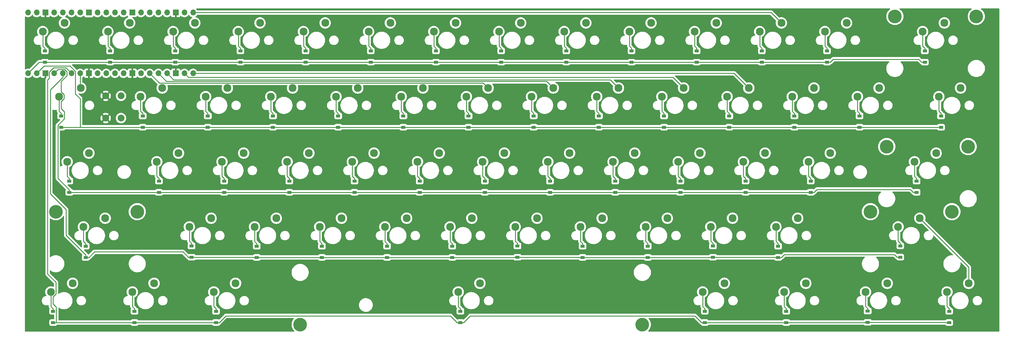
<source format=gbr>
%TF.GenerationSoftware,KiCad,Pcbnew,6.0.6-3a73a75311~116~ubuntu21.10.1*%
%TF.CreationDate,2022-11-06T15:30:45+01:00*%
%TF.ProjectId,Keyboard,4b657962-6f61-4726-942e-6b696361645f,v1*%
%TF.SameCoordinates,Original*%
%TF.FileFunction,Copper,L2,Bot*%
%TF.FilePolarity,Positive*%
%FSLAX46Y46*%
G04 Gerber Fmt 4.6, Leading zero omitted, Abs format (unit mm)*
G04 Created by KiCad (PCBNEW 6.0.6-3a73a75311~116~ubuntu21.10.1) date 2022-11-06 15:30:45*
%MOMM*%
%LPD*%
G01*
G04 APERTURE LIST*
%TA.AperFunction,ComponentPad*%
%ADD10C,2.000000*%
%TD*%
%TA.AperFunction,ComponentPad*%
%ADD11C,2.300000*%
%TD*%
%TA.AperFunction,ComponentPad*%
%ADD12O,1.700000X1.700000*%
%TD*%
%TA.AperFunction,ComponentPad*%
%ADD13R,1.700000X1.700000*%
%TD*%
%TA.AperFunction,ComponentPad*%
%ADD14C,4.000000*%
%TD*%
%TA.AperFunction,SMDPad,CuDef*%
%ADD15R,1.200000X0.900000*%
%TD*%
%TA.AperFunction,ViaPad*%
%ADD16C,0.800000*%
%TD*%
%TA.AperFunction,Conductor*%
%ADD17C,0.250000*%
%TD*%
G04 APERTURE END LIST*
D10*
%TO.P,SW62,1*%
%TO.N,Net-(U1-Pad30)*%
X103049900Y-81675900D03*
X103049900Y-88175900D03*
%TO.P,SW62,2*%
%TO.N,GND*%
X98549900Y-81675900D03*
X98549900Y-88175900D03*
%TD*%
D11*
%TO.P,SW9,1,1*%
%TO.N,Net-(D9-Pad2)*%
X232564900Y-62863300D03*
%TO.P,SW9,2,2*%
%TO.N,Col9*%
X238914900Y-60323300D03*
%TD*%
%TO.P,SW33,1,1*%
%TO.N,Net-(D33-Pad2)*%
X170646500Y-100959000D03*
%TO.P,SW33,2,2*%
%TO.N,Col5*%
X176996500Y-98419000D03*
%TD*%
%TO.P,SW4,1,1*%
%TO.N,Net-(D4-Pad2)*%
X137314900Y-62863300D03*
%TO.P,SW4,2,2*%
%TO.N,Col4*%
X143664900Y-60323300D03*
%TD*%
%TO.P,SW30,1,1*%
%TO.N,Net-(D30-Pad2)*%
X113498700Y-100959300D03*
%TO.P,SW30,2,2*%
%TO.N,Col2*%
X119848700Y-98419300D03*
%TD*%
%TO.P,SW42,1,1*%
%TO.N,Net-(D42-Pad2)*%
X92069000Y-120007800D03*
%TO.P,SW42,2,2*%
%TO.N,Col1*%
X98419000Y-117467800D03*
%TD*%
%TO.P,SW25,1,1*%
%TO.N,Net-(D25-Pad2)*%
X280185500Y-81910200D03*
%TO.P,SW25,2,2*%
%TO.N,Col11*%
X286535500Y-79370200D03*
%TD*%
%TO.P,SW28,1,1*%
%TO.N,Net-(D28-Pad2)*%
X342084500Y-81910500D03*
%TO.P,SW28,2,2*%
%TO.N,Col14*%
X348434500Y-79370500D03*
%TD*%
%TO.P,SW49,1,1*%
%TO.N,Net-(D49-Pad2)*%
X237313500Y-120008100D03*
%TO.P,SW49,2,2*%
%TO.N,Col8*%
X243663500Y-117468100D03*
%TD*%
%TO.P,SW12,1,1*%
%TO.N,Net-(D12-Pad2)*%
X289714900Y-62863300D03*
%TO.P,SW12,2,2*%
%TO.N,Col12*%
X296064900Y-60323300D03*
%TD*%
%TO.P,SW20,1,1*%
%TO.N,Net-(D20-Pad2)*%
X184935500Y-81910200D03*
%TO.P,SW20,2,2*%
%TO.N,Col6*%
X191285500Y-79370200D03*
%TD*%
%TO.P,SW11,1,1*%
%TO.N,Net-(D11-Pad2)*%
X270664900Y-62863300D03*
%TO.P,SW11,2,2*%
%TO.N,Col11*%
X277014900Y-60323300D03*
%TD*%
%TO.P,SW40,1,1*%
%TO.N,Net-(D40-Pad2)*%
X303996500Y-100959000D03*
%TO.P,SW40,2,2*%
%TO.N,Col12*%
X310346500Y-98419000D03*
%TD*%
D12*
%TO.P,U1,1,GPIO0*%
%TO.N,Row1*%
X75851000Y-75085400D03*
%TO.P,U1,2,GPIO1*%
%TO.N,Row2*%
X78391000Y-75085400D03*
D13*
%TO.P,U1,3,GND*%
%TO.N,GND*%
X80931000Y-75085400D03*
D12*
%TO.P,U1,4,GPIO2*%
%TO.N,Row3*%
X83471000Y-75085400D03*
%TO.P,U1,5,GPIO3*%
%TO.N,Row4*%
X86011000Y-75085400D03*
%TO.P,U1,6,GPIO4*%
%TO.N,Row5*%
X88551000Y-75085400D03*
%TO.P,U1,7,GPIO5*%
%TO.N,Col1*%
X91091000Y-75085400D03*
D13*
%TO.P,U1,8,GND*%
%TO.N,GND*%
X93631000Y-75085400D03*
D12*
%TO.P,U1,9,GPIO6*%
%TO.N,Col2*%
X96171000Y-75085400D03*
%TO.P,U1,10,GPIO7*%
%TO.N,Col3*%
X98711000Y-75085400D03*
%TO.P,U1,11,GPIO8*%
%TO.N,Col4*%
X101251000Y-75085400D03*
%TO.P,U1,12,GPIO9*%
%TO.N,Col5*%
X103791000Y-75085400D03*
D13*
%TO.P,U1,13,GND*%
%TO.N,GND*%
X106331000Y-75085400D03*
D12*
%TO.P,U1,14,GPIO10*%
%TO.N,Col6*%
X108871000Y-75085400D03*
%TO.P,U1,15,GPIO11*%
%TO.N,Col7*%
X111411000Y-75085400D03*
%TO.P,U1,16,GPIO12*%
%TO.N,Col8*%
X113951000Y-75085400D03*
%TO.P,U1,17,GPIO13*%
%TO.N,Col9*%
X116491000Y-75085400D03*
D13*
%TO.P,U1,18,GND*%
%TO.N,GND*%
X119031000Y-75085400D03*
D12*
%TO.P,U1,19,GPIO14*%
%TO.N,Col10*%
X121571000Y-75085400D03*
%TO.P,U1,20,GPIO15*%
%TO.N,Col11*%
X124111000Y-75085400D03*
%TO.P,U1,21,GPIO16*%
%TO.N,Col12*%
X124111000Y-57305400D03*
%TO.P,U1,22,GPIO17*%
%TO.N,Col13*%
X121571000Y-57305400D03*
D13*
%TO.P,U1,23,GND*%
%TO.N,GND*%
X119031000Y-57305400D03*
D12*
%TO.P,U1,24,GPIO18*%
%TO.N,Col14*%
X116491000Y-57305400D03*
%TO.P,U1,25,GPIO19*%
%TO.N,unconnected-(U1-Pad25)*%
X113951000Y-57305400D03*
%TO.P,U1,26,GPIO20*%
%TO.N,unconnected-(U1-Pad26)*%
X111411000Y-57305400D03*
%TO.P,U1,27,GPIO21*%
%TO.N,unconnected-(U1-Pad27)*%
X108871000Y-57305400D03*
D13*
%TO.P,U1,28,GND*%
%TO.N,GND*%
X106331000Y-57305400D03*
D12*
%TO.P,U1,29,GPIO22*%
%TO.N,unconnected-(U1-Pad29)*%
X103791000Y-57305400D03*
%TO.P,U1,30,RUN*%
%TO.N,Net-(U1-Pad30)*%
X101251000Y-57305400D03*
%TO.P,U1,31,GPIO26_ADC0*%
%TO.N,unconnected-(U1-Pad31)*%
X98711000Y-57305400D03*
%TO.P,U1,32,GPIO27_ADC1*%
%TO.N,unconnected-(U1-Pad32)*%
X96171000Y-57305400D03*
D13*
%TO.P,U1,33,AGND*%
%TO.N,unconnected-(U1-Pad33)*%
X93631000Y-57305400D03*
D12*
%TO.P,U1,34,GPIO28_ADC2*%
%TO.N,unconnected-(U1-Pad34)*%
X91091000Y-57305400D03*
%TO.P,U1,35,ADC_VREF*%
%TO.N,unconnected-(U1-Pad35)*%
X88551000Y-57305400D03*
%TO.P,U1,36,3V3*%
%TO.N,unconnected-(U1-Pad36)*%
X86011000Y-57305400D03*
%TO.P,U1,37,3V3_EN*%
%TO.N,unconnected-(U1-Pad37)*%
X83471000Y-57305400D03*
D13*
%TO.P,U1,38,GND*%
%TO.N,GND*%
X80931000Y-57305400D03*
D12*
%TO.P,U1,39,VSYS*%
%TO.N,unconnected-(U1-Pad39)*%
X78391000Y-57305400D03*
%TO.P,U1,40,VBUS*%
%TO.N,unconnected-(U1-Pad40)*%
X75851000Y-57305400D03*
%TD*%
D11*
%TO.P,SW23,1,1*%
%TO.N,Net-(D23-Pad2)*%
X242085500Y-81910200D03*
%TO.P,SW23,2,2*%
%TO.N,Col9*%
X248435500Y-79370200D03*
%TD*%
%TO.P,SW31,1,1*%
%TO.N,Net-(D31-Pad2)*%
X132547500Y-100959300D03*
%TO.P,SW31,2,2*%
%TO.N,Col3*%
X138897500Y-98419300D03*
%TD*%
%TO.P,SW50,1,1*%
%TO.N,Net-(D50-Pad2)*%
X256363500Y-120008100D03*
%TO.P,SW50,2,2*%
%TO.N,Col9*%
X262713500Y-117468100D03*
%TD*%
%TO.P,SW51,1,1*%
%TO.N,Net-(D51-Pad2)*%
X275413500Y-120008100D03*
%TO.P,SW51,2,2*%
%TO.N,Col10*%
X281763500Y-117468100D03*
%TD*%
%TO.P,SW17,1,1*%
%TO.N,Net-(D17-Pad2)*%
X127785500Y-81910200D03*
%TO.P,SW17,2,2*%
%TO.N,Col3*%
X134135500Y-79370200D03*
%TD*%
%TO.P,SW38,1,1*%
%TO.N,Net-(D38-Pad2)*%
X265896500Y-100959000D03*
%TO.P,SW38,2,2*%
%TO.N,Col10*%
X272246500Y-98419000D03*
%TD*%
%TO.P,SW37,1,1*%
%TO.N,Net-(D37-Pad2)*%
X246846500Y-100959000D03*
%TO.P,SW37,2,2*%
%TO.N,Col9*%
X253196500Y-98419000D03*
%TD*%
%TO.P,SW55,1,1*%
%TO.N,Net-(D55-Pad2)*%
X106355400Y-139056900D03*
%TO.P,SW55,2,2*%
%TO.N,Col2*%
X112705400Y-136516900D03*
%TD*%
%TO.P,SW14,1,1*%
%TO.N,Net-(D14-Pad2)*%
X337339900Y-62863300D03*
%TO.P,SW14,2,2*%
%TO.N,Col14*%
X343689900Y-60323300D03*
%TD*%
%TO.P,SW13,1,1*%
%TO.N,Net-(D13-Pad2)*%
X308764900Y-62863300D03*
%TO.P,SW13,2,2*%
%TO.N,Col13*%
X315114900Y-60323300D03*
%TD*%
%TO.P,SW27,1,1*%
%TO.N,Net-(D27-Pad2)*%
X318273500Y-81910200D03*
%TO.P,SW27,2,2*%
%TO.N,Col13*%
X324623500Y-79370200D03*
%TD*%
%TO.P,SW16,1,1*%
%TO.N,Net-(D16-Pad2)*%
X108736500Y-81910500D03*
%TO.P,SW16,2,2*%
%TO.N,Col2*%
X115086500Y-79370500D03*
%TD*%
%TO.P,SW44,1,1*%
%TO.N,Net-(D44-Pad2)*%
X142072100Y-120007800D03*
%TO.P,SW44,2,2*%
%TO.N,Col3*%
X148422100Y-117467800D03*
%TD*%
%TO.P,SW43,1,1*%
%TO.N,Net-(D43-Pad2)*%
X123023100Y-120008100D03*
%TO.P,SW43,2,2*%
%TO.N,Col2*%
X129373100Y-117468100D03*
%TD*%
%TO.P,SW32,1,1*%
%TO.N,Net-(D32-Pad2)*%
X151596500Y-100959000D03*
%TO.P,SW32,2,2*%
%TO.N,Col4*%
X157946500Y-98419000D03*
%TD*%
%TO.P,SW24,1,1*%
%TO.N,Net-(D24-Pad2)*%
X261135500Y-81910200D03*
%TO.P,SW24,2,2*%
%TO.N,Col10*%
X267485500Y-79370200D03*
%TD*%
%TO.P,SW46,1,1*%
%TO.N,Net-(D46-Pad2)*%
X180163500Y-120008100D03*
%TO.P,SW46,2,2*%
%TO.N,Col5*%
X186513500Y-117468100D03*
%TD*%
%TO.P,SW52,1,1*%
%TO.N,Net-(D52-Pad2)*%
X294462300Y-120008100D03*
%TO.P,SW52,2,2*%
%TO.N,Col11*%
X300812300Y-117468100D03*
%TD*%
%TO.P,SW39,1,1*%
%TO.N,Net-(D39-Pad2)*%
X284946500Y-100959000D03*
%TO.P,SW39,2,2*%
%TO.N,Col11*%
X291296500Y-98419000D03*
%TD*%
%TO.P,SW15,1,1*%
%TO.N,Net-(D15-Pad2)*%
X84925500Y-81910500D03*
%TO.P,SW15,2,2*%
%TO.N,Col1*%
X91275500Y-79370500D03*
%TD*%
%TO.P,SW21,1,1*%
%TO.N,Net-(D21-Pad2)*%
X203985500Y-81910200D03*
%TO.P,SW21,2,2*%
%TO.N,Col7*%
X210335500Y-79370200D03*
%TD*%
%TO.P,SW8,1,1*%
%TO.N,Net-(D8-Pad2)*%
X213514900Y-62863300D03*
%TO.P,SW8,2,2*%
%TO.N,Col8*%
X219864900Y-60323300D03*
%TD*%
%TO.P,SW3,1,1*%
%TO.N,Net-(D3-Pad2)*%
X118264900Y-62863300D03*
%TO.P,SW3,2,2*%
%TO.N,Col3*%
X124614900Y-60323300D03*
%TD*%
%TO.P,SW29,1,1*%
%TO.N,Net-(D29-Pad2)*%
X87305100Y-100959300D03*
%TO.P,SW29,2,2*%
%TO.N,Col1*%
X93655100Y-98419300D03*
%TD*%
%TO.P,SW58,1,1*%
%TO.N,Net-(D58-Pad2)*%
X273032400Y-139056900D03*
%TO.P,SW58,2,2*%
%TO.N,Col9*%
X279382400Y-136516900D03*
%TD*%
%TO.P,SW53,1,1*%
%TO.N,Net-(D53-Pad2)*%
X330178800Y-120008100D03*
%TO.P,SW53,2,2*%
%TO.N,Col12*%
X336528800Y-117468100D03*
%TD*%
D14*
%TO.P,STAB4,*%
%TO.N,*%
X345895050Y-115563100D03*
X322082550Y-115563100D03*
%TD*%
D11*
%TO.P,SW61,1,1*%
%TO.N,Net-(D61-Pad2)*%
X344465400Y-139056900D03*
%TO.P,SW61,2,2*%
%TO.N,Col12*%
X350815400Y-136516900D03*
%TD*%
%TO.P,SW60,1,1*%
%TO.N,Net-(D60-Pad2)*%
X320654400Y-139056900D03*
%TO.P,SW60,2,2*%
%TO.N,Col11*%
X327004400Y-136516900D03*
%TD*%
%TO.P,SW18,1,1*%
%TO.N,Net-(D18-Pad2)*%
X146835500Y-81910200D03*
%TO.P,SW18,2,2*%
%TO.N,Col4*%
X153185500Y-79370200D03*
%TD*%
%TO.P,SW26,1,1*%
%TO.N,Net-(D26-Pad2)*%
X299235500Y-81910200D03*
%TO.P,SW26,2,2*%
%TO.N,Col12*%
X305585500Y-79370200D03*
%TD*%
D14*
%TO.P,STAB1,*%
%TO.N,*%
X353038350Y-58416700D03*
X329225850Y-58416700D03*
%TD*%
D11*
%TO.P,SW54,1,1*%
%TO.N,Net-(D54-Pad2)*%
X82544600Y-139056600D03*
%TO.P,SW54,2,2*%
%TO.N,Col1*%
X88894600Y-136516600D03*
%TD*%
%TO.P,SW2,1,1*%
%TO.N,Net-(D2-Pad2)*%
X99214900Y-62863300D03*
%TO.P,SW2,2,2*%
%TO.N,Col2*%
X105564900Y-60323300D03*
%TD*%
%TO.P,SW36,1,1*%
%TO.N,Net-(D36-Pad2)*%
X227796500Y-100959000D03*
%TO.P,SW36,2,2*%
%TO.N,Col8*%
X234146500Y-98419000D03*
%TD*%
%TO.P,SW5,1,1*%
%TO.N,Net-(D5-Pad2)*%
X156364900Y-62863300D03*
%TO.P,SW5,2,2*%
%TO.N,Col5*%
X162714900Y-60323300D03*
%TD*%
%TO.P,SW57,1,1*%
%TO.N,Net-(D57-Pad2)*%
X201599400Y-139056900D03*
%TO.P,SW57,2,2*%
%TO.N,Col4*%
X207949400Y-136516900D03*
%TD*%
%TO.P,SW35,1,1*%
%TO.N,Net-(D35-Pad2)*%
X208746500Y-100959000D03*
%TO.P,SW35,2,2*%
%TO.N,Col7*%
X215096500Y-98419000D03*
%TD*%
%TO.P,SW19,1,1*%
%TO.N,Net-(D19-Pad2)*%
X165885500Y-81910200D03*
%TO.P,SW19,2,2*%
%TO.N,Col5*%
X172235500Y-79370200D03*
%TD*%
%TO.P,SW59,1,1*%
%TO.N,Net-(D59-Pad2)*%
X296842100Y-139056600D03*
%TO.P,SW59,2,2*%
%TO.N,Col10*%
X303192100Y-136516600D03*
%TD*%
%TO.P,SW48,1,1*%
%TO.N,Net-(D48-Pad2)*%
X218263500Y-120008100D03*
%TO.P,SW48,2,2*%
%TO.N,Col7*%
X224613500Y-117468100D03*
%TD*%
%TO.P,SW10,1,1*%
%TO.N,Net-(D10-Pad2)*%
X251614900Y-62863300D03*
%TO.P,SW10,2,2*%
%TO.N,Col10*%
X257964900Y-60323300D03*
%TD*%
%TO.P,SW22,1,1*%
%TO.N,Net-(D22-Pad2)*%
X223035500Y-81910200D03*
%TO.P,SW22,2,2*%
%TO.N,Col8*%
X229385500Y-79370200D03*
%TD*%
D14*
%TO.P,STAB3,*%
%TO.N,*%
X107785050Y-115563100D03*
X83972550Y-115563100D03*
%TD*%
D11*
%TO.P,SW34,1,1*%
%TO.N,Net-(D34-Pad2)*%
X189696500Y-100959000D03*
%TO.P,SW34,2,2*%
%TO.N,Col6*%
X196046500Y-98419000D03*
%TD*%
D14*
%TO.P,STAB2,*%
%TO.N,*%
X350657250Y-96514300D03*
X326844750Y-96514300D03*
%TD*%
D11*
%TO.P,SW45,1,1*%
%TO.N,Net-(D45-Pad2)*%
X161120700Y-120008100D03*
%TO.P,SW45,2,2*%
%TO.N,Col4*%
X167470700Y-117468100D03*
%TD*%
%TO.P,SW7,1,1*%
%TO.N,Net-(D7-Pad2)*%
X194464900Y-62863300D03*
%TO.P,SW7,2,2*%
%TO.N,Col7*%
X200814900Y-60323300D03*
%TD*%
D14*
%TO.P,REF\u002A\u002A,*%
%TO.N,*%
X155403150Y-148581900D03*
X255415650Y-148581900D03*
%TD*%
D11*
%TO.P,SW41,1,1*%
%TO.N,Net-(D41-Pad2)*%
X334941000Y-100959300D03*
%TO.P,SW41,2,2*%
%TO.N,Col13*%
X341291000Y-98419300D03*
%TD*%
%TO.P,SW1,1,1*%
%TO.N,Net-(D1-Pad2)*%
X80164900Y-62863300D03*
%TO.P,SW1,2,2*%
%TO.N,Col1*%
X86514900Y-60323300D03*
%TD*%
%TO.P,SW6,1,1*%
%TO.N,Net-(D6-Pad2)*%
X175414900Y-62863300D03*
%TO.P,SW6,2,2*%
%TO.N,Col6*%
X181764900Y-60323300D03*
%TD*%
%TO.P,SW47,1,1*%
%TO.N,Net-(D47-Pad2)*%
X199213500Y-120008100D03*
%TO.P,SW47,2,2*%
%TO.N,Col6*%
X205563500Y-117468100D03*
%TD*%
%TO.P,SW56,1,1*%
%TO.N,Net-(D56-Pad2)*%
X130166400Y-139056900D03*
%TO.P,SW56,2,2*%
%TO.N,Col3*%
X136516400Y-136516900D03*
%TD*%
D15*
%TO.P,D61,1,K*%
%TO.N,Row5*%
X345100400Y-148009400D03*
%TO.P,D61,2,A*%
%TO.N,Net-(D61-Pad2)*%
X345100400Y-144709400D03*
%TD*%
%TO.P,D19,1,K*%
%TO.N,Row2*%
X166520500Y-90862700D03*
%TO.P,D19,2,A*%
%TO.N,Net-(D19-Pad2)*%
X166520500Y-87562700D03*
%TD*%
%TO.P,D5,1,K*%
%TO.N,Row1*%
X156999900Y-71815800D03*
%TO.P,D5,2,A*%
%TO.N,Net-(D5-Pad2)*%
X156999900Y-68515800D03*
%TD*%
%TO.P,D16,1,K*%
%TO.N,Row2*%
X109371500Y-90863000D03*
%TO.P,D16,2,A*%
%TO.N,Net-(D16-Pad2)*%
X109371500Y-87563000D03*
%TD*%
%TO.P,D52,1,K*%
%TO.N,Row4*%
X295097300Y-128960600D03*
%TO.P,D52,2,A*%
%TO.N,Net-(D52-Pad2)*%
X295097300Y-125660600D03*
%TD*%
%TO.P,D8,1,K*%
%TO.N,Row1*%
X214149900Y-71815800D03*
%TO.P,D8,2,A*%
%TO.N,Net-(D8-Pad2)*%
X214149900Y-68515800D03*
%TD*%
%TO.P,D44,1,K*%
%TO.N,Row4*%
X142707100Y-128960300D03*
%TO.P,D44,2,A*%
%TO.N,Net-(D44-Pad2)*%
X142707100Y-125660300D03*
%TD*%
%TO.P,D22,1,K*%
%TO.N,Row2*%
X223670500Y-90862700D03*
%TO.P,D22,2,A*%
%TO.N,Net-(D22-Pad2)*%
X223670500Y-87562700D03*
%TD*%
%TO.P,D42,1,K*%
%TO.N,Row4*%
X92704000Y-128960300D03*
%TO.P,D42,2,A*%
%TO.N,Net-(D42-Pad2)*%
X92704000Y-125660300D03*
%TD*%
%TO.P,D25,1,K*%
%TO.N,Row2*%
X280820500Y-90862700D03*
%TO.P,D25,2,A*%
%TO.N,Net-(D25-Pad2)*%
X280820500Y-87562700D03*
%TD*%
%TO.P,D24,1,K*%
%TO.N,Row2*%
X261770500Y-90862700D03*
%TO.P,D24,2,A*%
%TO.N,Net-(D24-Pad2)*%
X261770500Y-87562700D03*
%TD*%
%TO.P,D50,1,K*%
%TO.N,Row4*%
X256998500Y-128960600D03*
%TO.P,D50,2,A*%
%TO.N,Net-(D50-Pad2)*%
X256998500Y-125660600D03*
%TD*%
%TO.P,D45,1,K*%
%TO.N,Row4*%
X161755700Y-128960600D03*
%TO.P,D45,2,A*%
%TO.N,Net-(D45-Pad2)*%
X161755700Y-125660600D03*
%TD*%
%TO.P,D34,1,K*%
%TO.N,Row3*%
X190331500Y-109911500D03*
%TO.P,D34,2,A*%
%TO.N,Net-(D34-Pad2)*%
X190331500Y-106611500D03*
%TD*%
%TO.P,D41,1,K*%
%TO.N,Row3*%
X335576200Y-109911500D03*
%TO.P,D41,2,A*%
%TO.N,Net-(D41-Pad2)*%
X335576200Y-106611500D03*
%TD*%
%TO.P,D18,1,K*%
%TO.N,Row2*%
X147470500Y-90862700D03*
%TO.P,D18,2,A*%
%TO.N,Net-(D18-Pad2)*%
X147470500Y-87562700D03*
%TD*%
%TO.P,D2,1,K*%
%TO.N,Row1*%
X99849900Y-71815800D03*
%TO.P,D2,2,A*%
%TO.N,Net-(D2-Pad2)*%
X99849900Y-68515800D03*
%TD*%
%TO.P,D3,1,K*%
%TO.N,Row1*%
X118899900Y-71815800D03*
%TO.P,D3,2,A*%
%TO.N,Net-(D3-Pad2)*%
X118899900Y-68515800D03*
%TD*%
%TO.P,D55,1,K*%
%TO.N,Row5*%
X106990400Y-148009400D03*
%TO.P,D55,2,A*%
%TO.N,Net-(D55-Pad2)*%
X106990400Y-144709400D03*
%TD*%
%TO.P,D11,1,K*%
%TO.N,Row1*%
X271299900Y-71815800D03*
%TO.P,D11,2,A*%
%TO.N,Net-(D11-Pad2)*%
X271299900Y-68515800D03*
%TD*%
%TO.P,D13,1,K*%
%TO.N,Row1*%
X309399900Y-71815800D03*
%TO.P,D13,2,A*%
%TO.N,Net-(D13-Pad2)*%
X309399900Y-68515800D03*
%TD*%
%TO.P,D15,1,K*%
%TO.N,Row2*%
X85560500Y-90863000D03*
%TO.P,D15,2,A*%
%TO.N,Net-(D15-Pad2)*%
X85560500Y-87563000D03*
%TD*%
%TO.P,D49,1,K*%
%TO.N,Row4*%
X237948500Y-128960600D03*
%TO.P,D49,2,A*%
%TO.N,Net-(D49-Pad2)*%
X237948500Y-125660600D03*
%TD*%
%TO.P,D31,1,K*%
%TO.N,Row3*%
X133182500Y-109911800D03*
%TO.P,D31,2,A*%
%TO.N,Net-(D31-Pad2)*%
X133182500Y-106611800D03*
%TD*%
%TO.P,D38,1,K*%
%TO.N,Row3*%
X266531500Y-109911500D03*
%TO.P,D38,2,A*%
%TO.N,Net-(D38-Pad2)*%
X266531500Y-106611500D03*
%TD*%
%TO.P,D26,1,K*%
%TO.N,Row2*%
X299870500Y-90862700D03*
%TO.P,D26,2,A*%
%TO.N,Net-(D26-Pad2)*%
X299870500Y-87562700D03*
%TD*%
%TO.P,D46,1,K*%
%TO.N,Row4*%
X180798500Y-128960600D03*
%TO.P,D46,2,A*%
%TO.N,Net-(D46-Pad2)*%
X180798500Y-125660600D03*
%TD*%
%TO.P,D35,1,K*%
%TO.N,Row3*%
X209381500Y-109911500D03*
%TO.P,D35,2,A*%
%TO.N,Net-(D35-Pad2)*%
X209381500Y-106611500D03*
%TD*%
%TO.P,D17,1,K*%
%TO.N,Row2*%
X128420500Y-90862700D03*
%TO.P,D17,2,A*%
%TO.N,Net-(D17-Pad2)*%
X128420500Y-87562700D03*
%TD*%
%TO.P,D10,1,K*%
%TO.N,Row1*%
X252249900Y-71815800D03*
%TO.P,D10,2,A*%
%TO.N,Net-(D10-Pad2)*%
X252249900Y-68515800D03*
%TD*%
%TO.P,D20,1,K*%
%TO.N,Row2*%
X185570500Y-90862700D03*
%TO.P,D20,2,A*%
%TO.N,Net-(D20-Pad2)*%
X185570500Y-87562700D03*
%TD*%
%TO.P,D21,1,K*%
%TO.N,Row2*%
X204620500Y-90862700D03*
%TO.P,D21,2,A*%
%TO.N,Net-(D21-Pad2)*%
X204620500Y-87562700D03*
%TD*%
%TO.P,D1,1,K*%
%TO.N,Row1*%
X80799900Y-71815800D03*
%TO.P,D1,2,A*%
%TO.N,Net-(D1-Pad2)*%
X80799900Y-68515800D03*
%TD*%
%TO.P,D27,1,K*%
%TO.N,Row2*%
X318908500Y-90862700D03*
%TO.P,D27,2,A*%
%TO.N,Net-(D27-Pad2)*%
X318908500Y-87562700D03*
%TD*%
%TO.P,D48,1,K*%
%TO.N,Row4*%
X218898500Y-128898100D03*
%TO.P,D48,2,A*%
%TO.N,Net-(D48-Pad2)*%
X218898500Y-125598100D03*
%TD*%
%TO.P,D23,1,K*%
%TO.N,Row2*%
X242720500Y-90862700D03*
%TO.P,D23,2,A*%
%TO.N,Net-(D23-Pad2)*%
X242720500Y-87562700D03*
%TD*%
%TO.P,D56,1,K*%
%TO.N,Row5*%
X130801400Y-148009400D03*
%TO.P,D56,2,A*%
%TO.N,Net-(D56-Pad2)*%
X130801400Y-144709400D03*
%TD*%
%TO.P,D28,1,K*%
%TO.N,Row2*%
X342719500Y-90862700D03*
%TO.P,D28,2,A*%
%TO.N,Net-(D28-Pad2)*%
X342719500Y-87562700D03*
%TD*%
%TO.P,D6,1,K*%
%TO.N,Row1*%
X176049900Y-71815800D03*
%TO.P,D6,2,A*%
%TO.N,Net-(D6-Pad2)*%
X176049900Y-68515800D03*
%TD*%
%TO.P,D33,1,K*%
%TO.N,Row3*%
X171281500Y-109911500D03*
%TO.P,D33,2,A*%
%TO.N,Net-(D33-Pad2)*%
X171281500Y-106611500D03*
%TD*%
%TO.P,D40,1,K*%
%TO.N,Row3*%
X304631500Y-109911500D03*
%TO.P,D40,2,A*%
%TO.N,Net-(D40-Pad2)*%
X304631500Y-106611500D03*
%TD*%
%TO.P,D54,1,K*%
%TO.N,Row5*%
X83179600Y-148009100D03*
%TO.P,D54,2,A*%
%TO.N,Net-(D54-Pad2)*%
X83179600Y-144709100D03*
%TD*%
%TO.P,D39,1,K*%
%TO.N,Row3*%
X285581500Y-109911500D03*
%TO.P,D39,2,A*%
%TO.N,Net-(D39-Pad2)*%
X285581500Y-106611500D03*
%TD*%
%TO.P,D29,1,K*%
%TO.N,Row3*%
X87940100Y-109911800D03*
%TO.P,D29,2,A*%
%TO.N,Net-(D29-Pad2)*%
X87940100Y-106611800D03*
%TD*%
%TO.P,D60,1,K*%
%TO.N,Row5*%
X321289400Y-147946900D03*
%TO.P,D60,2,A*%
%TO.N,Net-(D60-Pad2)*%
X321289400Y-144646900D03*
%TD*%
%TO.P,D37,1,K*%
%TO.N,Row3*%
X247481500Y-109911500D03*
%TO.P,D37,2,A*%
%TO.N,Net-(D37-Pad2)*%
X247481500Y-106611500D03*
%TD*%
%TO.P,D4,1,K*%
%TO.N,Row1*%
X137949900Y-71815800D03*
%TO.P,D4,2,A*%
%TO.N,Net-(D4-Pad2)*%
X137949900Y-68515800D03*
%TD*%
%TO.P,D14,1,K*%
%TO.N,Row1*%
X337974900Y-71815800D03*
%TO.P,D14,2,A*%
%TO.N,Net-(D14-Pad2)*%
X337974900Y-68515800D03*
%TD*%
%TO.P,D47,1,K*%
%TO.N,Row4*%
X199848500Y-128960600D03*
%TO.P,D47,2,A*%
%TO.N,Net-(D47-Pad2)*%
X199848500Y-125660600D03*
%TD*%
%TO.P,D12,1,K*%
%TO.N,Row1*%
X290349900Y-71815800D03*
%TO.P,D12,2,A*%
%TO.N,Net-(D12-Pad2)*%
X290349900Y-68515800D03*
%TD*%
%TO.P,D57,1,K*%
%TO.N,Row5*%
X202234400Y-148009400D03*
%TO.P,D57,2,A*%
%TO.N,Net-(D57-Pad2)*%
X202234400Y-144709400D03*
%TD*%
%TO.P,D59,1,K*%
%TO.N,Row5*%
X297477100Y-148009100D03*
%TO.P,D59,2,A*%
%TO.N,Net-(D59-Pad2)*%
X297477100Y-144709100D03*
%TD*%
%TO.P,D30,1,K*%
%TO.N,Row3*%
X114133700Y-109911800D03*
%TO.P,D30,2,A*%
%TO.N,Net-(D30-Pad2)*%
X114133700Y-106611800D03*
%TD*%
%TO.P,D53,1,K*%
%TO.N,Row4*%
X330821400Y-128873800D03*
%TO.P,D53,2,A*%
%TO.N,Net-(D53-Pad2)*%
X330821400Y-125573800D03*
%TD*%
%TO.P,D9,1,K*%
%TO.N,Row1*%
X233199900Y-71815800D03*
%TO.P,D9,2,A*%
%TO.N,Net-(D9-Pad2)*%
X233199900Y-68515800D03*
%TD*%
%TO.P,D51,1,K*%
%TO.N,Row4*%
X276048500Y-128898100D03*
%TO.P,D51,2,A*%
%TO.N,Net-(D51-Pad2)*%
X276048500Y-125598100D03*
%TD*%
%TO.P,D58,1,K*%
%TO.N,Row5*%
X273667400Y-148009400D03*
%TO.P,D58,2,A*%
%TO.N,Net-(D58-Pad2)*%
X273667400Y-144709400D03*
%TD*%
%TO.P,D36,1,K*%
%TO.N,Row3*%
X228431500Y-109911500D03*
%TO.P,D36,2,A*%
%TO.N,Net-(D36-Pad2)*%
X228431500Y-106611500D03*
%TD*%
%TO.P,D7,1,K*%
%TO.N,Row1*%
X195099900Y-71815800D03*
%TO.P,D7,2,A*%
%TO.N,Net-(D7-Pad2)*%
X195099900Y-68515800D03*
%TD*%
%TO.P,D43,1,K*%
%TO.N,Row4*%
X123658100Y-128898100D03*
%TO.P,D43,2,A*%
%TO.N,Net-(D43-Pad2)*%
X123658100Y-125598100D03*
%TD*%
%TO.P,D32,1,K*%
%TO.N,Row3*%
X152231500Y-109911500D03*
%TO.P,D32,2,A*%
%TO.N,Net-(D32-Pad2)*%
X152231500Y-106611500D03*
%TD*%
D16*
%TO.N,GND*%
X107943200Y-69845600D03*
X144453400Y-73814100D03*
%TD*%
D17*
%TO.N,Row5*%
X273667400Y-148009400D02*
X272742100Y-148009400D01*
X272742100Y-148009400D02*
X270773500Y-146040800D01*
X270773500Y-146040800D02*
X205128300Y-146040800D01*
X205128300Y-146040800D02*
X203159700Y-148009400D01*
X203159700Y-148009400D02*
X202234400Y-148009400D01*
X202234400Y-148009400D02*
X201309100Y-148009400D01*
X201309100Y-148009400D02*
X199340500Y-146040800D01*
X199340500Y-146040800D02*
X133695300Y-146040800D01*
X133695300Y-146040800D02*
X131726700Y-148009400D01*
X131726700Y-148009400D02*
X130801400Y-148009400D01*
%TO.N,Row1*%
X80799900Y-71815800D02*
X79120600Y-71815800D01*
X157925200Y-71815800D02*
X175124600Y-71815800D01*
X271299900Y-71815800D02*
X290349900Y-71815800D01*
X195099900Y-71815800D02*
X214149900Y-71815800D01*
X336191400Y-70957600D02*
X311183400Y-70957600D01*
X156999900Y-71815800D02*
X137949900Y-71815800D01*
X79120600Y-71815800D02*
X75851000Y-75085400D01*
X214149900Y-71815800D02*
X233199900Y-71815800D01*
X99849900Y-71815800D02*
X80799900Y-71815800D01*
X290349900Y-71815800D02*
X291275200Y-71815800D01*
X337049600Y-71815800D02*
X336191400Y-70957600D01*
X252249900Y-71815800D02*
X271299900Y-71815800D01*
X291275200Y-71815800D02*
X309399900Y-71815800D01*
X176049900Y-71815800D02*
X175124600Y-71815800D01*
X118899900Y-71815800D02*
X99849900Y-71815800D01*
X137949900Y-71815800D02*
X118899900Y-71815800D01*
X233199900Y-71815800D02*
X252249900Y-71815800D01*
X195099900Y-71815800D02*
X176049900Y-71815800D01*
X337974900Y-71815800D02*
X337049600Y-71815800D01*
X156999900Y-71815800D02*
X157925200Y-71815800D01*
X311183400Y-70957600D02*
X310325200Y-71815800D01*
X310325200Y-71815800D02*
X309399900Y-71815800D01*
%TO.N,Net-(D1-Pad2)*%
X80799900Y-68515800D02*
X80799900Y-67740500D01*
X80164900Y-67105500D02*
X80164900Y-62863300D01*
X80799900Y-67740500D02*
X80164900Y-67105500D01*
%TO.N,Net-(D2-Pad2)*%
X99214900Y-67105500D02*
X99214900Y-62863300D01*
X99849900Y-67740500D02*
X99214900Y-67105500D01*
X99849900Y-68515800D02*
X99849900Y-67740500D01*
%TO.N,Net-(D3-Pad2)*%
X118899900Y-68515800D02*
X118899900Y-67740500D01*
X118899900Y-67740500D02*
X118264900Y-67105500D01*
X118264900Y-67105500D02*
X118264900Y-62863300D01*
%TO.N,Net-(D4-Pad2)*%
X137949900Y-67740500D02*
X137314900Y-67105500D01*
X137949900Y-68515800D02*
X137949900Y-67740500D01*
X137314900Y-67105500D02*
X137314900Y-62863300D01*
%TO.N,Net-(D5-Pad2)*%
X156999900Y-68515800D02*
X156999900Y-67740500D01*
X156364900Y-67105500D02*
X156364900Y-62863300D01*
X156999900Y-67740500D02*
X156364900Y-67105500D01*
%TO.N,Net-(D6-Pad2)*%
X175414900Y-67105500D02*
X175414900Y-62863300D01*
X176049900Y-67740500D02*
X175414900Y-67105500D01*
X176049900Y-68515800D02*
X176049900Y-67740500D01*
%TO.N,Net-(D7-Pad2)*%
X194464900Y-67105500D02*
X194464900Y-62863300D01*
X195099900Y-67740500D02*
X194464900Y-67105500D01*
X195099900Y-68515800D02*
X195099900Y-67740500D01*
%TO.N,Net-(D8-Pad2)*%
X214149900Y-68515800D02*
X214149900Y-67740500D01*
X214149900Y-67740500D02*
X213514900Y-67105500D01*
X213514900Y-67105500D02*
X213514900Y-62863300D01*
%TO.N,Net-(D9-Pad2)*%
X233199900Y-67740500D02*
X232564900Y-67105500D01*
X232564900Y-67105500D02*
X232564900Y-62863300D01*
X233199900Y-68515800D02*
X233199900Y-67740500D01*
%TO.N,Net-(D10-Pad2)*%
X252249900Y-68515800D02*
X252249900Y-67740500D01*
X251614900Y-67105500D02*
X251614900Y-62863300D01*
X252249900Y-67740500D02*
X251614900Y-67105500D01*
%TO.N,Net-(D11-Pad2)*%
X270664900Y-67105500D02*
X270664900Y-62863300D01*
X271299900Y-68515800D02*
X271299900Y-67740500D01*
X271299900Y-67740500D02*
X270664900Y-67105500D01*
%TO.N,Net-(D12-Pad2)*%
X290349900Y-68515800D02*
X290349900Y-67740500D01*
X289714900Y-67105500D02*
X289714900Y-62863300D01*
X290349900Y-67740500D02*
X289714900Y-67105500D01*
%TO.N,Net-(D13-Pad2)*%
X309399900Y-67740500D02*
X308764900Y-67105500D01*
X308764900Y-67105500D02*
X308764900Y-62863300D01*
X309399900Y-68515800D02*
X309399900Y-67740500D01*
%TO.N,Net-(D14-Pad2)*%
X337339900Y-67105500D02*
X337339900Y-62863300D01*
X337974900Y-67740500D02*
X337339900Y-67105500D01*
X337974900Y-68515800D02*
X337974900Y-67740500D01*
%TO.N,Net-(D15-Pad2)*%
X84925500Y-86152700D02*
X84925500Y-81910500D01*
X85560500Y-87563000D02*
X85560500Y-86787700D01*
X85560500Y-86787700D02*
X84925500Y-86152700D01*
%TO.N,Row2*%
X261770500Y-90862700D02*
X242720500Y-90862700D01*
X300333200Y-90862700D02*
X299870500Y-90862700D01*
X91114200Y-90863000D02*
X91114200Y-82489300D01*
X185570500Y-90862700D02*
X166520500Y-90862700D01*
X204620500Y-90862700D02*
X185570500Y-90862700D01*
X262233200Y-90862700D02*
X261770500Y-90862700D01*
X299870500Y-90862700D02*
X280820500Y-90862700D01*
X89726500Y-81101600D02*
X89726500Y-74540500D01*
X205545800Y-90862700D02*
X223670500Y-90862700D01*
X262233200Y-90862700D02*
X262695800Y-90862700D01*
X128420500Y-90862700D02*
X127495200Y-90862700D01*
X88155400Y-72969400D02*
X80507000Y-72969400D01*
X109371500Y-90863000D02*
X110296800Y-90863000D01*
X89726500Y-74540500D02*
X88155400Y-72969400D01*
X110297100Y-90862700D02*
X110296800Y-90863000D01*
X91114200Y-90863000D02*
X85560500Y-90863000D01*
X91114200Y-82489300D02*
X89726500Y-81101600D01*
X280820500Y-90862700D02*
X279895200Y-90862700D01*
X127495200Y-90862700D02*
X110297100Y-90862700D01*
X80507000Y-72969400D02*
X78391000Y-75085400D01*
X109371500Y-90863000D02*
X91114200Y-90863000D01*
X242720500Y-90862700D02*
X223670500Y-90862700D01*
X147470500Y-90862700D02*
X166520500Y-90862700D01*
X300333200Y-90862700D02*
X300795800Y-90862700D01*
X317983200Y-90862700D02*
X300795800Y-90862700D01*
X128420500Y-90862700D02*
X147470500Y-90862700D01*
X342719500Y-90862700D02*
X318908500Y-90862700D01*
X318908500Y-90862700D02*
X317983200Y-90862700D01*
X279895200Y-90862700D02*
X262695800Y-90862700D01*
X204620500Y-90862700D02*
X205545800Y-90862700D01*
%TO.N,Net-(D16-Pad2)*%
X109371500Y-86787700D02*
X108736500Y-86152700D01*
X109371500Y-87563000D02*
X109371500Y-86787700D01*
X108736500Y-86152700D02*
X108736500Y-81910500D01*
%TO.N,Net-(D17-Pad2)*%
X128420500Y-87562700D02*
X128420500Y-86787400D01*
X127785500Y-86152400D02*
X127785500Y-81910200D01*
X128420500Y-86787400D02*
X127785500Y-86152400D01*
%TO.N,Net-(D18-Pad2)*%
X147470500Y-86787400D02*
X146835500Y-86152400D01*
X147470500Y-87562700D02*
X147470500Y-86787400D01*
X146835500Y-86152400D02*
X146835500Y-81910200D01*
%TO.N,Net-(D19-Pad2)*%
X165885500Y-86152400D02*
X165885500Y-81910200D01*
X166520500Y-86787400D02*
X165885500Y-86152400D01*
X166520500Y-87562700D02*
X166520500Y-86787400D01*
%TO.N,Net-(D20-Pad2)*%
X185570500Y-87562700D02*
X185570500Y-86787400D01*
X184935500Y-86152400D02*
X184935500Y-81910200D01*
X185570500Y-86787400D02*
X184935500Y-86152400D01*
%TO.N,Net-(D21-Pad2)*%
X203985500Y-86152400D02*
X203985500Y-81910200D01*
X204620500Y-87562700D02*
X204620500Y-86787400D01*
X204620500Y-86787400D02*
X203985500Y-86152400D01*
%TO.N,Net-(D22-Pad2)*%
X223035500Y-86152400D02*
X223035500Y-81910200D01*
X223670500Y-86787400D02*
X223035500Y-86152400D01*
X223670500Y-87562700D02*
X223670500Y-86787400D01*
%TO.N,Net-(D23-Pad2)*%
X242085500Y-86152400D02*
X242085500Y-81910200D01*
X242720500Y-86787400D02*
X242085500Y-86152400D01*
X242720500Y-87562700D02*
X242720500Y-86787400D01*
%TO.N,Net-(D24-Pad2)*%
X261770500Y-86787400D02*
X261135500Y-86152400D01*
X261135500Y-86152400D02*
X261135500Y-81910200D01*
X261770500Y-87562700D02*
X261770500Y-86787400D01*
%TO.N,Net-(D25-Pad2)*%
X280820500Y-87562700D02*
X280820500Y-86787400D01*
X280820500Y-86787400D02*
X280185500Y-86152400D01*
X280185500Y-86152400D02*
X280185500Y-81910200D01*
%TO.N,Net-(D26-Pad2)*%
X299870500Y-87562700D02*
X299870500Y-86787400D01*
X299235500Y-86152400D02*
X299235500Y-81910200D01*
X299870500Y-86787400D02*
X299235500Y-86152400D01*
%TO.N,Net-(D27-Pad2)*%
X318908500Y-86787400D02*
X318273500Y-86152400D01*
X318273500Y-86152400D02*
X318273500Y-81910200D01*
X318908500Y-87562700D02*
X318908500Y-86787400D01*
%TO.N,Net-(D28-Pad2)*%
X342719500Y-86787400D02*
X342084500Y-86152400D01*
X342719500Y-87562700D02*
X342719500Y-86787400D01*
X342084500Y-86152400D02*
X342084500Y-81910500D01*
%TO.N,Net-(D29-Pad2)*%
X87305100Y-105201500D02*
X87305100Y-100959300D01*
X87940100Y-106611800D02*
X87940100Y-105836500D01*
X87940100Y-105836500D02*
X87305100Y-105201500D01*
%TO.N,Net-(D30-Pad2)*%
X114133700Y-106611800D02*
X114133700Y-105836500D01*
X113498700Y-105201500D02*
X113498700Y-100959300D01*
X114133700Y-105836500D02*
X113498700Y-105201500D01*
%TO.N,Row3*%
X85560700Y-85357600D02*
X85560700Y-83361266D01*
X171281500Y-109911500D02*
X190331500Y-109911500D01*
X304631500Y-109911500D02*
X305556800Y-109911500D01*
X87226300Y-74596200D02*
X86540200Y-73910100D01*
X306413100Y-109055200D02*
X333794600Y-109055200D01*
X228431500Y-109911500D02*
X247481500Y-109911500D01*
X87940100Y-109911800D02*
X87940100Y-109136500D01*
X85560700Y-83361266D02*
X86400500Y-82521466D01*
X152231500Y-109911500D02*
X151306200Y-109911500D01*
X85560700Y-80459734D02*
X85560700Y-77435900D01*
X86540200Y-73910100D02*
X84646300Y-73910100D01*
X151305900Y-109911800D02*
X151306200Y-109911500D01*
X86400500Y-81299534D02*
X85560700Y-80459734D01*
X133182500Y-109911800D02*
X114133700Y-109911800D01*
X84599000Y-105795400D02*
X84599000Y-90249500D01*
X86498600Y-86295500D02*
X85560700Y-85357600D01*
X247481500Y-109911500D02*
X266531500Y-109911500D01*
X84646300Y-73910100D02*
X83471000Y-75085400D01*
X333794600Y-109055200D02*
X334650900Y-109911500D01*
X305556800Y-109911500D02*
X306413100Y-109055200D01*
X85560700Y-77435900D02*
X87226300Y-75770300D01*
X285581500Y-109911500D02*
X266531500Y-109911500D01*
X84599000Y-90249500D02*
X86498600Y-88349900D01*
X334650900Y-109911500D02*
X335576200Y-109911500D01*
X87940100Y-109136500D02*
X84599000Y-105795400D01*
X86400500Y-82521466D02*
X86400500Y-81299534D01*
X86498600Y-88349900D02*
X86498600Y-86295500D01*
X285581500Y-109911500D02*
X304631500Y-109911500D01*
X87226300Y-75770300D02*
X87226300Y-74596200D01*
X228431500Y-109911500D02*
X209381500Y-109911500D01*
X152231500Y-109911500D02*
X171281500Y-109911500D01*
X209381500Y-109911500D02*
X190331500Y-109911500D01*
X114133700Y-109911800D02*
X87940100Y-109911800D01*
X133182500Y-109911800D02*
X151305900Y-109911800D01*
%TO.N,Net-(D31-Pad2)*%
X132547500Y-105201500D02*
X132547500Y-100959300D01*
X133182500Y-106611800D02*
X133182500Y-105836500D01*
X133182500Y-105836500D02*
X132547500Y-105201500D01*
%TO.N,Net-(D32-Pad2)*%
X152231500Y-106611500D02*
X152231500Y-105836200D01*
X151596500Y-105201200D02*
X151596500Y-100959000D01*
X152231500Y-105836200D02*
X151596500Y-105201200D01*
%TO.N,Net-(D33-Pad2)*%
X171281500Y-106611500D02*
X171281500Y-105836200D01*
X170646500Y-105201200D02*
X170646500Y-100959000D01*
X171281500Y-105836200D02*
X170646500Y-105201200D01*
%TO.N,Net-(D34-Pad2)*%
X190331500Y-106611500D02*
X190331500Y-105836200D01*
X190331500Y-105836200D02*
X189696500Y-105201200D01*
X189696500Y-105201200D02*
X189696500Y-100959000D01*
%TO.N,Net-(D35-Pad2)*%
X208746500Y-105201200D02*
X208746500Y-100959000D01*
X209381500Y-105836200D02*
X208746500Y-105201200D01*
X209381500Y-106611500D02*
X209381500Y-105836200D01*
%TO.N,Net-(D36-Pad2)*%
X228431500Y-105836200D02*
X227796500Y-105201200D01*
X227796500Y-105201200D02*
X227796500Y-100959000D01*
X228431500Y-106611500D02*
X228431500Y-105836200D01*
%TO.N,Net-(D37-Pad2)*%
X247481500Y-106611500D02*
X247481500Y-105836200D01*
X246846500Y-105201200D02*
X246846500Y-100959000D01*
X247481500Y-105836200D02*
X246846500Y-105201200D01*
%TO.N,Net-(D38-Pad2)*%
X265896500Y-105201200D02*
X265896500Y-100959000D01*
X266531500Y-106611500D02*
X266531500Y-105836200D01*
X266531500Y-105836200D02*
X265896500Y-105201200D01*
%TO.N,Net-(D39-Pad2)*%
X284946500Y-105201200D02*
X284946500Y-100959000D01*
X285581500Y-105836200D02*
X284946500Y-105201200D01*
X285581500Y-106611500D02*
X285581500Y-105836200D01*
%TO.N,Net-(D40-Pad2)*%
X304631500Y-106611500D02*
X304631500Y-105836200D01*
X304631500Y-105836200D02*
X303996500Y-105201200D01*
X303996500Y-105201200D02*
X303996500Y-100959000D01*
%TO.N,Net-(D41-Pad2)*%
X334941000Y-105201000D02*
X334941000Y-100959300D01*
X335576200Y-106611500D02*
X335576200Y-105836200D01*
X335576200Y-105836200D02*
X334941000Y-105201000D01*
%TO.N,Net-(D42-Pad2)*%
X92069000Y-124250000D02*
X92069000Y-120007800D01*
X92704000Y-124885000D02*
X92069000Y-124250000D01*
X92704000Y-125660300D02*
X92704000Y-124885000D01*
%TO.N,Net-(D43-Pad2)*%
X123658100Y-125598100D02*
X123658100Y-124822800D01*
X123023100Y-124187800D02*
X123023100Y-120008100D01*
X123658100Y-124822800D02*
X123023100Y-124187800D01*
%TO.N,Net-(D44-Pad2)*%
X142707100Y-125660300D02*
X142707100Y-124885000D01*
X142072100Y-124250000D02*
X142072100Y-120007800D01*
X142707100Y-124885000D02*
X142072100Y-124250000D01*
%TO.N,Row4*%
X92704000Y-128960300D02*
X92704000Y-128185000D01*
X142707100Y-128960300D02*
X141781800Y-128960300D01*
X86011000Y-76260700D02*
X86011000Y-75085400D01*
X141781800Y-128960300D02*
X141719600Y-128898100D01*
X180798500Y-128960600D02*
X199848500Y-128960600D01*
X180798500Y-128960600D02*
X161755700Y-128960600D01*
X329126300Y-128104000D02*
X296879200Y-128104000D01*
X296022600Y-128960600D02*
X295097300Y-128960600D01*
X143632700Y-128960600D02*
X143632400Y-128960300D01*
X295097300Y-128960600D02*
X294172000Y-128960600D01*
X122732800Y-128898100D02*
X121145000Y-127310300D01*
X237485900Y-128960600D02*
X237948500Y-128960600D01*
X294109500Y-128898100D02*
X294172000Y-128960600D01*
X161755700Y-128960600D02*
X143632700Y-128960600D01*
X329896100Y-128873800D02*
X329126300Y-128104000D01*
X82385900Y-110335800D02*
X82385900Y-79885800D01*
X256998500Y-128960600D02*
X275060700Y-128960600D01*
X276048500Y-128898100D02*
X294109500Y-128898100D01*
X121145000Y-127310300D02*
X95279300Y-127310300D01*
X218898500Y-128898100D02*
X236960700Y-128898100D01*
X296879200Y-128104000D02*
X296022600Y-128960600D01*
X141719600Y-128898100D02*
X123658100Y-128898100D01*
X93629300Y-128960300D02*
X92704000Y-128960300D01*
X87014700Y-114964600D02*
X82385900Y-110335800D01*
X236960700Y-128898100D02*
X237023200Y-128960600D01*
X82385900Y-79885800D02*
X86011000Y-76260700D01*
X123658100Y-128898100D02*
X122732800Y-128898100D01*
X218898500Y-128898100D02*
X217973200Y-128898100D01*
X330821400Y-128873800D02*
X329896100Y-128873800D01*
X95279300Y-127310300D02*
X93629300Y-128960300D01*
X217910700Y-128960600D02*
X217973200Y-128898100D01*
X275060700Y-128960600D02*
X275123200Y-128898100D01*
X237948500Y-128960600D02*
X256998500Y-128960600D01*
X142707100Y-128960300D02*
X143632400Y-128960300D01*
X237485900Y-128960600D02*
X237023200Y-128960600D01*
X87014700Y-122495700D02*
X87014700Y-114964600D01*
X199848500Y-128960600D02*
X217910700Y-128960600D01*
X92704000Y-128185000D02*
X87014700Y-122495700D01*
X276048500Y-128898100D02*
X275123200Y-128898100D01*
%TO.N,Net-(D45-Pad2)*%
X161755700Y-124885300D02*
X161120700Y-124250300D01*
X161755700Y-125660600D02*
X161755700Y-124885300D01*
X161120700Y-124250300D02*
X161120700Y-120008100D01*
%TO.N,Net-(D46-Pad2)*%
X180798500Y-125660600D02*
X180798500Y-124885300D01*
X180798500Y-124885300D02*
X180163500Y-124250300D01*
X180163500Y-124250300D02*
X180163500Y-120008100D01*
%TO.N,Net-(D47-Pad2)*%
X199848500Y-124885300D02*
X199213500Y-124250300D01*
X199848500Y-125660600D02*
X199848500Y-124885300D01*
X199213500Y-124250300D02*
X199213500Y-120008100D01*
%TO.N,Net-(D48-Pad2)*%
X218898500Y-125598100D02*
X218898500Y-124822800D01*
X218263500Y-124187800D02*
X218263500Y-120008100D01*
X218898500Y-124822800D02*
X218263500Y-124187800D01*
%TO.N,Net-(D49-Pad2)*%
X237948500Y-124885300D02*
X237313500Y-124250300D01*
X237313500Y-124250300D02*
X237313500Y-120008100D01*
X237948500Y-125660600D02*
X237948500Y-124885300D01*
%TO.N,Net-(D50-Pad2)*%
X256998500Y-124885300D02*
X256363500Y-124250300D01*
X256998500Y-125660600D02*
X256998500Y-124885300D01*
X256363500Y-124250300D02*
X256363500Y-120008100D01*
%TO.N,Net-(D51-Pad2)*%
X276048500Y-125598100D02*
X276048500Y-124822800D01*
X275413500Y-124187800D02*
X275413500Y-120008100D01*
X276048500Y-124822800D02*
X275413500Y-124187800D01*
%TO.N,Net-(D52-Pad2)*%
X294462300Y-124250300D02*
X294462300Y-120008100D01*
X295097300Y-124885300D02*
X294462300Y-124250300D01*
X295097300Y-125660600D02*
X295097300Y-124885300D01*
%TO.N,Net-(D53-Pad2)*%
X330821400Y-124798500D02*
X330178800Y-124155900D01*
X330821400Y-125573800D02*
X330821400Y-124798500D01*
X330178800Y-124155900D02*
X330178800Y-120008100D01*
%TO.N,Net-(D54-Pad2)*%
X82544600Y-143298800D02*
X82544600Y-139056600D01*
X83179600Y-144709100D02*
X83179600Y-143933800D01*
X83179600Y-143933800D02*
X82544600Y-143298800D01*
%TO.N,Net-(D55-Pad2)*%
X106355400Y-143299100D02*
X106355400Y-139056900D01*
X106990400Y-144709400D02*
X106990400Y-143934100D01*
X106990400Y-143934100D02*
X106355400Y-143299100D01*
%TO.N,Net-(D56-Pad2)*%
X130166400Y-143299100D02*
X130166400Y-139056900D01*
X130801400Y-143934100D02*
X130166400Y-143299100D01*
X130801400Y-144709400D02*
X130801400Y-143934100D01*
%TO.N,Net-(D57-Pad2)*%
X201599400Y-143299100D02*
X201599400Y-139056900D01*
X202234400Y-143934100D02*
X201599400Y-143299100D01*
X202234400Y-144709400D02*
X202234400Y-143934100D01*
%TO.N,Net-(D58-Pad2)*%
X273032400Y-143299100D02*
X273032400Y-139056900D01*
X273667400Y-143934100D02*
X273032400Y-143299100D01*
X273667400Y-144709400D02*
X273667400Y-143934100D01*
%TO.N,Row5*%
X88551000Y-75085400D02*
X86925400Y-73459800D01*
X86925400Y-73459800D02*
X83369300Y-73459800D01*
X106064800Y-148009100D02*
X106065100Y-148009400D01*
X83179600Y-140507566D02*
X83179600Y-142503500D01*
X296551500Y-148009400D02*
X273667400Y-148009400D01*
X82106400Y-74722700D02*
X82106400Y-76465400D01*
X83992300Y-148009100D02*
X84105000Y-148009100D01*
X106990400Y-148009400D02*
X106065100Y-148009400D01*
X83179600Y-148009100D02*
X83992300Y-148009100D01*
X82106400Y-76465400D02*
X81584800Y-76987000D01*
X83369300Y-73459800D02*
X82106400Y-74722700D01*
X344112600Y-147946900D02*
X344175100Y-148009400D01*
X296551800Y-148009100D02*
X296551500Y-148009400D01*
X84105000Y-148009100D02*
X106064800Y-148009100D01*
X321289400Y-147946900D02*
X320364100Y-147946900D01*
X84019600Y-139667566D02*
X83179600Y-140507566D01*
X321289400Y-147946900D02*
X344112600Y-147946900D01*
X81584800Y-133771800D02*
X84019600Y-136206600D01*
X130801400Y-148009400D02*
X106990400Y-148009400D01*
X84105000Y-143428900D02*
X84105000Y-148009100D01*
X83179600Y-142503500D02*
X84105000Y-143428900D01*
X320301900Y-148009100D02*
X320364100Y-147946900D01*
X297477100Y-148009100D02*
X320301900Y-148009100D01*
X297477100Y-148009100D02*
X296551800Y-148009100D01*
X81584800Y-76987000D02*
X81584800Y-133771800D01*
X84019600Y-136206600D02*
X84019600Y-139667566D01*
X345100400Y-148009400D02*
X344175100Y-148009400D01*
%TO.N,Net-(D59-Pad2)*%
X296842100Y-143298800D02*
X296842100Y-139056600D01*
X297477100Y-144709100D02*
X297477100Y-143933800D01*
X297477100Y-143933800D02*
X296842100Y-143298800D01*
%TO.N,Net-(D60-Pad2)*%
X321289400Y-143871600D02*
X320654400Y-143236600D01*
X320654400Y-143236600D02*
X320654400Y-139056900D01*
X321289400Y-144646900D02*
X321289400Y-143871600D01*
%TO.N,Net-(D61-Pad2)*%
X344465400Y-143299100D02*
X344465400Y-139056900D01*
X345100400Y-144709400D02*
X345100400Y-143934100D01*
X345100400Y-143934100D02*
X344465400Y-143299100D01*
%TO.N,Col1*%
X91091000Y-79186000D02*
X91091000Y-75085400D01*
X91275500Y-79370500D02*
X91091000Y-79186000D01*
%TO.N,Col7*%
X114220500Y-77894900D02*
X111411000Y-75085400D01*
X210335500Y-79370200D02*
X208860200Y-77894900D01*
X208860200Y-77894900D02*
X114220500Y-77894900D01*
%TO.N,Col8*%
X113951000Y-75085400D02*
X116310200Y-77444600D01*
X116310200Y-77444600D02*
X227459900Y-77444600D01*
X227459900Y-77444600D02*
X229385500Y-79370200D01*
%TO.N,Col9*%
X116491000Y-75085400D02*
X118399900Y-76994300D01*
X246059600Y-76994300D02*
X248435500Y-79370200D01*
X118399900Y-76994300D02*
X246059600Y-76994300D01*
%TO.N,Col10*%
X121571000Y-75085400D02*
X122746300Y-76260700D01*
X122746300Y-76260700D02*
X264376000Y-76260700D01*
X264376000Y-76260700D02*
X267485500Y-79370200D01*
%TO.N,Col11*%
X282250700Y-75085400D02*
X286535500Y-79370200D01*
X124111000Y-75085400D02*
X282250700Y-75085400D01*
%TO.N,Col12*%
X296064900Y-60323300D02*
X293047000Y-57305400D01*
X293047000Y-57305400D02*
X124111000Y-57305400D01*
X350815400Y-136516900D02*
X350815400Y-131754700D01*
X350815400Y-131754700D02*
X336528800Y-117468100D01*
%TD*%
%TA.AperFunction,Conductor*%
%TO.N,GND*%
G36*
X81127121Y-74851402D02*
G01*
X81173614Y-74905058D01*
X81185000Y-74957400D01*
X81185000Y-76437427D01*
X81164998Y-76505548D01*
X81150850Y-76523680D01*
X81131157Y-76544651D01*
X81128402Y-76547493D01*
X81108665Y-76567230D01*
X81106185Y-76570427D01*
X81098482Y-76579447D01*
X81068214Y-76611679D01*
X81064395Y-76618625D01*
X81064393Y-76618628D01*
X81058452Y-76629434D01*
X81047601Y-76645953D01*
X81035186Y-76661959D01*
X81032041Y-76669228D01*
X81032038Y-76669232D01*
X81017626Y-76702537D01*
X81012409Y-76713187D01*
X80991105Y-76751940D01*
X80989134Y-76759615D01*
X80989134Y-76759616D01*
X80986067Y-76771562D01*
X80979663Y-76790266D01*
X80971619Y-76808855D01*
X80970380Y-76816678D01*
X80970377Y-76816688D01*
X80964701Y-76852524D01*
X80962295Y-76864144D01*
X80956897Y-76885170D01*
X80951300Y-76906970D01*
X80951300Y-76927224D01*
X80949749Y-76946934D01*
X80946580Y-76966943D01*
X80947326Y-76974835D01*
X80950741Y-77010961D01*
X80951300Y-77022819D01*
X80951300Y-133693033D01*
X80950773Y-133704216D01*
X80949098Y-133711709D01*
X80949347Y-133719635D01*
X80949347Y-133719636D01*
X80951238Y-133779786D01*
X80951300Y-133783745D01*
X80951300Y-133811656D01*
X80951797Y-133815590D01*
X80951797Y-133815591D01*
X80951805Y-133815656D01*
X80952738Y-133827493D01*
X80954127Y-133871689D01*
X80959778Y-133891139D01*
X80963787Y-133910500D01*
X80966326Y-133930597D01*
X80969245Y-133937968D01*
X80969245Y-133937970D01*
X80982604Y-133971712D01*
X80986449Y-133982942D01*
X80998782Y-134025393D01*
X81002815Y-134032212D01*
X81002817Y-134032217D01*
X81009093Y-134042828D01*
X81017788Y-134060576D01*
X81025248Y-134079417D01*
X81029910Y-134085833D01*
X81029910Y-134085834D01*
X81051236Y-134115187D01*
X81057752Y-134125107D01*
X81080258Y-134163162D01*
X81094579Y-134177483D01*
X81107419Y-134192516D01*
X81119328Y-134208907D01*
X81125434Y-134213958D01*
X81153405Y-134237098D01*
X81162184Y-134245088D01*
X83349195Y-136432099D01*
X83383221Y-136494411D01*
X83386100Y-136521194D01*
X83386100Y-137421442D01*
X83366098Y-137489563D01*
X83312442Y-137536056D01*
X83242168Y-137546160D01*
X83211884Y-137537852D01*
X83097662Y-137490539D01*
X83063262Y-137476290D01*
X83063260Y-137476289D01*
X83058689Y-137474396D01*
X82969669Y-137453024D01*
X82809662Y-137414609D01*
X82809656Y-137414608D01*
X82804849Y-137413454D01*
X82544600Y-137392972D01*
X82284351Y-137413454D01*
X82279544Y-137414608D01*
X82279538Y-137414609D01*
X82119531Y-137453024D01*
X82030511Y-137474396D01*
X82025940Y-137476289D01*
X82025938Y-137476290D01*
X81793903Y-137572402D01*
X81793899Y-137572404D01*
X81789329Y-137574297D01*
X81566744Y-137710697D01*
X81368237Y-137880237D01*
X81198697Y-138078744D01*
X81062297Y-138301329D01*
X80962396Y-138542511D01*
X80961241Y-138547323D01*
X80902609Y-138791538D01*
X80902608Y-138791544D01*
X80901454Y-138796351D01*
X80880972Y-139056600D01*
X80901454Y-139316849D01*
X80902608Y-139321656D01*
X80902609Y-139321662D01*
X80920866Y-139397706D01*
X80962396Y-139570689D01*
X80964289Y-139575260D01*
X80964290Y-139575262D01*
X81045786Y-139772009D01*
X81062297Y-139811871D01*
X81064883Y-139816091D01*
X81196897Y-140031519D01*
X81215435Y-140100053D01*
X81193978Y-140167730D01*
X81139339Y-140213062D01*
X81100118Y-140222903D01*
X81045962Y-140227498D01*
X81045957Y-140227499D01*
X81040652Y-140227949D01*
X81035497Y-140229287D01*
X81035491Y-140229288D01*
X80857777Y-140275414D01*
X80813394Y-140286933D01*
X80808528Y-140289125D01*
X80808525Y-140289126D01*
X80604183Y-140381176D01*
X80604180Y-140381177D01*
X80599322Y-140383366D01*
X80594898Y-140386345D01*
X80594897Y-140386345D01*
X80575674Y-140399287D01*
X80404559Y-140514488D01*
X80400702Y-140518167D01*
X80400700Y-140518169D01*
X80381676Y-140536317D01*
X80234673Y-140676551D01*
X80094522Y-140864921D01*
X80092106Y-140869672D01*
X80092104Y-140869676D01*
X80033729Y-140984492D01*
X79988113Y-141074212D01*
X79918489Y-141298440D01*
X79917788Y-141303729D01*
X79900692Y-141432716D01*
X79887639Y-141531193D01*
X79896448Y-141765816D01*
X79897543Y-141771034D01*
X79922457Y-141889771D01*
X79944662Y-141995601D01*
X80030902Y-142213977D01*
X80033671Y-142218540D01*
X80128453Y-142374735D01*
X80152704Y-142414700D01*
X80306585Y-142592032D01*
X80310717Y-142595420D01*
X80484016Y-142737517D01*
X80484022Y-142737521D01*
X80488144Y-142740901D01*
X80492780Y-142743540D01*
X80492783Y-142743542D01*
X80640456Y-142827602D01*
X80692190Y-142857051D01*
X80912889Y-142937161D01*
X80918138Y-142938110D01*
X80918141Y-142938111D01*
X80999215Y-142952771D01*
X81143930Y-142978940D01*
X81148069Y-142979135D01*
X81148076Y-142979136D01*
X81167040Y-142980030D01*
X81167049Y-142980030D01*
X81168529Y-142980100D01*
X81333550Y-142980100D01*
X81414899Y-142973197D01*
X81503237Y-142965702D01*
X81503241Y-142965701D01*
X81508548Y-142965251D01*
X81513703Y-142963913D01*
X81513709Y-142963912D01*
X81675173Y-142922004D01*
X81735806Y-142906267D01*
X81740671Y-142904075D01*
X81743248Y-142903168D01*
X81814145Y-142899407D01*
X81875820Y-142934573D01*
X81908693Y-142997501D01*
X81911100Y-143022014D01*
X81911100Y-143220033D01*
X81910573Y-143231216D01*
X81908898Y-143238709D01*
X81909147Y-143246635D01*
X81909147Y-143246636D01*
X81911038Y-143306786D01*
X81911100Y-143310745D01*
X81911100Y-143338656D01*
X81911597Y-143342590D01*
X81911597Y-143342591D01*
X81911605Y-143342656D01*
X81912538Y-143354493D01*
X81913927Y-143398689D01*
X81919578Y-143418139D01*
X81923587Y-143437500D01*
X81926126Y-143457597D01*
X81929045Y-143464968D01*
X81929045Y-143464970D01*
X81942404Y-143498712D01*
X81946249Y-143509942D01*
X81955690Y-143542438D01*
X81958582Y-143552393D01*
X81962615Y-143559212D01*
X81962617Y-143559217D01*
X81968893Y-143569828D01*
X81977588Y-143587576D01*
X81985048Y-143606417D01*
X81989710Y-143612833D01*
X81989710Y-143612834D01*
X82011036Y-143642187D01*
X82017552Y-143652107D01*
X82034171Y-143680207D01*
X82040058Y-143690162D01*
X82054379Y-143704483D01*
X82067219Y-143719516D01*
X82079128Y-143735907D01*
X82099102Y-143752431D01*
X82113205Y-143764098D01*
X82121984Y-143772088D01*
X82151687Y-143801791D01*
X82185713Y-143864103D01*
X82180648Y-143934918D01*
X82163418Y-143966451D01*
X82134371Y-144005208D01*
X82134370Y-144005210D01*
X82128985Y-144012395D01*
X82077855Y-144148784D01*
X82071100Y-144210966D01*
X82071100Y-145207234D01*
X82077855Y-145269416D01*
X82128985Y-145405805D01*
X82216339Y-145522361D01*
X82332895Y-145609715D01*
X82469284Y-145660845D01*
X82531466Y-145667600D01*
X83345500Y-145667600D01*
X83413621Y-145687602D01*
X83460114Y-145741258D01*
X83471500Y-145793600D01*
X83471500Y-146924600D01*
X83451498Y-146992721D01*
X83397842Y-147039214D01*
X83345500Y-147050600D01*
X82531466Y-147050600D01*
X82469284Y-147057355D01*
X82332895Y-147108485D01*
X82216339Y-147195839D01*
X82128985Y-147312395D01*
X82077855Y-147448784D01*
X82071100Y-147510966D01*
X82071100Y-148507234D01*
X82077855Y-148569416D01*
X82128985Y-148705805D01*
X82216339Y-148822361D01*
X82332895Y-148909715D01*
X82469284Y-148960845D01*
X82531466Y-148967600D01*
X83827734Y-148967600D01*
X83889916Y-148960845D01*
X84026305Y-148909715D01*
X84142861Y-148822361D01*
X84230215Y-148705805D01*
X84230461Y-148705149D01*
X84277775Y-148657943D01*
X84338033Y-148642600D01*
X105831803Y-148642600D01*
X105899924Y-148662602D01*
X105939322Y-148704871D01*
X105939785Y-148706105D01*
X105945167Y-148713286D01*
X105945169Y-148713289D01*
X105974917Y-148752981D01*
X106027139Y-148822661D01*
X106143695Y-148910015D01*
X106280084Y-148961145D01*
X106342266Y-148967900D01*
X107638534Y-148967900D01*
X107700716Y-148961145D01*
X107837105Y-148910015D01*
X107953661Y-148822661D01*
X108041015Y-148706105D01*
X108041261Y-148705449D01*
X108088575Y-148658243D01*
X108148833Y-148642900D01*
X129642967Y-148642900D01*
X129711088Y-148662902D01*
X129750400Y-148705078D01*
X129750785Y-148706105D01*
X129838139Y-148822661D01*
X129954695Y-148910015D01*
X130091084Y-148961145D01*
X130153266Y-148967900D01*
X131449534Y-148967900D01*
X131511716Y-148961145D01*
X131648105Y-148910015D01*
X131764661Y-148822661D01*
X131852015Y-148706105D01*
X131855280Y-148697397D01*
X131860730Y-148682859D01*
X131903370Y-148626094D01*
X131943559Y-148606090D01*
X131972683Y-148597629D01*
X131972684Y-148597629D01*
X131980293Y-148595418D01*
X131987112Y-148591385D01*
X131987117Y-148591383D01*
X131997728Y-148585107D01*
X132015476Y-148576412D01*
X132034317Y-148568952D01*
X132044079Y-148561860D01*
X132070087Y-148542964D01*
X132080007Y-148536448D01*
X132111235Y-148517980D01*
X132111238Y-148517978D01*
X132118062Y-148513942D01*
X132132383Y-148499621D01*
X132147417Y-148486780D01*
X132157394Y-148479531D01*
X132163807Y-148474872D01*
X132191998Y-148440795D01*
X132199988Y-148432016D01*
X133920800Y-146711205D01*
X133983112Y-146677179D01*
X134009895Y-146674300D01*
X153457867Y-146674300D01*
X153525988Y-146694302D01*
X153572481Y-146747958D01*
X153582585Y-146818232D01*
X153554952Y-146880616D01*
X153369718Y-147104525D01*
X153244433Y-147301942D01*
X153208433Y-147358670D01*
X153200588Y-147371031D01*
X153198904Y-147374610D01*
X153198900Y-147374617D01*
X153067883Y-147653044D01*
X153066194Y-147656634D01*
X152968655Y-147956828D01*
X152909509Y-148266880D01*
X152889690Y-148581900D01*
X152909509Y-148896920D01*
X152968655Y-149206972D01*
X153066194Y-149507166D01*
X153067881Y-149510752D01*
X153067883Y-149510756D01*
X153198900Y-149789183D01*
X153198904Y-149789190D01*
X153200588Y-149792769D01*
X153369718Y-150059275D01*
X153570917Y-150302482D01*
X153573807Y-150305196D01*
X153573808Y-150305197D01*
X153671462Y-150396900D01*
X153707427Y-150458113D01*
X153704590Y-150529053D01*
X153663849Y-150587197D01*
X153598141Y-150614085D01*
X153585209Y-150614750D01*
X75051257Y-150614750D01*
X74983136Y-150594748D01*
X74936643Y-150541092D01*
X74925257Y-150488750D01*
X74925257Y-76337525D01*
X74945259Y-76269404D01*
X74998915Y-76222911D01*
X75069189Y-76212807D01*
X75114824Y-76228736D01*
X75262000Y-76314738D01*
X75266825Y-76316580D01*
X75266826Y-76316581D01*
X75297416Y-76328262D01*
X75470692Y-76394430D01*
X75475760Y-76395461D01*
X75475763Y-76395462D01*
X75583012Y-76417282D01*
X75689597Y-76438967D01*
X75694772Y-76439157D01*
X75694774Y-76439157D01*
X75907673Y-76446964D01*
X75907677Y-76446964D01*
X75912837Y-76447153D01*
X75917957Y-76446497D01*
X75917959Y-76446497D01*
X76129288Y-76419425D01*
X76129289Y-76419425D01*
X76134416Y-76418768D01*
X76139369Y-76417282D01*
X76343429Y-76356061D01*
X76343434Y-76356059D01*
X76348384Y-76354574D01*
X76548994Y-76256296D01*
X76730860Y-76126573D01*
X76889096Y-75968889D01*
X77019453Y-75787477D01*
X77020776Y-75788428D01*
X77067645Y-75745257D01*
X77137580Y-75733025D01*
X77203026Y-75760544D01*
X77230875Y-75792394D01*
X77290987Y-75890488D01*
X77437250Y-76059338D01*
X77609126Y-76202032D01*
X77802000Y-76314738D01*
X77806825Y-76316580D01*
X77806826Y-76316581D01*
X77837416Y-76328262D01*
X78010692Y-76394430D01*
X78015760Y-76395461D01*
X78015763Y-76395462D01*
X78123012Y-76417282D01*
X78229597Y-76438967D01*
X78234772Y-76439157D01*
X78234774Y-76439157D01*
X78447673Y-76446964D01*
X78447677Y-76446964D01*
X78452837Y-76447153D01*
X78457957Y-76446497D01*
X78457959Y-76446497D01*
X78669288Y-76419425D01*
X78669289Y-76419425D01*
X78674416Y-76418768D01*
X78679369Y-76417282D01*
X78883429Y-76356061D01*
X78883434Y-76356059D01*
X78888384Y-76354574D01*
X79088994Y-76256296D01*
X79270860Y-76126573D01*
X79338331Y-76059338D01*
X79379479Y-76018333D01*
X79441851Y-75984417D01*
X79512658Y-75989605D01*
X79569419Y-76032251D01*
X79586401Y-76063354D01*
X79627676Y-76173454D01*
X79636214Y-76189049D01*
X79712715Y-76291124D01*
X79725276Y-76303685D01*
X79827351Y-76380186D01*
X79842946Y-76388724D01*
X79963394Y-76433878D01*
X79978649Y-76437505D01*
X80029514Y-76443031D01*
X80036328Y-76443400D01*
X80658885Y-76443400D01*
X80674124Y-76438925D01*
X80675329Y-76437535D01*
X80677000Y-76429852D01*
X80677000Y-74957400D01*
X80697002Y-74889279D01*
X80750658Y-74842786D01*
X80803000Y-74831400D01*
X81059000Y-74831400D01*
X81127121Y-74851402D01*
G37*
%TD.AperFunction*%
%TA.AperFunction,Conductor*%
G36*
X327821865Y-56123829D02*
G01*
X327868358Y-56177485D01*
X327878462Y-56247759D01*
X327848968Y-56312339D01*
X327827805Y-56331763D01*
X327637744Y-56469850D01*
X327623710Y-56480046D01*
X327442705Y-56650021D01*
X327399092Y-56690977D01*
X327393617Y-56696118D01*
X327391093Y-56699169D01*
X327391092Y-56699170D01*
X327328956Y-56774279D01*
X327192418Y-56939325D01*
X327023288Y-57205831D01*
X327021604Y-57209410D01*
X327021600Y-57209417D01*
X326890583Y-57487844D01*
X326888894Y-57491434D01*
X326791355Y-57791628D01*
X326732209Y-58101680D01*
X326712390Y-58416700D01*
X326732209Y-58731720D01*
X326791355Y-59041772D01*
X326888894Y-59341966D01*
X326890581Y-59345552D01*
X326890583Y-59345556D01*
X327021600Y-59623983D01*
X327021604Y-59623990D01*
X327023288Y-59627569D01*
X327192418Y-59894075D01*
X327393617Y-60137282D01*
X327623710Y-60353354D01*
X327879071Y-60538884D01*
X327882540Y-60540791D01*
X327882543Y-60540793D01*
X328152202Y-60689040D01*
X328155671Y-60690947D01*
X328159340Y-60692400D01*
X328159345Y-60692402D01*
X328445478Y-60805690D01*
X328449148Y-60807143D01*
X328754875Y-60885640D01*
X329068029Y-60925200D01*
X329383671Y-60925200D01*
X329696825Y-60885640D01*
X330002552Y-60807143D01*
X330006222Y-60805690D01*
X330292355Y-60692402D01*
X330292360Y-60692400D01*
X330296029Y-60690947D01*
X330299498Y-60689040D01*
X330569157Y-60540793D01*
X330569160Y-60540791D01*
X330572629Y-60538884D01*
X330827990Y-60353354D01*
X330859994Y-60323300D01*
X342026272Y-60323300D01*
X342046754Y-60583549D01*
X342047908Y-60588356D01*
X342047909Y-60588362D01*
X342072080Y-60689040D01*
X342107696Y-60837389D01*
X342109589Y-60841960D01*
X342109590Y-60841962D01*
X342144069Y-60925200D01*
X342207597Y-61078571D01*
X342343997Y-61301156D01*
X342513537Y-61499663D01*
X342712044Y-61669203D01*
X342934629Y-61805603D01*
X342939199Y-61807496D01*
X342939203Y-61807498D01*
X343171238Y-61903610D01*
X343175811Y-61905504D01*
X343264831Y-61926876D01*
X343424838Y-61965291D01*
X343424844Y-61965292D01*
X343429651Y-61966446D01*
X343689900Y-61986928D01*
X343950149Y-61966446D01*
X343954956Y-61965292D01*
X343954962Y-61965291D01*
X344114969Y-61926876D01*
X344203989Y-61905504D01*
X344208562Y-61903610D01*
X344440597Y-61807498D01*
X344440601Y-61807496D01*
X344445171Y-61805603D01*
X344667756Y-61669203D01*
X344866263Y-61499663D01*
X345035803Y-61301156D01*
X345172203Y-61078571D01*
X345235732Y-60925200D01*
X345270210Y-60841962D01*
X345270211Y-60841960D01*
X345272104Y-60837389D01*
X345307720Y-60689040D01*
X345331891Y-60588362D01*
X345331892Y-60588356D01*
X345333046Y-60583549D01*
X345353528Y-60323300D01*
X345333046Y-60063051D01*
X345331892Y-60058244D01*
X345331891Y-60058238D01*
X345273259Y-59814023D01*
X345272104Y-59809211D01*
X345270210Y-59804638D01*
X345174098Y-59572603D01*
X345174096Y-59572599D01*
X345172203Y-59568029D01*
X345035803Y-59345444D01*
X344866263Y-59146937D01*
X344667756Y-58977397D01*
X344445171Y-58840997D01*
X344440601Y-58839104D01*
X344440597Y-58839102D01*
X344208562Y-58742990D01*
X344208560Y-58742989D01*
X344203989Y-58741096D01*
X344097212Y-58715461D01*
X343954962Y-58681309D01*
X343954956Y-58681308D01*
X343950149Y-58680154D01*
X343689900Y-58659672D01*
X343429651Y-58680154D01*
X343424844Y-58681308D01*
X343424838Y-58681309D01*
X343282588Y-58715461D01*
X343175811Y-58741096D01*
X343171240Y-58742989D01*
X343171238Y-58742990D01*
X342939203Y-58839102D01*
X342939199Y-58839104D01*
X342934629Y-58840997D01*
X342712044Y-58977397D01*
X342513537Y-59146937D01*
X342343997Y-59345444D01*
X342207597Y-59568029D01*
X342205704Y-59572599D01*
X342205702Y-59572603D01*
X342109590Y-59804638D01*
X342107696Y-59809211D01*
X342106541Y-59814023D01*
X342047909Y-60058238D01*
X342047908Y-60058244D01*
X342046754Y-60063051D01*
X342026272Y-60323300D01*
X330859994Y-60323300D01*
X331058083Y-60137282D01*
X331259282Y-59894075D01*
X331428412Y-59627569D01*
X331430096Y-59623990D01*
X331430100Y-59623983D01*
X331561117Y-59345556D01*
X331561119Y-59345552D01*
X331562806Y-59341966D01*
X331660345Y-59041772D01*
X331719491Y-58731720D01*
X331739310Y-58416700D01*
X331719491Y-58101680D01*
X331660345Y-57791628D01*
X331562806Y-57491434D01*
X331561117Y-57487844D01*
X331430100Y-57209417D01*
X331430096Y-57209410D01*
X331428412Y-57205831D01*
X331259282Y-56939325D01*
X331122744Y-56774279D01*
X331060608Y-56699170D01*
X331060607Y-56699169D01*
X331058083Y-56696118D01*
X331052609Y-56690977D01*
X331008995Y-56650021D01*
X330827990Y-56480046D01*
X330813957Y-56469850D01*
X330623895Y-56331763D01*
X330580541Y-56275541D01*
X330574466Y-56204805D01*
X330607597Y-56142013D01*
X330669417Y-56107102D01*
X330697956Y-56103827D01*
X351566244Y-56103827D01*
X351634365Y-56123829D01*
X351680858Y-56177485D01*
X351690962Y-56247759D01*
X351661468Y-56312339D01*
X351640305Y-56331763D01*
X351450244Y-56469850D01*
X351436210Y-56480046D01*
X351255205Y-56650021D01*
X351211592Y-56690977D01*
X351206117Y-56696118D01*
X351203593Y-56699169D01*
X351203592Y-56699170D01*
X351141456Y-56774279D01*
X351004918Y-56939325D01*
X350835788Y-57205831D01*
X350834104Y-57209410D01*
X350834100Y-57209417D01*
X350703083Y-57487844D01*
X350701394Y-57491434D01*
X350603855Y-57791628D01*
X350544709Y-58101680D01*
X350524890Y-58416700D01*
X350544709Y-58731720D01*
X350603855Y-59041772D01*
X350701394Y-59341966D01*
X350703081Y-59345552D01*
X350703083Y-59345556D01*
X350834100Y-59623983D01*
X350834104Y-59623990D01*
X350835788Y-59627569D01*
X351004918Y-59894075D01*
X351206117Y-60137282D01*
X351436210Y-60353354D01*
X351691571Y-60538884D01*
X351695040Y-60540791D01*
X351695043Y-60540793D01*
X351964702Y-60689040D01*
X351968171Y-60690947D01*
X351971840Y-60692400D01*
X351971845Y-60692402D01*
X352257978Y-60805690D01*
X352261648Y-60807143D01*
X352567375Y-60885640D01*
X352880529Y-60925200D01*
X353196171Y-60925200D01*
X353509325Y-60885640D01*
X353815052Y-60807143D01*
X353818722Y-60805690D01*
X354104855Y-60692402D01*
X354104860Y-60692400D01*
X354108529Y-60690947D01*
X354111998Y-60689040D01*
X354381657Y-60540793D01*
X354381660Y-60540791D01*
X354385129Y-60538884D01*
X354640490Y-60353354D01*
X354870583Y-60137282D01*
X355071782Y-59894075D01*
X355240912Y-59627569D01*
X355242596Y-59623990D01*
X355242600Y-59623983D01*
X355373617Y-59345556D01*
X355373619Y-59345552D01*
X355375306Y-59341966D01*
X355472845Y-59041772D01*
X355531991Y-58731720D01*
X355551810Y-58416700D01*
X355531991Y-58101680D01*
X355472845Y-57791628D01*
X355375306Y-57491434D01*
X355373617Y-57487844D01*
X355242600Y-57209417D01*
X355242596Y-57209410D01*
X355240912Y-57205831D01*
X355071782Y-56939325D01*
X354935244Y-56774279D01*
X354873108Y-56699170D01*
X354873107Y-56699169D01*
X354870583Y-56696118D01*
X354865109Y-56690977D01*
X354821495Y-56650021D01*
X354640490Y-56480046D01*
X354626457Y-56469850D01*
X354436395Y-56331763D01*
X354393041Y-56275541D01*
X354386966Y-56204805D01*
X354420097Y-56142013D01*
X354481917Y-56107102D01*
X354510456Y-56103827D01*
X359635522Y-56103827D01*
X359703643Y-56123829D01*
X359750136Y-56177485D01*
X359761522Y-56229827D01*
X359761522Y-150488750D01*
X359741520Y-150556871D01*
X359687864Y-150603364D01*
X359635522Y-150614750D01*
X257233591Y-150614750D01*
X257165470Y-150594748D01*
X257118977Y-150541092D01*
X257108873Y-150470818D01*
X257138367Y-150406238D01*
X257147338Y-150396900D01*
X257244992Y-150305197D01*
X257244993Y-150305196D01*
X257247883Y-150302482D01*
X257449082Y-150059275D01*
X257618212Y-149792769D01*
X257619896Y-149789190D01*
X257619900Y-149789183D01*
X257750917Y-149510756D01*
X257750919Y-149510752D01*
X257752606Y-149507166D01*
X257850145Y-149206972D01*
X257909291Y-148896920D01*
X257929110Y-148581900D01*
X257909291Y-148266880D01*
X257850145Y-147956828D01*
X257752606Y-147656634D01*
X257750917Y-147653044D01*
X257619900Y-147374617D01*
X257619896Y-147374610D01*
X257618212Y-147371031D01*
X257610368Y-147358670D01*
X257574367Y-147301942D01*
X257449082Y-147104525D01*
X257263848Y-146880616D01*
X257235838Y-146815378D01*
X257247545Y-146745353D01*
X257295252Y-146692774D01*
X257360933Y-146674300D01*
X270458906Y-146674300D01*
X270527027Y-146694302D01*
X270548001Y-146711205D01*
X272238448Y-148401653D01*
X272245988Y-148409939D01*
X272250100Y-148416418D01*
X272255877Y-148421843D01*
X272299751Y-148463043D01*
X272302593Y-148465798D01*
X272322330Y-148485535D01*
X272325527Y-148488015D01*
X272334547Y-148495718D01*
X272366779Y-148525986D01*
X272373725Y-148529805D01*
X272373728Y-148529807D01*
X272384534Y-148535748D01*
X272401053Y-148546599D01*
X272417059Y-148559014D01*
X272424328Y-148562159D01*
X272424332Y-148562162D01*
X272457637Y-148576574D01*
X272468287Y-148581791D01*
X272507040Y-148603095D01*
X272522150Y-148606975D01*
X272583155Y-148643291D01*
X272608793Y-148684786D01*
X272616785Y-148706105D01*
X272622165Y-148713284D01*
X272622167Y-148713287D01*
X272686381Y-148798967D01*
X272704139Y-148822661D01*
X272820695Y-148910015D01*
X272957084Y-148961145D01*
X273019266Y-148967900D01*
X274315534Y-148967900D01*
X274377716Y-148961145D01*
X274514105Y-148910015D01*
X274630661Y-148822661D01*
X274718015Y-148706105D01*
X274718261Y-148705449D01*
X274765575Y-148658243D01*
X274825833Y-148642900D01*
X296318832Y-148642900D01*
X296386953Y-148662902D01*
X296426178Y-148704987D01*
X296426485Y-148705805D01*
X296431867Y-148712986D01*
X296431869Y-148712989D01*
X296467223Y-148760161D01*
X296513839Y-148822361D01*
X296630395Y-148909715D01*
X296766784Y-148960845D01*
X296828966Y-148967600D01*
X298125234Y-148967600D01*
X298187416Y-148960845D01*
X298323805Y-148909715D01*
X298440361Y-148822361D01*
X298527715Y-148705805D01*
X298527961Y-148705149D01*
X298575275Y-148657943D01*
X298635533Y-148642600D01*
X320175005Y-148642600D01*
X320243126Y-148662602D01*
X320275830Y-148693034D01*
X320326139Y-148760161D01*
X320442695Y-148847515D01*
X320579084Y-148898645D01*
X320641266Y-148905400D01*
X321937534Y-148905400D01*
X321999716Y-148898645D01*
X322136105Y-148847515D01*
X322252661Y-148760161D01*
X322340015Y-148643605D01*
X322340261Y-148642949D01*
X322387575Y-148595743D01*
X322447833Y-148580400D01*
X343866406Y-148580400D01*
X343927107Y-148595985D01*
X343933096Y-148599278D01*
X343933099Y-148599279D01*
X343940040Y-148603095D01*
X343955146Y-148606973D01*
X344016151Y-148643288D01*
X344041791Y-148684783D01*
X344044885Y-148693035D01*
X344049785Y-148706105D01*
X344137139Y-148822661D01*
X344253695Y-148910015D01*
X344390084Y-148961145D01*
X344452266Y-148967900D01*
X345748534Y-148967900D01*
X345810716Y-148961145D01*
X345947105Y-148910015D01*
X346063661Y-148822661D01*
X346151015Y-148706105D01*
X346202145Y-148569716D01*
X346208900Y-148507534D01*
X346208900Y-147511266D01*
X346202145Y-147449084D01*
X346151015Y-147312695D01*
X346063661Y-147196139D01*
X345947105Y-147108785D01*
X345810716Y-147057655D01*
X345748534Y-147050900D01*
X344452266Y-147050900D01*
X344390084Y-147057655D01*
X344253695Y-147108785D01*
X344137139Y-147196139D01*
X344096627Y-147250195D01*
X344087056Y-147262965D01*
X344030197Y-147305480D01*
X343986230Y-147313400D01*
X322447833Y-147313400D01*
X322379712Y-147293398D01*
X322340400Y-147251222D01*
X322340015Y-147250195D01*
X322252661Y-147133639D01*
X322136105Y-147046285D01*
X321999716Y-146995155D01*
X321937534Y-146988400D01*
X320641266Y-146988400D01*
X320579084Y-146995155D01*
X320442695Y-147046285D01*
X320326139Y-147133639D01*
X320238785Y-147250195D01*
X320235633Y-147258604D01*
X320235631Y-147258607D01*
X320230070Y-147273441D01*
X320187430Y-147330206D01*
X320147241Y-147350210D01*
X320110507Y-147360882D01*
X320103682Y-147364918D01*
X320102943Y-147365238D01*
X320052904Y-147375600D01*
X298635533Y-147375600D01*
X298567412Y-147355598D01*
X298528100Y-147313422D01*
X298527715Y-147312395D01*
X298440361Y-147195839D01*
X298323805Y-147108485D01*
X298187416Y-147057355D01*
X298125234Y-147050600D01*
X296828966Y-147050600D01*
X296766784Y-147057355D01*
X296630395Y-147108485D01*
X296513839Y-147195839D01*
X296508458Y-147203019D01*
X296431871Y-147305209D01*
X296426485Y-147312395D01*
X296426157Y-147313269D01*
X296378763Y-147360556D01*
X296318503Y-147375900D01*
X274825833Y-147375900D01*
X274757712Y-147355898D01*
X274718400Y-147313722D01*
X274718015Y-147312695D01*
X274630661Y-147196139D01*
X274514105Y-147108785D01*
X274377716Y-147057655D01*
X274315534Y-147050900D01*
X273019266Y-147050900D01*
X272957084Y-147057655D01*
X272949688Y-147060427D01*
X272949682Y-147060429D01*
X272836064Y-147103023D01*
X272765257Y-147108206D01*
X272702740Y-147074136D01*
X271277152Y-145648547D01*
X271269612Y-145640261D01*
X271265500Y-145633782D01*
X271234136Y-145604329D01*
X271215849Y-145587157D01*
X271213007Y-145584402D01*
X271193270Y-145564665D01*
X271190073Y-145562185D01*
X271181051Y-145554480D01*
X271173634Y-145547515D01*
X271148821Y-145524214D01*
X271141875Y-145520395D01*
X271141872Y-145520393D01*
X271131066Y-145514452D01*
X271114547Y-145503601D01*
X271114083Y-145503241D01*
X271098541Y-145491186D01*
X271091272Y-145488041D01*
X271091268Y-145488038D01*
X271057963Y-145473626D01*
X271047313Y-145468409D01*
X271008560Y-145447105D01*
X270988937Y-145442067D01*
X270970234Y-145435663D01*
X270958920Y-145430767D01*
X270958919Y-145430767D01*
X270951645Y-145427619D01*
X270943822Y-145426380D01*
X270943812Y-145426377D01*
X270907976Y-145420701D01*
X270896356Y-145418295D01*
X270861211Y-145409272D01*
X270861210Y-145409272D01*
X270853530Y-145407300D01*
X270833276Y-145407300D01*
X270813565Y-145405749D01*
X270801386Y-145403820D01*
X270793557Y-145402580D01*
X270759441Y-145405805D01*
X270749539Y-145406741D01*
X270737681Y-145407300D01*
X205207067Y-145407300D01*
X205195884Y-145406773D01*
X205188391Y-145405098D01*
X205180465Y-145405347D01*
X205180464Y-145405347D01*
X205120301Y-145407238D01*
X205116343Y-145407300D01*
X205088444Y-145407300D01*
X205084454Y-145407804D01*
X205072620Y-145408736D01*
X205028411Y-145410126D01*
X205020797Y-145412338D01*
X205020792Y-145412339D01*
X205008959Y-145415777D01*
X204989596Y-145419788D01*
X204969503Y-145422326D01*
X204962136Y-145425243D01*
X204962131Y-145425244D01*
X204928392Y-145438602D01*
X204917165Y-145442446D01*
X204874707Y-145454782D01*
X204867881Y-145458819D01*
X204857272Y-145465093D01*
X204839524Y-145473788D01*
X204820683Y-145481248D01*
X204814267Y-145485910D01*
X204814266Y-145485910D01*
X204784913Y-145507236D01*
X204774993Y-145513752D01*
X204743765Y-145532220D01*
X204743762Y-145532222D01*
X204736938Y-145536258D01*
X204722617Y-145550579D01*
X204707584Y-145563419D01*
X204691193Y-145575328D01*
X204666315Y-145605400D01*
X204663002Y-145609405D01*
X204655012Y-145618184D01*
X203199060Y-147074136D01*
X203136748Y-147108162D01*
X203065736Y-147103023D01*
X202952118Y-147060429D01*
X202952112Y-147060427D01*
X202944716Y-147057655D01*
X202882534Y-147050900D01*
X201586266Y-147050900D01*
X201524084Y-147057655D01*
X201516688Y-147060427D01*
X201516682Y-147060429D01*
X201403064Y-147103023D01*
X201332257Y-147108206D01*
X201269740Y-147074136D01*
X199844152Y-145648547D01*
X199836612Y-145640261D01*
X199832500Y-145633782D01*
X199801136Y-145604329D01*
X199782849Y-145587157D01*
X199780007Y-145584402D01*
X199760270Y-145564665D01*
X199757073Y-145562185D01*
X199748051Y-145554480D01*
X199740634Y-145547515D01*
X199715821Y-145524214D01*
X199708875Y-145520395D01*
X199708872Y-145520393D01*
X199698066Y-145514452D01*
X199681547Y-145503601D01*
X199681083Y-145503241D01*
X199665541Y-145491186D01*
X199658272Y-145488041D01*
X199658268Y-145488038D01*
X199624963Y-145473626D01*
X199614313Y-145468409D01*
X199575560Y-145447105D01*
X199555937Y-145442067D01*
X199537234Y-145435663D01*
X199525920Y-145430767D01*
X199525919Y-145430767D01*
X199518645Y-145427619D01*
X199510822Y-145426380D01*
X199510812Y-145426377D01*
X199474976Y-145420701D01*
X199463356Y-145418295D01*
X199428211Y-145409272D01*
X199428210Y-145409272D01*
X199420530Y-145407300D01*
X199400276Y-145407300D01*
X199380565Y-145405749D01*
X199368386Y-145403820D01*
X199360557Y-145402580D01*
X199326441Y-145405805D01*
X199316539Y-145406741D01*
X199304681Y-145407300D01*
X133774067Y-145407300D01*
X133762884Y-145406773D01*
X133755391Y-145405098D01*
X133747465Y-145405347D01*
X133747464Y-145405347D01*
X133687301Y-145407238D01*
X133683343Y-145407300D01*
X133655444Y-145407300D01*
X133651454Y-145407804D01*
X133639620Y-145408736D01*
X133595411Y-145410126D01*
X133587797Y-145412338D01*
X133587792Y-145412339D01*
X133575959Y-145415777D01*
X133556596Y-145419788D01*
X133536503Y-145422326D01*
X133529136Y-145425243D01*
X133529131Y-145425244D01*
X133495392Y-145438602D01*
X133484165Y-145442446D01*
X133441707Y-145454782D01*
X133434881Y-145458819D01*
X133424272Y-145465093D01*
X133406524Y-145473788D01*
X133387683Y-145481248D01*
X133381267Y-145485910D01*
X133381266Y-145485910D01*
X133351913Y-145507236D01*
X133341993Y-145513752D01*
X133310765Y-145532220D01*
X133310762Y-145532222D01*
X133303938Y-145536258D01*
X133289617Y-145550579D01*
X133274584Y-145563419D01*
X133258193Y-145575328D01*
X133233315Y-145605400D01*
X133230002Y-145609405D01*
X133222012Y-145618184D01*
X131766060Y-147074136D01*
X131703748Y-147108162D01*
X131632736Y-147103023D01*
X131519118Y-147060429D01*
X131519112Y-147060427D01*
X131511716Y-147057655D01*
X131449534Y-147050900D01*
X130153266Y-147050900D01*
X130091084Y-147057655D01*
X129954695Y-147108785D01*
X129838139Y-147196139D01*
X129750785Y-147312695D01*
X129750539Y-147313351D01*
X129703225Y-147360557D01*
X129642967Y-147375900D01*
X108148833Y-147375900D01*
X108080712Y-147355898D01*
X108041400Y-147313722D01*
X108041015Y-147312695D01*
X107953661Y-147196139D01*
X107837105Y-147108785D01*
X107700716Y-147057655D01*
X107638534Y-147050900D01*
X106342266Y-147050900D01*
X106280084Y-147057655D01*
X106143695Y-147108785D01*
X106027139Y-147196139D01*
X106021758Y-147203319D01*
X105945171Y-147305509D01*
X105939785Y-147312695D01*
X105939621Y-147313132D01*
X105892395Y-147360254D01*
X105832132Y-147375600D01*
X84864500Y-147375600D01*
X84796379Y-147355598D01*
X84749886Y-147301942D01*
X84738500Y-147249600D01*
X84738500Y-143763962D01*
X84758502Y-143695841D01*
X84812158Y-143649348D01*
X84882432Y-143639244D01*
X84932014Y-143657577D01*
X85005926Y-143704483D01*
X85105819Y-143767877D01*
X85146676Y-143793806D01*
X85150255Y-143795490D01*
X85150262Y-143795494D01*
X85427994Y-143926184D01*
X85427998Y-143926186D01*
X85431584Y-143927873D01*
X85435356Y-143929099D01*
X85435357Y-143929099D01*
X85478168Y-143943009D01*
X85731048Y-144025175D01*
X86040346Y-144084177D01*
X86133900Y-144090063D01*
X86273958Y-144098875D01*
X86273974Y-144098876D01*
X86275953Y-144099000D01*
X86433247Y-144099000D01*
X86435226Y-144098876D01*
X86435242Y-144098875D01*
X86575300Y-144090063D01*
X86668854Y-144084177D01*
X86978152Y-144025175D01*
X87231032Y-143943009D01*
X87273843Y-143929099D01*
X87273844Y-143929099D01*
X87277616Y-143927873D01*
X87281202Y-143926186D01*
X87281206Y-143926184D01*
X87558938Y-143795494D01*
X87558945Y-143795490D01*
X87562524Y-143793806D01*
X87603382Y-143767877D01*
X87703274Y-143704483D01*
X87828382Y-143625087D01*
X88070998Y-143424378D01*
X88286545Y-143194844D01*
X88471624Y-142940104D01*
X88473734Y-142936267D01*
X88621413Y-142667639D01*
X88621414Y-142667636D01*
X88623316Y-142664177D01*
X88739230Y-142371413D01*
X88817536Y-142066430D01*
X88857000Y-141754038D01*
X88857000Y-141531193D01*
X90047639Y-141531193D01*
X90056448Y-141765816D01*
X90057543Y-141771034D01*
X90082457Y-141889771D01*
X90104662Y-141995601D01*
X90190902Y-142213977D01*
X90193671Y-142218540D01*
X90288453Y-142374735D01*
X90312704Y-142414700D01*
X90466585Y-142592032D01*
X90470717Y-142595420D01*
X90644016Y-142737517D01*
X90644022Y-142737521D01*
X90648144Y-142740901D01*
X90652780Y-142743540D01*
X90652783Y-142743542D01*
X90800456Y-142827602D01*
X90852190Y-142857051D01*
X91072889Y-142937161D01*
X91078138Y-142938110D01*
X91078141Y-142938111D01*
X91159215Y-142952771D01*
X91303930Y-142978940D01*
X91308069Y-142979135D01*
X91308076Y-142979136D01*
X91327040Y-142980030D01*
X91327049Y-142980030D01*
X91328529Y-142980100D01*
X91493550Y-142980100D01*
X91574899Y-142973197D01*
X91663237Y-142965702D01*
X91663241Y-142965701D01*
X91668548Y-142965251D01*
X91673703Y-142963913D01*
X91673709Y-142963912D01*
X91851423Y-142917786D01*
X91895806Y-142906267D01*
X91900672Y-142904075D01*
X91900675Y-142904074D01*
X92105017Y-142812024D01*
X92105020Y-142812023D01*
X92109878Y-142809834D01*
X92304641Y-142678712D01*
X92323414Y-142660804D01*
X92470670Y-142520328D01*
X92474527Y-142516649D01*
X92614678Y-142328279D01*
X92675319Y-142209008D01*
X92718669Y-142123744D01*
X92718669Y-142123743D01*
X92721087Y-142118988D01*
X92790711Y-141894760D01*
X92808469Y-141760784D01*
X92820861Y-141667290D01*
X92820861Y-141667287D01*
X92821561Y-141662007D01*
X92816661Y-141531493D01*
X103698439Y-141531493D01*
X103707248Y-141766116D01*
X103708343Y-141771334D01*
X103733194Y-141889771D01*
X103755462Y-141995901D01*
X103841702Y-142214277D01*
X103844471Y-142218840D01*
X103939282Y-142375083D01*
X103963504Y-142415000D01*
X104117385Y-142592332D01*
X104121517Y-142595720D01*
X104294816Y-142737817D01*
X104294822Y-142737821D01*
X104298944Y-142741201D01*
X104303580Y-142743840D01*
X104303583Y-142743842D01*
X104474568Y-142841172D01*
X104502990Y-142857351D01*
X104723689Y-142937461D01*
X104728938Y-142938410D01*
X104728941Y-142938411D01*
X104810015Y-142953071D01*
X104954730Y-142979240D01*
X104958869Y-142979435D01*
X104958876Y-142979436D01*
X104977840Y-142980330D01*
X104977849Y-142980330D01*
X104979329Y-142980400D01*
X105144350Y-142980400D01*
X105225699Y-142973497D01*
X105314037Y-142966002D01*
X105314041Y-142966001D01*
X105319348Y-142965551D01*
X105324503Y-142964213D01*
X105324509Y-142964212D01*
X105487129Y-142922004D01*
X105546606Y-142906567D01*
X105551471Y-142904375D01*
X105554048Y-142903468D01*
X105624945Y-142899707D01*
X105686620Y-142934873D01*
X105719493Y-142997801D01*
X105721900Y-143022314D01*
X105721900Y-143220333D01*
X105721373Y-143231516D01*
X105719698Y-143239009D01*
X105719947Y-143246935D01*
X105719947Y-143246936D01*
X105721838Y-143307086D01*
X105721900Y-143311045D01*
X105721900Y-143338956D01*
X105722397Y-143342890D01*
X105722397Y-143342891D01*
X105722405Y-143342956D01*
X105723338Y-143354793D01*
X105724727Y-143398989D01*
X105730378Y-143418439D01*
X105734387Y-143437800D01*
X105734922Y-143442031D01*
X105736926Y-143457897D01*
X105739845Y-143465268D01*
X105739845Y-143465270D01*
X105753204Y-143499012D01*
X105757049Y-143510242D01*
X105767084Y-143544783D01*
X105769382Y-143552693D01*
X105773415Y-143559512D01*
X105773417Y-143559517D01*
X105779693Y-143570128D01*
X105788388Y-143587876D01*
X105795848Y-143606717D01*
X105800510Y-143613133D01*
X105800510Y-143613134D01*
X105821836Y-143642487D01*
X105828352Y-143652407D01*
X105844971Y-143680507D01*
X105850858Y-143690462D01*
X105865179Y-143704783D01*
X105878019Y-143719816D01*
X105889928Y-143736207D01*
X105915854Y-143757655D01*
X105924005Y-143764398D01*
X105932784Y-143772388D01*
X105962487Y-143802091D01*
X105996513Y-143864403D01*
X105991448Y-143935218D01*
X105974218Y-143966751D01*
X105945171Y-144005508D01*
X105945170Y-144005510D01*
X105939785Y-144012695D01*
X105888655Y-144149084D01*
X105881900Y-144211266D01*
X105881900Y-145207534D01*
X105888655Y-145269716D01*
X105939785Y-145406105D01*
X106027139Y-145522661D01*
X106143695Y-145610015D01*
X106280084Y-145661145D01*
X106342266Y-145667900D01*
X107638534Y-145667900D01*
X107700716Y-145661145D01*
X107837105Y-145610015D01*
X107953661Y-145522661D01*
X108041015Y-145406105D01*
X108092145Y-145269716D01*
X108098900Y-145207534D01*
X108098900Y-144211266D01*
X108092145Y-144149084D01*
X108041015Y-144012695D01*
X107953661Y-143896139D01*
X107837105Y-143808785D01*
X107700716Y-143757655D01*
X107680541Y-143755463D01*
X107677087Y-143755088D01*
X107611525Y-143727845D01*
X107576958Y-143682364D01*
X107576419Y-143680507D01*
X107572205Y-143673380D01*
X107566105Y-143663066D01*
X107557408Y-143645313D01*
X107552872Y-143633858D01*
X107549952Y-143626483D01*
X107523963Y-143590712D01*
X107517447Y-143580792D01*
X107516188Y-143578663D01*
X107494942Y-143542738D01*
X107480621Y-143528417D01*
X107467780Y-143513383D01*
X107460532Y-143503407D01*
X107455872Y-143496993D01*
X107421807Y-143468812D01*
X107413026Y-143460822D01*
X107025804Y-143073599D01*
X106991779Y-143011287D01*
X106988900Y-142984504D01*
X106988900Y-141754338D01*
X107663000Y-141754338D01*
X107702464Y-142066730D01*
X107780770Y-142371713D01*
X107896684Y-142664477D01*
X107898586Y-142667936D01*
X107898587Y-142667939D01*
X108046102Y-142936267D01*
X108048376Y-142940404D01*
X108233455Y-143195144D01*
X108449002Y-143424678D01*
X108691618Y-143625387D01*
X108803001Y-143696073D01*
X108916619Y-143768177D01*
X108957476Y-143794106D01*
X108961055Y-143795790D01*
X108961062Y-143795794D01*
X109238794Y-143926484D01*
X109238798Y-143926486D01*
X109242384Y-143928173D01*
X109246156Y-143929399D01*
X109246157Y-143929399D01*
X109336038Y-143958603D01*
X109541848Y-144025475D01*
X109851146Y-144084477D01*
X109944700Y-144090363D01*
X110084758Y-144099175D01*
X110084774Y-144099176D01*
X110086753Y-144099300D01*
X110244047Y-144099300D01*
X110246026Y-144099176D01*
X110246042Y-144099175D01*
X110386100Y-144090363D01*
X110479654Y-144084477D01*
X110788952Y-144025475D01*
X110994762Y-143958603D01*
X111084643Y-143929399D01*
X111084644Y-143929399D01*
X111088416Y-143928173D01*
X111092002Y-143926486D01*
X111092006Y-143926484D01*
X111369738Y-143795794D01*
X111369745Y-143795790D01*
X111373324Y-143794106D01*
X111414182Y-143768177D01*
X111527799Y-143696073D01*
X111639182Y-143625387D01*
X111881798Y-143424678D01*
X112097345Y-143195144D01*
X112282424Y-142940404D01*
X112284699Y-142936267D01*
X112432213Y-142667939D01*
X112432214Y-142667936D01*
X112434116Y-142664477D01*
X112550030Y-142371713D01*
X112628336Y-142066730D01*
X112667800Y-141754338D01*
X112667800Y-141531493D01*
X113858439Y-141531493D01*
X113867248Y-141766116D01*
X113868343Y-141771334D01*
X113893194Y-141889771D01*
X113915462Y-141995901D01*
X114001702Y-142214277D01*
X114004471Y-142218840D01*
X114099282Y-142375083D01*
X114123504Y-142415000D01*
X114277385Y-142592332D01*
X114281517Y-142595720D01*
X114454816Y-142737817D01*
X114454822Y-142737821D01*
X114458944Y-142741201D01*
X114463580Y-142743840D01*
X114463583Y-142743842D01*
X114634568Y-142841172D01*
X114662990Y-142857351D01*
X114883689Y-142937461D01*
X114888938Y-142938410D01*
X114888941Y-142938411D01*
X114970015Y-142953071D01*
X115114730Y-142979240D01*
X115118869Y-142979435D01*
X115118876Y-142979436D01*
X115137840Y-142980330D01*
X115137849Y-142980330D01*
X115139329Y-142980400D01*
X115304350Y-142980400D01*
X115385699Y-142973497D01*
X115474037Y-142966002D01*
X115474041Y-142966001D01*
X115479348Y-142965551D01*
X115484503Y-142964213D01*
X115484509Y-142964212D01*
X115701435Y-142907909D01*
X115701434Y-142907909D01*
X115706606Y-142906567D01*
X115711472Y-142904375D01*
X115711475Y-142904374D01*
X115915817Y-142812324D01*
X115915820Y-142812323D01*
X115920678Y-142810134D01*
X115925549Y-142806855D01*
X116023068Y-142741201D01*
X116115441Y-142679012D01*
X116134843Y-142660504D01*
X116210538Y-142588294D01*
X116285327Y-142516949D01*
X116425478Y-142328579D01*
X116428049Y-142323524D01*
X116529469Y-142124044D01*
X116529469Y-142124043D01*
X116531887Y-142119288D01*
X116601511Y-141895060D01*
X116618642Y-141765816D01*
X116631661Y-141667590D01*
X116631661Y-141667587D01*
X116632361Y-141662307D01*
X116627450Y-141531493D01*
X127509439Y-141531493D01*
X127518248Y-141766116D01*
X127519343Y-141771334D01*
X127544194Y-141889771D01*
X127566462Y-141995901D01*
X127652702Y-142214277D01*
X127655471Y-142218840D01*
X127750282Y-142375083D01*
X127774504Y-142415000D01*
X127928385Y-142592332D01*
X127932517Y-142595720D01*
X128105816Y-142737817D01*
X128105822Y-142737821D01*
X128109944Y-142741201D01*
X128114580Y-142743840D01*
X128114583Y-142743842D01*
X128285568Y-142841172D01*
X128313990Y-142857351D01*
X128534689Y-142937461D01*
X128539938Y-142938410D01*
X128539941Y-142938411D01*
X128621015Y-142953071D01*
X128765730Y-142979240D01*
X128769869Y-142979435D01*
X128769876Y-142979436D01*
X128788840Y-142980330D01*
X128788849Y-142980330D01*
X128790329Y-142980400D01*
X128955350Y-142980400D01*
X129036699Y-142973497D01*
X129125037Y-142966002D01*
X129125041Y-142966001D01*
X129130348Y-142965551D01*
X129135503Y-142964213D01*
X129135509Y-142964212D01*
X129298129Y-142922004D01*
X129357606Y-142906567D01*
X129362471Y-142904375D01*
X129365048Y-142903468D01*
X129435945Y-142899707D01*
X129497620Y-142934873D01*
X129530493Y-142997801D01*
X129532900Y-143022314D01*
X129532900Y-143220333D01*
X129532373Y-143231516D01*
X129530698Y-143239009D01*
X129530947Y-143246935D01*
X129530947Y-143246936D01*
X129532838Y-143307086D01*
X129532900Y-143311045D01*
X129532900Y-143338956D01*
X129533397Y-143342890D01*
X129533397Y-143342891D01*
X129533405Y-143342956D01*
X129534338Y-143354793D01*
X129535727Y-143398989D01*
X129541378Y-143418439D01*
X129545387Y-143437800D01*
X129545922Y-143442031D01*
X129547926Y-143457897D01*
X129550845Y-143465268D01*
X129550845Y-143465270D01*
X129564204Y-143499012D01*
X129568049Y-143510242D01*
X129578084Y-143544783D01*
X129580382Y-143552693D01*
X129584415Y-143559512D01*
X129584417Y-143559517D01*
X129590693Y-143570128D01*
X129599388Y-143587876D01*
X129606848Y-143606717D01*
X129611510Y-143613133D01*
X129611510Y-143613134D01*
X129632836Y-143642487D01*
X129639352Y-143652407D01*
X129655971Y-143680507D01*
X129661858Y-143690462D01*
X129676179Y-143704783D01*
X129689019Y-143719816D01*
X129700928Y-143736207D01*
X129726854Y-143757655D01*
X129735005Y-143764398D01*
X129743784Y-143772388D01*
X129773487Y-143802091D01*
X129807513Y-143864403D01*
X129802448Y-143935218D01*
X129785218Y-143966751D01*
X129756171Y-144005508D01*
X129756170Y-144005510D01*
X129750785Y-144012695D01*
X129699655Y-144149084D01*
X129692900Y-144211266D01*
X129692900Y-145207534D01*
X129699655Y-145269716D01*
X129750785Y-145406105D01*
X129838139Y-145522661D01*
X129954695Y-145610015D01*
X130091084Y-145661145D01*
X130153266Y-145667900D01*
X131449534Y-145667900D01*
X131511716Y-145661145D01*
X131648105Y-145610015D01*
X131764661Y-145522661D01*
X131852015Y-145406105D01*
X131903145Y-145269716D01*
X131909900Y-145207534D01*
X131909900Y-144211266D01*
X131903145Y-144149084D01*
X131852015Y-144012695D01*
X131764661Y-143896139D01*
X131648105Y-143808785D01*
X131511716Y-143757655D01*
X131491541Y-143755463D01*
X131488087Y-143755088D01*
X131422525Y-143727845D01*
X131387958Y-143682364D01*
X131387419Y-143680507D01*
X131383205Y-143673380D01*
X131377105Y-143663066D01*
X131368408Y-143645313D01*
X131363872Y-143633858D01*
X131360952Y-143626483D01*
X131334963Y-143590712D01*
X131328447Y-143580792D01*
X131327188Y-143578663D01*
X131305942Y-143542738D01*
X131291621Y-143528417D01*
X131278780Y-143513383D01*
X131271532Y-143503407D01*
X131266872Y-143496993D01*
X131232807Y-143468812D01*
X131224026Y-143460822D01*
X130836804Y-143073599D01*
X130802779Y-143011287D01*
X130799900Y-142984504D01*
X130799900Y-141754338D01*
X131474000Y-141754338D01*
X131513464Y-142066730D01*
X131591770Y-142371713D01*
X131707684Y-142664477D01*
X131709586Y-142667936D01*
X131709587Y-142667939D01*
X131857102Y-142936267D01*
X131859376Y-142940404D01*
X132044455Y-143195144D01*
X132260002Y-143424678D01*
X132502618Y-143625387D01*
X132614001Y-143696073D01*
X132727619Y-143768177D01*
X132768476Y-143794106D01*
X132772055Y-143795790D01*
X132772062Y-143795794D01*
X133049794Y-143926484D01*
X133049798Y-143926486D01*
X133053384Y-143928173D01*
X133057156Y-143929399D01*
X133057157Y-143929399D01*
X133147038Y-143958603D01*
X133352848Y-144025475D01*
X133662146Y-144084477D01*
X133755700Y-144090363D01*
X133895758Y-144099175D01*
X133895774Y-144099176D01*
X133897753Y-144099300D01*
X134055047Y-144099300D01*
X134057026Y-144099176D01*
X134057042Y-144099175D01*
X134197100Y-144090363D01*
X134290654Y-144084477D01*
X134599952Y-144025475D01*
X134805762Y-143958603D01*
X134895643Y-143929399D01*
X134895644Y-143929399D01*
X134899416Y-143928173D01*
X134903002Y-143926486D01*
X134903006Y-143926484D01*
X135180738Y-143795794D01*
X135180745Y-143795790D01*
X135184324Y-143794106D01*
X135225182Y-143768177D01*
X135338799Y-143696073D01*
X135450182Y-143625387D01*
X135692798Y-143424678D01*
X135908345Y-143195144D01*
X136093424Y-142940404D01*
X136095699Y-142936267D01*
X136243213Y-142667939D01*
X136243214Y-142667936D01*
X136245116Y-142664477D01*
X136361030Y-142371713D01*
X136439336Y-142066730D01*
X136478800Y-141754338D01*
X136478800Y-141531493D01*
X137669439Y-141531493D01*
X137678248Y-141766116D01*
X137679343Y-141771334D01*
X137704194Y-141889771D01*
X137726462Y-141995901D01*
X137812702Y-142214277D01*
X137815471Y-142218840D01*
X137910282Y-142375083D01*
X137934504Y-142415000D01*
X138088385Y-142592332D01*
X138092517Y-142595720D01*
X138265816Y-142737817D01*
X138265822Y-142737821D01*
X138269944Y-142741201D01*
X138274580Y-142743840D01*
X138274583Y-142743842D01*
X138445568Y-142841172D01*
X138473990Y-142857351D01*
X138694689Y-142937461D01*
X138699938Y-142938410D01*
X138699941Y-142938411D01*
X138781015Y-142953071D01*
X138925730Y-142979240D01*
X138929869Y-142979435D01*
X138929876Y-142979436D01*
X138948840Y-142980330D01*
X138948849Y-142980330D01*
X138950329Y-142980400D01*
X139115350Y-142980400D01*
X139196699Y-142973497D01*
X139285037Y-142966002D01*
X139285041Y-142966001D01*
X139290348Y-142965551D01*
X139295503Y-142964213D01*
X139295509Y-142964212D01*
X139512435Y-142907909D01*
X139512434Y-142907909D01*
X139517606Y-142906567D01*
X139522472Y-142904375D01*
X139522475Y-142904374D01*
X139726817Y-142812324D01*
X139726820Y-142812323D01*
X139731678Y-142810134D01*
X139736549Y-142806855D01*
X139753069Y-142795733D01*
X172601822Y-142795733D01*
X172601975Y-142800121D01*
X172601975Y-142800127D01*
X172609724Y-143022014D01*
X172611625Y-143076458D01*
X172612387Y-143080781D01*
X172612388Y-143080788D01*
X172636164Y-143215624D01*
X172660402Y-143353087D01*
X172747203Y-143620235D01*
X172749131Y-143624188D01*
X172749133Y-143624193D01*
X172784079Y-143695841D01*
X172870340Y-143872702D01*
X172872795Y-143876341D01*
X172872798Y-143876347D01*
X172928281Y-143958603D01*
X173027415Y-144105576D01*
X173030360Y-144108847D01*
X173030361Y-144108848D01*
X173066320Y-144148784D01*
X173215371Y-144314322D01*
X173430550Y-144494879D01*
X173668764Y-144643731D01*
X173925375Y-144757982D01*
X174195390Y-144835407D01*
X174199740Y-144836018D01*
X174199743Y-144836019D01*
X174302690Y-144850487D01*
X174473552Y-144874500D01*
X174684146Y-144874500D01*
X174686332Y-144874347D01*
X174686336Y-144874347D01*
X174889827Y-144860118D01*
X174889832Y-144860117D01*
X174894212Y-144859811D01*
X175168970Y-144801409D01*
X175173099Y-144799906D01*
X175173103Y-144799905D01*
X175428781Y-144706846D01*
X175428785Y-144706844D01*
X175432926Y-144705337D01*
X175680942Y-144573464D01*
X175785896Y-144497211D01*
X175904629Y-144410947D01*
X175904632Y-144410944D01*
X175908192Y-144408358D01*
X176110252Y-144213231D01*
X176267162Y-144012395D01*
X176280481Y-143995347D01*
X176280482Y-143995346D01*
X176283188Y-143991882D01*
X176285384Y-143988078D01*
X176285389Y-143988071D01*
X176418592Y-143757355D01*
X176423636Y-143748619D01*
X176528862Y-143488176D01*
X176529928Y-143483901D01*
X176595753Y-143219893D01*
X176595754Y-143219888D01*
X176596817Y-143215624D01*
X176598667Y-143198030D01*
X176625719Y-142940636D01*
X176625719Y-142940633D01*
X176626178Y-142936267D01*
X176625188Y-142907907D01*
X176616529Y-142659939D01*
X176616528Y-142659933D01*
X176616375Y-142655542D01*
X176605230Y-142592332D01*
X176568360Y-142383236D01*
X176567598Y-142378913D01*
X176480797Y-142111765D01*
X176460703Y-142070565D01*
X176374956Y-141894760D01*
X176357660Y-141859298D01*
X176355205Y-141855659D01*
X176355202Y-141855653D01*
X176274935Y-141736653D01*
X176200585Y-141626424D01*
X176115109Y-141531493D01*
X198942439Y-141531493D01*
X198951248Y-141766116D01*
X198952343Y-141771334D01*
X198977194Y-141889771D01*
X198999462Y-141995901D01*
X199085702Y-142214277D01*
X199088471Y-142218840D01*
X199183282Y-142375083D01*
X199207504Y-142415000D01*
X199361385Y-142592332D01*
X199365517Y-142595720D01*
X199538816Y-142737817D01*
X199538822Y-142737821D01*
X199542944Y-142741201D01*
X199547580Y-142743840D01*
X199547583Y-142743842D01*
X199718568Y-142841172D01*
X199746990Y-142857351D01*
X199967689Y-142937461D01*
X199972938Y-142938410D01*
X199972941Y-142938411D01*
X200054015Y-142953071D01*
X200198730Y-142979240D01*
X200202869Y-142979435D01*
X200202876Y-142979436D01*
X200221840Y-142980330D01*
X200221849Y-142980330D01*
X200223329Y-142980400D01*
X200388350Y-142980400D01*
X200469699Y-142973497D01*
X200558037Y-142966002D01*
X200558041Y-142966001D01*
X200563348Y-142965551D01*
X200568503Y-142964213D01*
X200568509Y-142964212D01*
X200731129Y-142922004D01*
X200790606Y-142906567D01*
X200795471Y-142904375D01*
X200798048Y-142903468D01*
X200868945Y-142899707D01*
X200930620Y-142934873D01*
X200963493Y-142997801D01*
X200965900Y-143022314D01*
X200965900Y-143220333D01*
X200965373Y-143231516D01*
X200963698Y-143239009D01*
X200963947Y-143246935D01*
X200963947Y-143246936D01*
X200965838Y-143307086D01*
X200965900Y-143311045D01*
X200965900Y-143338956D01*
X200966397Y-143342890D01*
X200966397Y-143342891D01*
X200966405Y-143342956D01*
X200967338Y-143354793D01*
X200968727Y-143398989D01*
X200974378Y-143418439D01*
X200978387Y-143437800D01*
X200978922Y-143442031D01*
X200980926Y-143457897D01*
X200983845Y-143465268D01*
X200983845Y-143465270D01*
X200997204Y-143499012D01*
X201001049Y-143510242D01*
X201011084Y-143544783D01*
X201013382Y-143552693D01*
X201017415Y-143559512D01*
X201017417Y-143559517D01*
X201023693Y-143570128D01*
X201032388Y-143587876D01*
X201039848Y-143606717D01*
X201044510Y-143613133D01*
X201044510Y-143613134D01*
X201065836Y-143642487D01*
X201072352Y-143652407D01*
X201088971Y-143680507D01*
X201094858Y-143690462D01*
X201109179Y-143704783D01*
X201122019Y-143719816D01*
X201133928Y-143736207D01*
X201159854Y-143757655D01*
X201168005Y-143764398D01*
X201176784Y-143772388D01*
X201206487Y-143802091D01*
X201240513Y-143864403D01*
X201235448Y-143935218D01*
X201218218Y-143966751D01*
X201189171Y-144005508D01*
X201189170Y-144005510D01*
X201183785Y-144012695D01*
X201132655Y-144149084D01*
X201125900Y-144211266D01*
X201125900Y-145207534D01*
X201132655Y-145269716D01*
X201183785Y-145406105D01*
X201271139Y-145522661D01*
X201387695Y-145610015D01*
X201524084Y-145661145D01*
X201586266Y-145667900D01*
X202882534Y-145667900D01*
X202944716Y-145661145D01*
X203081105Y-145610015D01*
X203197661Y-145522661D01*
X203285015Y-145406105D01*
X203336145Y-145269716D01*
X203342900Y-145207534D01*
X203342900Y-144211266D01*
X203336145Y-144149084D01*
X203285015Y-144012695D01*
X203197661Y-143896139D01*
X203081105Y-143808785D01*
X202944716Y-143757655D01*
X202924541Y-143755463D01*
X202921087Y-143755088D01*
X202855525Y-143727845D01*
X202820958Y-143682364D01*
X202820419Y-143680507D01*
X202816205Y-143673380D01*
X202810105Y-143663066D01*
X202801408Y-143645313D01*
X202796872Y-143633858D01*
X202793952Y-143626483D01*
X202767963Y-143590712D01*
X202761447Y-143580792D01*
X202760188Y-143578663D01*
X202738942Y-143542738D01*
X202724621Y-143528417D01*
X202711780Y-143513383D01*
X202704532Y-143503407D01*
X202699872Y-143496993D01*
X202665807Y-143468812D01*
X202657026Y-143460822D01*
X202269804Y-143073599D01*
X202235779Y-143011287D01*
X202232900Y-142984504D01*
X202232900Y-141754338D01*
X202907000Y-141754338D01*
X202946464Y-142066730D01*
X203024770Y-142371713D01*
X203140684Y-142664477D01*
X203142586Y-142667936D01*
X203142587Y-142667939D01*
X203290102Y-142936267D01*
X203292376Y-142940404D01*
X203477455Y-143195144D01*
X203693002Y-143424678D01*
X203935618Y-143625387D01*
X204047001Y-143696073D01*
X204160619Y-143768177D01*
X204201476Y-143794106D01*
X204205055Y-143795790D01*
X204205062Y-143795794D01*
X204482794Y-143926484D01*
X204482798Y-143926486D01*
X204486384Y-143928173D01*
X204490156Y-143929399D01*
X204490157Y-143929399D01*
X204580038Y-143958603D01*
X204785848Y-144025475D01*
X205095146Y-144084477D01*
X205188700Y-144090363D01*
X205328758Y-144099175D01*
X205328774Y-144099176D01*
X205330753Y-144099300D01*
X205488047Y-144099300D01*
X205490026Y-144099176D01*
X205490042Y-144099175D01*
X205630100Y-144090363D01*
X205723654Y-144084477D01*
X206032952Y-144025475D01*
X206238762Y-143958603D01*
X206328643Y-143929399D01*
X206328644Y-143929399D01*
X206332416Y-143928173D01*
X206336002Y-143926486D01*
X206336006Y-143926484D01*
X206613738Y-143795794D01*
X206613745Y-143795790D01*
X206617324Y-143794106D01*
X206658182Y-143768177D01*
X206771799Y-143696073D01*
X206883182Y-143625387D01*
X207125798Y-143424678D01*
X207341345Y-143195144D01*
X207526424Y-142940404D01*
X207528699Y-142936267D01*
X207676213Y-142667939D01*
X207676214Y-142667936D01*
X207678116Y-142664477D01*
X207794030Y-142371713D01*
X207872336Y-142066730D01*
X207911800Y-141754338D01*
X207911800Y-141531493D01*
X209102439Y-141531493D01*
X209111248Y-141766116D01*
X209112343Y-141771334D01*
X209137194Y-141889771D01*
X209159462Y-141995901D01*
X209245702Y-142214277D01*
X209248471Y-142218840D01*
X209343282Y-142375083D01*
X209367504Y-142415000D01*
X209521385Y-142592332D01*
X209525517Y-142595720D01*
X209698816Y-142737817D01*
X209698822Y-142737821D01*
X209702944Y-142741201D01*
X209707580Y-142743840D01*
X209707583Y-142743842D01*
X209878568Y-142841172D01*
X209906990Y-142857351D01*
X210127689Y-142937461D01*
X210132938Y-142938410D01*
X210132941Y-142938411D01*
X210214015Y-142953071D01*
X210358730Y-142979240D01*
X210362869Y-142979435D01*
X210362876Y-142979436D01*
X210381840Y-142980330D01*
X210381849Y-142980330D01*
X210383329Y-142980400D01*
X210548350Y-142980400D01*
X210629699Y-142973497D01*
X210718037Y-142966002D01*
X210718041Y-142966001D01*
X210723348Y-142965551D01*
X210728503Y-142964213D01*
X210728509Y-142964212D01*
X210945435Y-142907909D01*
X210945434Y-142907909D01*
X210950606Y-142906567D01*
X210955472Y-142904375D01*
X210955475Y-142904374D01*
X211159817Y-142812324D01*
X211159820Y-142812323D01*
X211164678Y-142810134D01*
X211169549Y-142806855D01*
X211267068Y-142741201D01*
X211359441Y-142679012D01*
X211378843Y-142660504D01*
X211454538Y-142588294D01*
X211529327Y-142516949D01*
X211669478Y-142328579D01*
X211672049Y-142323524D01*
X211773469Y-142124044D01*
X211773469Y-142124043D01*
X211775887Y-142119288D01*
X211845511Y-141895060D01*
X211862642Y-141765816D01*
X211875661Y-141667590D01*
X211875661Y-141667587D01*
X211876361Y-141662307D01*
X211871450Y-141531493D01*
X270375439Y-141531493D01*
X270384248Y-141766116D01*
X270385343Y-141771334D01*
X270410194Y-141889771D01*
X270432462Y-141995901D01*
X270518702Y-142214277D01*
X270521471Y-142218840D01*
X270616282Y-142375083D01*
X270640504Y-142415000D01*
X270794385Y-142592332D01*
X270798517Y-142595720D01*
X270971816Y-142737817D01*
X270971822Y-142737821D01*
X270975944Y-142741201D01*
X270980580Y-142743840D01*
X270980583Y-142743842D01*
X271151568Y-142841172D01*
X271179990Y-142857351D01*
X271400689Y-142937461D01*
X271405938Y-142938410D01*
X271405941Y-142938411D01*
X271487015Y-142953071D01*
X271631730Y-142979240D01*
X271635869Y-142979435D01*
X271635876Y-142979436D01*
X271654840Y-142980330D01*
X271654849Y-142980330D01*
X271656329Y-142980400D01*
X271821350Y-142980400D01*
X271902699Y-142973497D01*
X271991037Y-142966002D01*
X271991041Y-142966001D01*
X271996348Y-142965551D01*
X272001503Y-142964213D01*
X272001509Y-142964212D01*
X272164129Y-142922004D01*
X272223606Y-142906567D01*
X272228471Y-142904375D01*
X272231048Y-142903468D01*
X272301945Y-142899707D01*
X272363620Y-142934873D01*
X272396493Y-142997801D01*
X272398900Y-143022314D01*
X272398900Y-143220333D01*
X272398373Y-143231516D01*
X272396698Y-143239009D01*
X272396947Y-143246935D01*
X272396947Y-143246936D01*
X272398838Y-143307086D01*
X272398900Y-143311045D01*
X272398900Y-143338956D01*
X272399397Y-143342890D01*
X272399397Y-143342891D01*
X272399405Y-143342956D01*
X272400338Y-143354793D01*
X272401727Y-143398989D01*
X272407378Y-143418439D01*
X272411387Y-143437800D01*
X272411922Y-143442031D01*
X272413926Y-143457897D01*
X272416845Y-143465268D01*
X272416845Y-143465270D01*
X272430204Y-143499012D01*
X272434049Y-143510242D01*
X272444084Y-143544783D01*
X272446382Y-143552693D01*
X272450415Y-143559512D01*
X272450417Y-143559517D01*
X272456693Y-143570128D01*
X272465388Y-143587876D01*
X272472848Y-143606717D01*
X272477510Y-143613133D01*
X272477510Y-143613134D01*
X272498836Y-143642487D01*
X272505352Y-143652407D01*
X272521971Y-143680507D01*
X272527858Y-143690462D01*
X272542179Y-143704783D01*
X272555019Y-143719816D01*
X272566928Y-143736207D01*
X272592854Y-143757655D01*
X272601005Y-143764398D01*
X272609784Y-143772388D01*
X272639487Y-143802091D01*
X272673513Y-143864403D01*
X272668448Y-143935218D01*
X272651218Y-143966751D01*
X272622171Y-144005508D01*
X272622170Y-144005510D01*
X272616785Y-144012695D01*
X272565655Y-144149084D01*
X272558900Y-144211266D01*
X272558900Y-145207534D01*
X272565655Y-145269716D01*
X272616785Y-145406105D01*
X272704139Y-145522661D01*
X272820695Y-145610015D01*
X272957084Y-145661145D01*
X273019266Y-145667900D01*
X274315534Y-145667900D01*
X274377716Y-145661145D01*
X274514105Y-145610015D01*
X274630661Y-145522661D01*
X274718015Y-145406105D01*
X274769145Y-145269716D01*
X274775900Y-145207534D01*
X274775900Y-144211266D01*
X274769145Y-144149084D01*
X274718015Y-144012695D01*
X274630661Y-143896139D01*
X274514105Y-143808785D01*
X274377716Y-143757655D01*
X274357541Y-143755463D01*
X274354087Y-143755088D01*
X274288525Y-143727845D01*
X274253958Y-143682364D01*
X274253419Y-143680507D01*
X274249205Y-143673380D01*
X274243105Y-143663066D01*
X274234408Y-143645313D01*
X274229872Y-143633858D01*
X274226952Y-143626483D01*
X274200963Y-143590712D01*
X274194447Y-143580792D01*
X274193188Y-143578663D01*
X274171942Y-143542738D01*
X274157621Y-143528417D01*
X274144780Y-143513383D01*
X274137532Y-143503407D01*
X274132872Y-143496993D01*
X274098807Y-143468812D01*
X274090026Y-143460822D01*
X273702804Y-143073599D01*
X273668779Y-143011287D01*
X273665900Y-142984504D01*
X273665900Y-141754338D01*
X274340000Y-141754338D01*
X274379464Y-142066730D01*
X274457770Y-142371713D01*
X274573684Y-142664477D01*
X274575586Y-142667936D01*
X274575587Y-142667939D01*
X274723102Y-142936267D01*
X274725376Y-142940404D01*
X274910455Y-143195144D01*
X275126002Y-143424678D01*
X275368618Y-143625387D01*
X275480001Y-143696073D01*
X275593619Y-143768177D01*
X275634476Y-143794106D01*
X275638055Y-143795790D01*
X275638062Y-143795794D01*
X275915794Y-143926484D01*
X275915798Y-143926486D01*
X275919384Y-143928173D01*
X275923156Y-143929399D01*
X275923157Y-143929399D01*
X276013038Y-143958603D01*
X276218848Y-144025475D01*
X276528146Y-144084477D01*
X276621700Y-144090363D01*
X276761758Y-144099175D01*
X276761774Y-144099176D01*
X276763753Y-144099300D01*
X276921047Y-144099300D01*
X276923026Y-144099176D01*
X276923042Y-144099175D01*
X277063100Y-144090363D01*
X277156654Y-144084477D01*
X277465952Y-144025475D01*
X277671762Y-143958603D01*
X277761643Y-143929399D01*
X277761644Y-143929399D01*
X277765416Y-143928173D01*
X277769002Y-143926486D01*
X277769006Y-143926484D01*
X278046738Y-143795794D01*
X278046745Y-143795790D01*
X278050324Y-143794106D01*
X278091182Y-143768177D01*
X278204799Y-143696073D01*
X278316182Y-143625387D01*
X278558798Y-143424678D01*
X278774345Y-143195144D01*
X278959424Y-142940404D01*
X278961699Y-142936267D01*
X279109213Y-142667939D01*
X279109214Y-142667936D01*
X279111116Y-142664477D01*
X279227030Y-142371713D01*
X279305336Y-142066730D01*
X279344800Y-141754338D01*
X279344800Y-141531493D01*
X280535439Y-141531493D01*
X280544248Y-141766116D01*
X280545343Y-141771334D01*
X280570194Y-141889771D01*
X280592462Y-141995901D01*
X280678702Y-142214277D01*
X280681471Y-142218840D01*
X280776282Y-142375083D01*
X280800504Y-142415000D01*
X280954385Y-142592332D01*
X280958517Y-142595720D01*
X281131816Y-142737817D01*
X281131822Y-142737821D01*
X281135944Y-142741201D01*
X281140580Y-142743840D01*
X281140583Y-142743842D01*
X281311568Y-142841172D01*
X281339990Y-142857351D01*
X281560689Y-142937461D01*
X281565938Y-142938410D01*
X281565941Y-142938411D01*
X281647015Y-142953071D01*
X281791730Y-142979240D01*
X281795869Y-142979435D01*
X281795876Y-142979436D01*
X281814840Y-142980330D01*
X281814849Y-142980330D01*
X281816329Y-142980400D01*
X281981350Y-142980400D01*
X282062699Y-142973497D01*
X282151037Y-142966002D01*
X282151041Y-142966001D01*
X282156348Y-142965551D01*
X282161503Y-142964213D01*
X282161509Y-142964212D01*
X282378435Y-142907909D01*
X282378434Y-142907909D01*
X282383606Y-142906567D01*
X282388472Y-142904375D01*
X282388475Y-142904374D01*
X282592817Y-142812324D01*
X282592820Y-142812323D01*
X282597678Y-142810134D01*
X282602549Y-142806855D01*
X282700068Y-142741201D01*
X282792441Y-142679012D01*
X282811843Y-142660504D01*
X282887538Y-142588294D01*
X282962327Y-142516949D01*
X283102478Y-142328579D01*
X283105049Y-142323524D01*
X283206469Y-142124044D01*
X283206469Y-142124043D01*
X283208887Y-142119288D01*
X283278511Y-141895060D01*
X283295642Y-141765816D01*
X283308661Y-141667590D01*
X283308661Y-141667587D01*
X283309361Y-141662307D01*
X283304438Y-141531193D01*
X294185139Y-141531193D01*
X294193948Y-141765816D01*
X294195043Y-141771034D01*
X294219957Y-141889771D01*
X294242162Y-141995601D01*
X294328402Y-142213977D01*
X294331171Y-142218540D01*
X294425953Y-142374735D01*
X294450204Y-142414700D01*
X294604085Y-142592032D01*
X294608217Y-142595420D01*
X294781516Y-142737517D01*
X294781522Y-142737521D01*
X294785644Y-142740901D01*
X294790280Y-142743540D01*
X294790283Y-142743542D01*
X294937956Y-142827602D01*
X294989690Y-142857051D01*
X295210389Y-142937161D01*
X295215638Y-142938110D01*
X295215641Y-142938111D01*
X295296715Y-142952771D01*
X295441430Y-142978940D01*
X295445569Y-142979135D01*
X295445576Y-142979136D01*
X295464540Y-142980030D01*
X295464549Y-142980030D01*
X295466029Y-142980100D01*
X295631050Y-142980100D01*
X295712399Y-142973197D01*
X295800737Y-142965702D01*
X295800741Y-142965701D01*
X295806048Y-142965251D01*
X295811203Y-142963913D01*
X295811209Y-142963912D01*
X295972673Y-142922004D01*
X296033306Y-142906267D01*
X296038171Y-142904075D01*
X296040748Y-142903168D01*
X296111645Y-142899407D01*
X296173320Y-142934573D01*
X296206193Y-142997501D01*
X296208600Y-143022014D01*
X296208600Y-143220033D01*
X296208073Y-143231216D01*
X296206398Y-143238709D01*
X296206647Y-143246635D01*
X296206647Y-143246636D01*
X296208538Y-143306786D01*
X296208600Y-143310745D01*
X296208600Y-143338656D01*
X296209097Y-143342590D01*
X296209097Y-143342591D01*
X296209105Y-143342656D01*
X296210038Y-143354493D01*
X296211427Y-143398689D01*
X296217078Y-143418139D01*
X296221087Y-143437500D01*
X296223626Y-143457597D01*
X296226545Y-143464968D01*
X296226545Y-143464970D01*
X296239904Y-143498712D01*
X296243749Y-143509942D01*
X296253190Y-143542438D01*
X296256082Y-143552393D01*
X296260115Y-143559212D01*
X296260117Y-143559217D01*
X296266393Y-143569828D01*
X296275088Y-143587576D01*
X296282548Y-143606417D01*
X296287210Y-143612833D01*
X296287210Y-143612834D01*
X296308536Y-143642187D01*
X296315052Y-143652107D01*
X296331671Y-143680207D01*
X296337558Y-143690162D01*
X296351879Y-143704483D01*
X296364719Y-143719516D01*
X296376628Y-143735907D01*
X296396602Y-143752431D01*
X296410705Y-143764098D01*
X296419484Y-143772088D01*
X296449187Y-143801791D01*
X296483213Y-143864103D01*
X296478148Y-143934918D01*
X296460918Y-143966451D01*
X296431871Y-144005208D01*
X296431870Y-144005210D01*
X296426485Y-144012395D01*
X296375355Y-144148784D01*
X296368600Y-144210966D01*
X296368600Y-145207234D01*
X296375355Y-145269416D01*
X296426485Y-145405805D01*
X296513839Y-145522361D01*
X296630395Y-145609715D01*
X296766784Y-145660845D01*
X296828966Y-145667600D01*
X298125234Y-145667600D01*
X298187416Y-145660845D01*
X298323805Y-145609715D01*
X298440361Y-145522361D01*
X298527715Y-145405805D01*
X298578845Y-145269416D01*
X298585600Y-145207234D01*
X298585600Y-144210966D01*
X298578845Y-144148784D01*
X298527715Y-144012395D01*
X298440361Y-143895839D01*
X298323805Y-143808485D01*
X298187416Y-143757355D01*
X298166548Y-143755088D01*
X298163787Y-143754788D01*
X298098225Y-143727545D01*
X298063658Y-143682064D01*
X298063119Y-143680207D01*
X298052805Y-143662766D01*
X298044108Y-143645013D01*
X298039572Y-143633558D01*
X298036652Y-143626183D01*
X298010663Y-143590412D01*
X298004147Y-143580492D01*
X297981642Y-143542438D01*
X297967321Y-143528117D01*
X297954480Y-143513083D01*
X297947232Y-143503107D01*
X297942572Y-143496693D01*
X297908507Y-143468512D01*
X297899726Y-143460522D01*
X297512504Y-143073299D01*
X297478479Y-143010987D01*
X297475600Y-142984204D01*
X297475600Y-141754038D01*
X298149700Y-141754038D01*
X298189164Y-142066430D01*
X298267470Y-142371413D01*
X298383384Y-142664177D01*
X298385286Y-142667636D01*
X298385287Y-142667639D01*
X298532967Y-142936267D01*
X298535076Y-142940104D01*
X298720155Y-143194844D01*
X298935702Y-143424378D01*
X299178318Y-143625087D01*
X299303426Y-143704483D01*
X299403319Y-143767877D01*
X299444176Y-143793806D01*
X299447755Y-143795490D01*
X299447762Y-143795494D01*
X299725494Y-143926184D01*
X299725498Y-143926186D01*
X299729084Y-143927873D01*
X299732856Y-143929099D01*
X299732857Y-143929099D01*
X299775668Y-143943009D01*
X300028548Y-144025175D01*
X300337846Y-144084177D01*
X300431400Y-144090063D01*
X300571458Y-144098875D01*
X300571474Y-144098876D01*
X300573453Y-144099000D01*
X300730747Y-144099000D01*
X300732726Y-144098876D01*
X300732742Y-144098875D01*
X300872800Y-144090063D01*
X300966354Y-144084177D01*
X301275652Y-144025175D01*
X301528532Y-143943009D01*
X301571343Y-143929099D01*
X301571344Y-143929099D01*
X301575116Y-143927873D01*
X301578702Y-143926186D01*
X301578706Y-143926184D01*
X301856438Y-143795494D01*
X301856445Y-143795490D01*
X301860024Y-143793806D01*
X301900882Y-143767877D01*
X302000774Y-143704483D01*
X302125882Y-143625087D01*
X302368498Y-143424378D01*
X302584045Y-143194844D01*
X302769124Y-142940104D01*
X302771234Y-142936267D01*
X302918913Y-142667639D01*
X302918914Y-142667636D01*
X302920816Y-142664177D01*
X303036730Y-142371413D01*
X303115036Y-142066430D01*
X303154500Y-141754038D01*
X303154500Y-141531193D01*
X304345139Y-141531193D01*
X304353948Y-141765816D01*
X304355043Y-141771034D01*
X304379957Y-141889771D01*
X304402162Y-141995601D01*
X304488402Y-142213977D01*
X304491171Y-142218540D01*
X304585953Y-142374735D01*
X304610204Y-142414700D01*
X304764085Y-142592032D01*
X304768217Y-142595420D01*
X304941516Y-142737517D01*
X304941522Y-142737521D01*
X304945644Y-142740901D01*
X304950280Y-142743540D01*
X304950283Y-142743542D01*
X305097956Y-142827602D01*
X305149690Y-142857051D01*
X305370389Y-142937161D01*
X305375638Y-142938110D01*
X305375641Y-142938111D01*
X305456715Y-142952771D01*
X305601430Y-142978940D01*
X305605569Y-142979135D01*
X305605576Y-142979136D01*
X305624540Y-142980030D01*
X305624549Y-142980030D01*
X305626029Y-142980100D01*
X305791050Y-142980100D01*
X305872399Y-142973197D01*
X305960737Y-142965702D01*
X305960741Y-142965701D01*
X305966048Y-142965251D01*
X305971203Y-142963913D01*
X305971209Y-142963912D01*
X306148923Y-142917786D01*
X306193306Y-142906267D01*
X306198172Y-142904075D01*
X306198175Y-142904074D01*
X306402517Y-142812024D01*
X306402520Y-142812023D01*
X306407378Y-142809834D01*
X306602141Y-142678712D01*
X306620914Y-142660804D01*
X306768170Y-142520328D01*
X306772027Y-142516649D01*
X306912178Y-142328279D01*
X306972819Y-142209008D01*
X307016169Y-142123744D01*
X307016169Y-142123743D01*
X307018587Y-142118988D01*
X307088211Y-141894760D01*
X307105969Y-141760784D01*
X307118361Y-141667290D01*
X307118361Y-141667287D01*
X307119061Y-141662007D01*
X307114161Y-141531493D01*
X317997439Y-141531493D01*
X318006248Y-141766116D01*
X318007343Y-141771334D01*
X318032194Y-141889771D01*
X318054462Y-141995901D01*
X318140702Y-142214277D01*
X318143471Y-142218840D01*
X318238282Y-142375083D01*
X318262504Y-142415000D01*
X318416385Y-142592332D01*
X318420517Y-142595720D01*
X318593816Y-142737817D01*
X318593822Y-142737821D01*
X318597944Y-142741201D01*
X318602580Y-142743840D01*
X318602583Y-142743842D01*
X318773568Y-142841172D01*
X318801990Y-142857351D01*
X319022689Y-142937461D01*
X319027938Y-142938410D01*
X319027941Y-142938411D01*
X319109015Y-142953071D01*
X319253730Y-142979240D01*
X319257869Y-142979435D01*
X319257876Y-142979436D01*
X319276840Y-142980330D01*
X319276849Y-142980330D01*
X319278329Y-142980400D01*
X319443350Y-142980400D01*
X319524699Y-142973497D01*
X319613037Y-142966002D01*
X319613041Y-142966001D01*
X319618348Y-142965551D01*
X319623503Y-142964213D01*
X319623509Y-142964212D01*
X319786129Y-142922004D01*
X319845606Y-142906567D01*
X319850471Y-142904375D01*
X319853048Y-142903468D01*
X319923945Y-142899707D01*
X319985620Y-142934873D01*
X320018493Y-142997801D01*
X320020900Y-143022314D01*
X320020900Y-143157833D01*
X320020373Y-143169016D01*
X320018698Y-143176509D01*
X320018947Y-143184435D01*
X320018947Y-143184436D01*
X320020838Y-143244586D01*
X320020900Y-143248545D01*
X320020900Y-143276456D01*
X320021397Y-143280390D01*
X320021397Y-143280391D01*
X320021405Y-143280456D01*
X320022338Y-143292293D01*
X320023727Y-143336489D01*
X320029378Y-143355939D01*
X320033387Y-143375300D01*
X320035926Y-143395397D01*
X320038845Y-143402768D01*
X320038845Y-143402770D01*
X320052204Y-143436512D01*
X320056049Y-143447742D01*
X320059762Y-143460522D01*
X320068382Y-143490193D01*
X320072415Y-143497012D01*
X320072417Y-143497017D01*
X320078693Y-143507628D01*
X320087388Y-143525376D01*
X320094848Y-143544217D01*
X320099510Y-143550633D01*
X320099510Y-143550634D01*
X320120836Y-143579987D01*
X320127352Y-143589907D01*
X320143971Y-143618007D01*
X320149858Y-143627962D01*
X320164179Y-143642283D01*
X320177019Y-143657316D01*
X320188928Y-143673707D01*
X320200929Y-143683635D01*
X320223005Y-143701898D01*
X320231784Y-143709888D01*
X320261487Y-143739591D01*
X320295513Y-143801903D01*
X320290448Y-143872718D01*
X320273218Y-143904251D01*
X320244171Y-143943008D01*
X320244170Y-143943010D01*
X320238785Y-143950195D01*
X320187655Y-144086584D01*
X320180900Y-144148766D01*
X320180900Y-145145034D01*
X320187655Y-145207216D01*
X320238785Y-145343605D01*
X320326139Y-145460161D01*
X320442695Y-145547515D01*
X320579084Y-145598645D01*
X320641266Y-145605400D01*
X321937534Y-145605400D01*
X321999716Y-145598645D01*
X322136105Y-145547515D01*
X322252661Y-145460161D01*
X322340015Y-145343605D01*
X322391145Y-145207216D01*
X322397900Y-145145034D01*
X322397900Y-144148766D01*
X322391145Y-144086584D01*
X322340015Y-143950195D01*
X322252661Y-143833639D01*
X322136105Y-143746285D01*
X321999716Y-143695155D01*
X321979541Y-143692963D01*
X321976087Y-143692588D01*
X321910525Y-143665345D01*
X321875958Y-143619864D01*
X321875419Y-143618007D01*
X321868743Y-143606717D01*
X321865105Y-143600566D01*
X321856408Y-143582813D01*
X321851872Y-143571358D01*
X321848952Y-143563983D01*
X321829236Y-143536846D01*
X321822963Y-143528212D01*
X321816447Y-143518292D01*
X321813544Y-143513383D01*
X321793942Y-143480238D01*
X321779621Y-143465917D01*
X321766780Y-143450883D01*
X321759532Y-143440907D01*
X321754872Y-143434493D01*
X321720807Y-143406312D01*
X321712026Y-143398322D01*
X321324804Y-143011099D01*
X321290779Y-142948787D01*
X321287900Y-142922004D01*
X321287900Y-141754338D01*
X321962000Y-141754338D01*
X322001464Y-142066730D01*
X322079770Y-142371713D01*
X322195684Y-142664477D01*
X322197586Y-142667936D01*
X322197587Y-142667939D01*
X322345102Y-142936267D01*
X322347376Y-142940404D01*
X322532455Y-143195144D01*
X322748002Y-143424678D01*
X322990618Y-143625387D01*
X323102001Y-143696073D01*
X323215619Y-143768177D01*
X323256476Y-143794106D01*
X323260055Y-143795790D01*
X323260062Y-143795794D01*
X323537794Y-143926484D01*
X323537798Y-143926486D01*
X323541384Y-143928173D01*
X323545156Y-143929399D01*
X323545157Y-143929399D01*
X323635038Y-143958603D01*
X323840848Y-144025475D01*
X324150146Y-144084477D01*
X324243700Y-144090363D01*
X324383758Y-144099175D01*
X324383774Y-144099176D01*
X324385753Y-144099300D01*
X324543047Y-144099300D01*
X324545026Y-144099176D01*
X324545042Y-144099175D01*
X324685100Y-144090363D01*
X324778654Y-144084477D01*
X325087952Y-144025475D01*
X325293762Y-143958603D01*
X325383643Y-143929399D01*
X325383644Y-143929399D01*
X325387416Y-143928173D01*
X325391002Y-143926486D01*
X325391006Y-143926484D01*
X325668738Y-143795794D01*
X325668745Y-143795790D01*
X325672324Y-143794106D01*
X325713182Y-143768177D01*
X325826799Y-143696073D01*
X325938182Y-143625387D01*
X326180798Y-143424678D01*
X326396345Y-143195144D01*
X326581424Y-142940404D01*
X326583699Y-142936267D01*
X326731213Y-142667939D01*
X326731214Y-142667936D01*
X326733116Y-142664477D01*
X326849030Y-142371713D01*
X326927336Y-142066730D01*
X326966800Y-141754338D01*
X326966800Y-141531493D01*
X328157439Y-141531493D01*
X328166248Y-141766116D01*
X328167343Y-141771334D01*
X328192194Y-141889771D01*
X328214462Y-141995901D01*
X328300702Y-142214277D01*
X328303471Y-142218840D01*
X328398282Y-142375083D01*
X328422504Y-142415000D01*
X328576385Y-142592332D01*
X328580517Y-142595720D01*
X328753816Y-142737817D01*
X328753822Y-142737821D01*
X328757944Y-142741201D01*
X328762580Y-142743840D01*
X328762583Y-142743842D01*
X328933568Y-142841172D01*
X328961990Y-142857351D01*
X329182689Y-142937461D01*
X329187938Y-142938410D01*
X329187941Y-142938411D01*
X329269015Y-142953071D01*
X329413730Y-142979240D01*
X329417869Y-142979435D01*
X329417876Y-142979436D01*
X329436840Y-142980330D01*
X329436849Y-142980330D01*
X329438329Y-142980400D01*
X329603350Y-142980400D01*
X329684699Y-142973497D01*
X329773037Y-142966002D01*
X329773041Y-142966001D01*
X329778348Y-142965551D01*
X329783503Y-142964213D01*
X329783509Y-142964212D01*
X330000435Y-142907909D01*
X330000434Y-142907909D01*
X330005606Y-142906567D01*
X330010472Y-142904375D01*
X330010475Y-142904374D01*
X330214817Y-142812324D01*
X330214820Y-142812323D01*
X330219678Y-142810134D01*
X330224549Y-142806855D01*
X330322068Y-142741201D01*
X330414441Y-142679012D01*
X330433843Y-142660504D01*
X330509538Y-142588294D01*
X330584327Y-142516949D01*
X330724478Y-142328579D01*
X330727049Y-142323524D01*
X330828469Y-142124044D01*
X330828469Y-142124043D01*
X330830887Y-142119288D01*
X330900511Y-141895060D01*
X330917642Y-141765816D01*
X330930661Y-141667590D01*
X330930661Y-141667587D01*
X330931361Y-141662307D01*
X330926450Y-141531493D01*
X341808439Y-141531493D01*
X341817248Y-141766116D01*
X341818343Y-141771334D01*
X341843194Y-141889771D01*
X341865462Y-141995901D01*
X341951702Y-142214277D01*
X341954471Y-142218840D01*
X342049282Y-142375083D01*
X342073504Y-142415000D01*
X342227385Y-142592332D01*
X342231517Y-142595720D01*
X342404816Y-142737817D01*
X342404822Y-142737821D01*
X342408944Y-142741201D01*
X342413580Y-142743840D01*
X342413583Y-142743842D01*
X342584568Y-142841172D01*
X342612990Y-142857351D01*
X342833689Y-142937461D01*
X342838938Y-142938410D01*
X342838941Y-142938411D01*
X342920015Y-142953071D01*
X343064730Y-142979240D01*
X343068869Y-142979435D01*
X343068876Y-142979436D01*
X343087840Y-142980330D01*
X343087849Y-142980330D01*
X343089329Y-142980400D01*
X343254350Y-142980400D01*
X343335699Y-142973497D01*
X343424037Y-142966002D01*
X343424041Y-142966001D01*
X343429348Y-142965551D01*
X343434503Y-142964213D01*
X343434509Y-142964212D01*
X343597129Y-142922004D01*
X343656606Y-142906567D01*
X343661471Y-142904375D01*
X343664048Y-142903468D01*
X343734945Y-142899707D01*
X343796620Y-142934873D01*
X343829493Y-142997801D01*
X343831900Y-143022314D01*
X343831900Y-143220333D01*
X343831373Y-143231516D01*
X343829698Y-143239009D01*
X343829947Y-143246935D01*
X343829947Y-143246936D01*
X343831838Y-143307086D01*
X343831900Y-143311045D01*
X343831900Y-143338956D01*
X343832397Y-143342890D01*
X343832397Y-143342891D01*
X343832405Y-143342956D01*
X343833338Y-143354793D01*
X343834727Y-143398989D01*
X343840378Y-143418439D01*
X343844387Y-143437800D01*
X343844922Y-143442031D01*
X343846926Y-143457897D01*
X343849845Y-143465268D01*
X343849845Y-143465270D01*
X343863204Y-143499012D01*
X343867049Y-143510242D01*
X343877084Y-143544783D01*
X343879382Y-143552693D01*
X343883415Y-143559512D01*
X343883417Y-143559517D01*
X343889693Y-143570128D01*
X343898388Y-143587876D01*
X343905848Y-143606717D01*
X343910510Y-143613133D01*
X343910510Y-143613134D01*
X343931836Y-143642487D01*
X343938352Y-143652407D01*
X343954971Y-143680507D01*
X343960858Y-143690462D01*
X343975179Y-143704783D01*
X343988019Y-143719816D01*
X343999928Y-143736207D01*
X344025854Y-143757655D01*
X344034005Y-143764398D01*
X344042784Y-143772388D01*
X344072487Y-143802091D01*
X344106513Y-143864403D01*
X344101448Y-143935218D01*
X344084218Y-143966751D01*
X344055171Y-144005508D01*
X344055170Y-144005510D01*
X344049785Y-144012695D01*
X343998655Y-144149084D01*
X343991900Y-144211266D01*
X343991900Y-145207534D01*
X343998655Y-145269716D01*
X344049785Y-145406105D01*
X344137139Y-145522661D01*
X344253695Y-145610015D01*
X344390084Y-145661145D01*
X344452266Y-145667900D01*
X345748534Y-145667900D01*
X345810716Y-145661145D01*
X345947105Y-145610015D01*
X346063661Y-145522661D01*
X346151015Y-145406105D01*
X346202145Y-145269716D01*
X346208900Y-145207534D01*
X346208900Y-144211266D01*
X346202145Y-144149084D01*
X346151015Y-144012695D01*
X346063661Y-143896139D01*
X345947105Y-143808785D01*
X345810716Y-143757655D01*
X345790541Y-143755463D01*
X345787087Y-143755088D01*
X345721525Y-143727845D01*
X345686958Y-143682364D01*
X345686419Y-143680507D01*
X345682205Y-143673380D01*
X345676105Y-143663066D01*
X345667408Y-143645313D01*
X345662872Y-143633858D01*
X345659952Y-143626483D01*
X345633963Y-143590712D01*
X345627447Y-143580792D01*
X345626188Y-143578663D01*
X345604942Y-143542738D01*
X345590621Y-143528417D01*
X345577780Y-143513383D01*
X345570532Y-143503407D01*
X345565872Y-143496993D01*
X345531807Y-143468812D01*
X345523026Y-143460822D01*
X345135804Y-143073599D01*
X345101779Y-143011287D01*
X345098900Y-142984504D01*
X345098900Y-141754338D01*
X345773000Y-141754338D01*
X345812464Y-142066730D01*
X345890770Y-142371713D01*
X346006684Y-142664477D01*
X346008586Y-142667936D01*
X346008587Y-142667939D01*
X346156102Y-142936267D01*
X346158376Y-142940404D01*
X346343455Y-143195144D01*
X346559002Y-143424678D01*
X346801618Y-143625387D01*
X346913001Y-143696073D01*
X347026619Y-143768177D01*
X347067476Y-143794106D01*
X347071055Y-143795790D01*
X347071062Y-143795794D01*
X347348794Y-143926484D01*
X347348798Y-143926486D01*
X347352384Y-143928173D01*
X347356156Y-143929399D01*
X347356157Y-143929399D01*
X347446038Y-143958603D01*
X347651848Y-144025475D01*
X347961146Y-144084477D01*
X348054700Y-144090363D01*
X348194758Y-144099175D01*
X348194774Y-144099176D01*
X348196753Y-144099300D01*
X348354047Y-144099300D01*
X348356026Y-144099176D01*
X348356042Y-144099175D01*
X348496100Y-144090363D01*
X348589654Y-144084477D01*
X348898952Y-144025475D01*
X349104762Y-143958603D01*
X349194643Y-143929399D01*
X349194644Y-143929399D01*
X349198416Y-143928173D01*
X349202002Y-143926486D01*
X349202006Y-143926484D01*
X349479738Y-143795794D01*
X349479745Y-143795790D01*
X349483324Y-143794106D01*
X349524182Y-143768177D01*
X349637799Y-143696073D01*
X349749182Y-143625387D01*
X349991798Y-143424678D01*
X350207345Y-143195144D01*
X350392424Y-142940404D01*
X350394699Y-142936267D01*
X350542213Y-142667939D01*
X350542214Y-142667936D01*
X350544116Y-142664477D01*
X350660030Y-142371713D01*
X350738336Y-142066730D01*
X350777800Y-141754338D01*
X350777800Y-141531493D01*
X351968439Y-141531493D01*
X351977248Y-141766116D01*
X351978343Y-141771334D01*
X352003194Y-141889771D01*
X352025462Y-141995901D01*
X352111702Y-142214277D01*
X352114471Y-142218840D01*
X352209282Y-142375083D01*
X352233504Y-142415000D01*
X352387385Y-142592332D01*
X352391517Y-142595720D01*
X352564816Y-142737817D01*
X352564822Y-142737821D01*
X352568944Y-142741201D01*
X352573580Y-142743840D01*
X352573583Y-142743842D01*
X352744568Y-142841172D01*
X352772990Y-142857351D01*
X352993689Y-142937461D01*
X352998938Y-142938410D01*
X352998941Y-142938411D01*
X353080015Y-142953071D01*
X353224730Y-142979240D01*
X353228869Y-142979435D01*
X353228876Y-142979436D01*
X353247840Y-142980330D01*
X353247849Y-142980330D01*
X353249329Y-142980400D01*
X353414350Y-142980400D01*
X353495699Y-142973497D01*
X353584037Y-142966002D01*
X353584041Y-142966001D01*
X353589348Y-142965551D01*
X353594503Y-142964213D01*
X353594509Y-142964212D01*
X353811435Y-142907909D01*
X353811434Y-142907909D01*
X353816606Y-142906567D01*
X353821472Y-142904375D01*
X353821475Y-142904374D01*
X354025817Y-142812324D01*
X354025820Y-142812323D01*
X354030678Y-142810134D01*
X354035549Y-142806855D01*
X354133068Y-142741201D01*
X354225441Y-142679012D01*
X354244843Y-142660504D01*
X354320538Y-142588294D01*
X354395327Y-142516949D01*
X354535478Y-142328579D01*
X354538049Y-142323524D01*
X354639469Y-142124044D01*
X354639469Y-142124043D01*
X354641887Y-142119288D01*
X354711511Y-141895060D01*
X354728642Y-141765816D01*
X354741661Y-141667590D01*
X354741661Y-141667587D01*
X354742361Y-141662307D01*
X354733552Y-141427684D01*
X354711178Y-141321053D01*
X354686435Y-141203126D01*
X354686434Y-141203123D01*
X354685338Y-141197899D01*
X354599098Y-140979523D01*
X354525145Y-140857653D01*
X354480064Y-140783361D01*
X354480062Y-140783358D01*
X354477296Y-140778800D01*
X354323415Y-140601468D01*
X354308626Y-140589342D01*
X354145984Y-140455983D01*
X354145978Y-140455979D01*
X354141856Y-140452599D01*
X354137220Y-140449960D01*
X354137217Y-140449958D01*
X353942453Y-140339092D01*
X353937810Y-140336449D01*
X353717111Y-140256339D01*
X353711862Y-140255390D01*
X353711859Y-140255389D01*
X353605608Y-140236176D01*
X353486070Y-140214560D01*
X353481931Y-140214365D01*
X353481924Y-140214364D01*
X353462960Y-140213470D01*
X353462951Y-140213470D01*
X353461471Y-140213400D01*
X353296450Y-140213400D01*
X353215101Y-140220303D01*
X353126763Y-140227798D01*
X353126759Y-140227799D01*
X353121452Y-140228249D01*
X353116297Y-140229587D01*
X353116291Y-140229588D01*
X352938577Y-140275714D01*
X352894194Y-140287233D01*
X352889328Y-140289425D01*
X352889325Y-140289426D01*
X352684983Y-140381476D01*
X352684980Y-140381477D01*
X352680122Y-140383666D01*
X352485359Y-140514788D01*
X352481502Y-140518467D01*
X352481500Y-140518469D01*
X352466272Y-140532996D01*
X352315473Y-140676851D01*
X352175322Y-140865221D01*
X352172906Y-140869972D01*
X352172904Y-140869976D01*
X352094008Y-141025154D01*
X352068913Y-141074512D01*
X351999289Y-141298740D01*
X351998588Y-141304029D01*
X351970531Y-141515713D01*
X351968439Y-141531493D01*
X350777800Y-141531493D01*
X350777800Y-141439462D01*
X350738336Y-141127070D01*
X350660030Y-140822087D01*
X350544116Y-140529323D01*
X350537984Y-140518169D01*
X350394333Y-140256868D01*
X350394331Y-140256865D01*
X350392424Y-140253396D01*
X350207345Y-139998656D01*
X349991798Y-139769122D01*
X349749182Y-139568413D01*
X349483324Y-139399694D01*
X349479745Y-139398010D01*
X349479738Y-139398006D01*
X349202006Y-139267316D01*
X349202002Y-139267314D01*
X349198416Y-139265627D01*
X349193720Y-139264101D01*
X348902728Y-139169552D01*
X348902729Y-139169552D01*
X348898952Y-139168325D01*
X348589654Y-139109323D01*
X348496100Y-139103437D01*
X348356042Y-139094625D01*
X348356026Y-139094624D01*
X348354047Y-139094500D01*
X348196753Y-139094500D01*
X348194774Y-139094624D01*
X348194758Y-139094625D01*
X348054700Y-139103437D01*
X347961146Y-139109323D01*
X347651848Y-139168325D01*
X347648071Y-139169552D01*
X347648072Y-139169552D01*
X347357081Y-139264101D01*
X347352384Y-139265627D01*
X347348798Y-139267314D01*
X347348794Y-139267316D01*
X347071062Y-139398006D01*
X347071055Y-139398010D01*
X347067476Y-139399694D01*
X346801618Y-139568413D01*
X346559002Y-139769122D01*
X346343455Y-139998656D01*
X346158376Y-140253396D01*
X346156469Y-140256865D01*
X346156467Y-140256868D01*
X346012816Y-140518169D01*
X346006684Y-140529323D01*
X345890770Y-140822087D01*
X345812464Y-141127070D01*
X345773000Y-141439462D01*
X345773000Y-141754338D01*
X345098900Y-141754338D01*
X345098900Y-140673833D01*
X345118902Y-140605712D01*
X345176682Y-140557424D01*
X345216096Y-140541098D01*
X345220671Y-140539203D01*
X345443256Y-140402803D01*
X345641763Y-140233263D01*
X345811303Y-140034756D01*
X345947703Y-139812171D01*
X345966705Y-139766298D01*
X346045710Y-139575562D01*
X346045711Y-139575560D01*
X346047604Y-139570989D01*
X346089206Y-139397706D01*
X346107391Y-139321962D01*
X346107392Y-139321956D01*
X346108546Y-139317149D01*
X346129028Y-139056900D01*
X346108546Y-138796651D01*
X346107392Y-138791844D01*
X346107391Y-138791838D01*
X346048759Y-138547623D01*
X346047604Y-138542811D01*
X345947703Y-138301629D01*
X345811303Y-138079044D01*
X345641763Y-137880537D01*
X345443256Y-137710997D01*
X345220671Y-137574597D01*
X345216101Y-137572704D01*
X345216097Y-137572702D01*
X344984062Y-137476590D01*
X344984060Y-137476589D01*
X344979489Y-137474696D01*
X344890469Y-137453324D01*
X344730462Y-137414909D01*
X344730456Y-137414908D01*
X344725649Y-137413754D01*
X344465400Y-137393272D01*
X344205151Y-137413754D01*
X344200344Y-137414908D01*
X344200338Y-137414909D01*
X344040331Y-137453324D01*
X343951311Y-137474696D01*
X343946740Y-137476589D01*
X343946738Y-137476590D01*
X343714703Y-137572702D01*
X343714699Y-137572704D01*
X343710129Y-137574597D01*
X343487544Y-137710997D01*
X343289037Y-137880537D01*
X343119497Y-138079044D01*
X342983097Y-138301629D01*
X342883196Y-138542811D01*
X342882041Y-138547623D01*
X342823409Y-138791838D01*
X342823408Y-138791844D01*
X342822254Y-138796651D01*
X342801772Y-139056900D01*
X342822254Y-139317149D01*
X342823408Y-139321956D01*
X342823409Y-139321962D01*
X342841594Y-139397706D01*
X342883196Y-139570989D01*
X342885089Y-139575560D01*
X342885090Y-139575562D01*
X342964096Y-139766298D01*
X342983097Y-139812171D01*
X342985683Y-139816391D01*
X343117697Y-140031819D01*
X343136235Y-140100353D01*
X343114778Y-140168030D01*
X343060139Y-140213362D01*
X343020918Y-140223203D01*
X342966762Y-140227798D01*
X342966757Y-140227799D01*
X342961452Y-140228249D01*
X342956297Y-140229587D01*
X342956291Y-140229588D01*
X342778577Y-140275714D01*
X342734194Y-140287233D01*
X342729328Y-140289425D01*
X342729325Y-140289426D01*
X342524983Y-140381476D01*
X342524980Y-140381477D01*
X342520122Y-140383666D01*
X342325359Y-140514788D01*
X342321502Y-140518467D01*
X342321500Y-140518469D01*
X342306272Y-140532996D01*
X342155473Y-140676851D01*
X342015322Y-140865221D01*
X342012906Y-140869972D01*
X342012904Y-140869976D01*
X341934008Y-141025154D01*
X341908913Y-141074512D01*
X341839289Y-141298740D01*
X341838588Y-141304029D01*
X341810531Y-141515713D01*
X341808439Y-141531493D01*
X330926450Y-141531493D01*
X330922552Y-141427684D01*
X330900178Y-141321053D01*
X330875435Y-141203126D01*
X330875434Y-141203123D01*
X330874338Y-141197899D01*
X330788098Y-140979523D01*
X330714145Y-140857653D01*
X330669064Y-140783361D01*
X330669062Y-140783358D01*
X330666296Y-140778800D01*
X330512415Y-140601468D01*
X330497626Y-140589342D01*
X330334984Y-140455983D01*
X330334978Y-140455979D01*
X330330856Y-140452599D01*
X330326220Y-140449960D01*
X330326217Y-140449958D01*
X330131453Y-140339092D01*
X330126810Y-140336449D01*
X329906111Y-140256339D01*
X329900862Y-140255390D01*
X329900859Y-140255389D01*
X329794608Y-140236176D01*
X329675070Y-140214560D01*
X329670931Y-140214365D01*
X329670924Y-140214364D01*
X329651960Y-140213470D01*
X329651951Y-140213470D01*
X329650471Y-140213400D01*
X329485450Y-140213400D01*
X329404101Y-140220303D01*
X329315763Y-140227798D01*
X329315759Y-140227799D01*
X329310452Y-140228249D01*
X329305297Y-140229587D01*
X329305291Y-140229588D01*
X329127577Y-140275714D01*
X329083194Y-140287233D01*
X329078328Y-140289425D01*
X329078325Y-140289426D01*
X328873983Y-140381476D01*
X328873980Y-140381477D01*
X328869122Y-140383666D01*
X328674359Y-140514788D01*
X328670502Y-140518467D01*
X328670500Y-140518469D01*
X328655272Y-140532996D01*
X328504473Y-140676851D01*
X328364322Y-140865221D01*
X328361906Y-140869972D01*
X328361904Y-140869976D01*
X328283008Y-141025154D01*
X328257913Y-141074512D01*
X328188289Y-141298740D01*
X328187588Y-141304029D01*
X328159531Y-141515713D01*
X328157439Y-141531493D01*
X326966800Y-141531493D01*
X326966800Y-141439462D01*
X326927336Y-141127070D01*
X326849030Y-140822087D01*
X326733116Y-140529323D01*
X326726984Y-140518169D01*
X326583333Y-140256868D01*
X326583331Y-140256865D01*
X326581424Y-140253396D01*
X326396345Y-139998656D01*
X326180798Y-139769122D01*
X325938182Y-139568413D01*
X325672324Y-139399694D01*
X325668745Y-139398010D01*
X325668738Y-139398006D01*
X325391006Y-139267316D01*
X325391002Y-139267314D01*
X325387416Y-139265627D01*
X325382720Y-139264101D01*
X325091728Y-139169552D01*
X325091729Y-139169552D01*
X325087952Y-139168325D01*
X324778654Y-139109323D01*
X324685100Y-139103437D01*
X324545042Y-139094625D01*
X324545026Y-139094624D01*
X324543047Y-139094500D01*
X324385753Y-139094500D01*
X324383774Y-139094624D01*
X324383758Y-139094625D01*
X324243700Y-139103437D01*
X324150146Y-139109323D01*
X323840848Y-139168325D01*
X323837071Y-139169552D01*
X323837072Y-139169552D01*
X323546081Y-139264101D01*
X323541384Y-139265627D01*
X323537798Y-139267314D01*
X323537794Y-139267316D01*
X323260062Y-139398006D01*
X323260055Y-139398010D01*
X323256476Y-139399694D01*
X322990618Y-139568413D01*
X322748002Y-139769122D01*
X322532455Y-139998656D01*
X322347376Y-140253396D01*
X322345469Y-140256865D01*
X322345467Y-140256868D01*
X322201816Y-140518169D01*
X322195684Y-140529323D01*
X322079770Y-140822087D01*
X322001464Y-141127070D01*
X321962000Y-141439462D01*
X321962000Y-141754338D01*
X321287900Y-141754338D01*
X321287900Y-140673833D01*
X321307902Y-140605712D01*
X321365682Y-140557424D01*
X321405096Y-140541098D01*
X321409671Y-140539203D01*
X321632256Y-140402803D01*
X321830763Y-140233263D01*
X322000303Y-140034756D01*
X322136703Y-139812171D01*
X322155705Y-139766298D01*
X322234710Y-139575562D01*
X322234711Y-139575560D01*
X322236604Y-139570989D01*
X322278206Y-139397706D01*
X322296391Y-139321962D01*
X322296392Y-139321956D01*
X322297546Y-139317149D01*
X322318028Y-139056900D01*
X322297546Y-138796651D01*
X322296392Y-138791844D01*
X322296391Y-138791838D01*
X322237759Y-138547623D01*
X322236604Y-138542811D01*
X322136703Y-138301629D01*
X322000303Y-138079044D01*
X321830763Y-137880537D01*
X321632256Y-137710997D01*
X321409671Y-137574597D01*
X321405101Y-137572704D01*
X321405097Y-137572702D01*
X321173062Y-137476590D01*
X321173060Y-137476589D01*
X321168489Y-137474696D01*
X321079469Y-137453324D01*
X320919462Y-137414909D01*
X320919456Y-137414908D01*
X320914649Y-137413754D01*
X320654400Y-137393272D01*
X320394151Y-137413754D01*
X320389344Y-137414908D01*
X320389338Y-137414909D01*
X320229331Y-137453324D01*
X320140311Y-137474696D01*
X320135740Y-137476589D01*
X320135738Y-137476590D01*
X319903703Y-137572702D01*
X319903699Y-137572704D01*
X319899129Y-137574597D01*
X319676544Y-137710997D01*
X319478037Y-137880537D01*
X319308497Y-138079044D01*
X319172097Y-138301629D01*
X319072196Y-138542811D01*
X319071041Y-138547623D01*
X319012409Y-138791838D01*
X319012408Y-138791844D01*
X319011254Y-138796651D01*
X318990772Y-139056900D01*
X319011254Y-139317149D01*
X319012408Y-139321956D01*
X319012409Y-139321962D01*
X319030594Y-139397706D01*
X319072196Y-139570989D01*
X319074089Y-139575560D01*
X319074090Y-139575562D01*
X319153096Y-139766298D01*
X319172097Y-139812171D01*
X319174683Y-139816391D01*
X319306697Y-140031819D01*
X319325235Y-140100353D01*
X319303778Y-140168030D01*
X319249139Y-140213362D01*
X319209918Y-140223203D01*
X319155762Y-140227798D01*
X319155757Y-140227799D01*
X319150452Y-140228249D01*
X319145297Y-140229587D01*
X319145291Y-140229588D01*
X318967577Y-140275714D01*
X318923194Y-140287233D01*
X318918328Y-140289425D01*
X318918325Y-140289426D01*
X318713983Y-140381476D01*
X318713980Y-140381477D01*
X318709122Y-140383666D01*
X318514359Y-140514788D01*
X318510502Y-140518467D01*
X318510500Y-140518469D01*
X318495272Y-140532996D01*
X318344473Y-140676851D01*
X318204322Y-140865221D01*
X318201906Y-140869972D01*
X318201904Y-140869976D01*
X318123008Y-141025154D01*
X318097913Y-141074512D01*
X318028289Y-141298740D01*
X318027588Y-141304029D01*
X317999531Y-141515713D01*
X317997439Y-141531493D01*
X307114161Y-141531493D01*
X307110252Y-141427384D01*
X307084369Y-141304029D01*
X307063135Y-141202826D01*
X307063134Y-141202823D01*
X307062038Y-141197599D01*
X306975798Y-140979223D01*
X306902027Y-140857653D01*
X306856764Y-140783061D01*
X306856762Y-140783058D01*
X306853996Y-140778500D01*
X306700115Y-140601168D01*
X306685692Y-140589342D01*
X306522684Y-140455683D01*
X306522678Y-140455679D01*
X306518556Y-140452299D01*
X306513920Y-140449660D01*
X306513917Y-140449658D01*
X306319153Y-140338792D01*
X306314510Y-140336149D01*
X306093811Y-140256039D01*
X306088562Y-140255090D01*
X306088559Y-140255089D01*
X305983967Y-140236176D01*
X305862770Y-140214260D01*
X305858631Y-140214065D01*
X305858624Y-140214064D01*
X305839660Y-140213170D01*
X305839651Y-140213170D01*
X305838171Y-140213100D01*
X305673150Y-140213100D01*
X305591801Y-140220003D01*
X305503463Y-140227498D01*
X305503459Y-140227499D01*
X305498152Y-140227949D01*
X305492997Y-140229287D01*
X305492991Y-140229288D01*
X305315277Y-140275414D01*
X305270894Y-140286933D01*
X305266028Y-140289125D01*
X305266025Y-140289126D01*
X305061683Y-140381176D01*
X305061680Y-140381177D01*
X305056822Y-140383366D01*
X305052398Y-140386345D01*
X305052397Y-140386345D01*
X305033174Y-140399287D01*
X304862059Y-140514488D01*
X304858202Y-140518167D01*
X304858200Y-140518169D01*
X304839176Y-140536317D01*
X304692173Y-140676551D01*
X304552022Y-140864921D01*
X304549606Y-140869672D01*
X304549604Y-140869676D01*
X304491229Y-140984492D01*
X304445613Y-141074212D01*
X304375989Y-141298440D01*
X304375288Y-141303729D01*
X304358192Y-141432716D01*
X304345139Y-141531193D01*
X303154500Y-141531193D01*
X303154500Y-141439162D01*
X303115036Y-141126770D01*
X303036730Y-140821787D01*
X302920816Y-140529023D01*
X302912990Y-140514788D01*
X302771033Y-140256568D01*
X302771031Y-140256565D01*
X302769124Y-140253096D01*
X302584045Y-139998356D01*
X302368498Y-139768822D01*
X302125882Y-139568113D01*
X301860024Y-139399394D01*
X301856445Y-139397710D01*
X301856438Y-139397706D01*
X301578706Y-139267016D01*
X301578702Y-139267014D01*
X301575116Y-139265327D01*
X301275652Y-139168025D01*
X300966354Y-139109023D01*
X300872800Y-139103137D01*
X300732742Y-139094325D01*
X300732726Y-139094324D01*
X300730747Y-139094200D01*
X300573453Y-139094200D01*
X300571474Y-139094324D01*
X300571458Y-139094325D01*
X300431400Y-139103137D01*
X300337846Y-139109023D01*
X300028548Y-139168025D01*
X299729084Y-139265327D01*
X299725498Y-139267014D01*
X299725494Y-139267016D01*
X299447762Y-139397706D01*
X299447755Y-139397710D01*
X299444176Y-139399394D01*
X299178318Y-139568113D01*
X298935702Y-139768822D01*
X298720155Y-139998356D01*
X298535076Y-140253096D01*
X298533169Y-140256565D01*
X298533167Y-140256568D01*
X298391210Y-140514788D01*
X298383384Y-140529023D01*
X298267470Y-140821787D01*
X298189164Y-141126770D01*
X298149700Y-141439162D01*
X298149700Y-141754038D01*
X297475600Y-141754038D01*
X297475600Y-140673533D01*
X297495602Y-140605412D01*
X297553382Y-140557124D01*
X297592796Y-140540798D01*
X297597371Y-140538903D01*
X297819956Y-140402503D01*
X298018463Y-140232963D01*
X298188003Y-140034456D01*
X298324403Y-139811871D01*
X298340915Y-139772009D01*
X298422410Y-139575262D01*
X298422411Y-139575260D01*
X298424304Y-139570689D01*
X298465834Y-139397706D01*
X298484091Y-139321662D01*
X298484092Y-139321656D01*
X298485246Y-139316849D01*
X298505728Y-139056600D01*
X298485246Y-138796351D01*
X298484092Y-138791544D01*
X298484091Y-138791538D01*
X298425459Y-138547323D01*
X298424304Y-138542511D01*
X298324403Y-138301329D01*
X298188003Y-138078744D01*
X298018463Y-137880237D01*
X297819956Y-137710697D01*
X297597371Y-137574297D01*
X297592801Y-137572404D01*
X297592797Y-137572402D01*
X297360762Y-137476290D01*
X297360760Y-137476289D01*
X297356189Y-137474396D01*
X297267169Y-137453024D01*
X297107162Y-137414609D01*
X297107156Y-137414608D01*
X297102349Y-137413454D01*
X296842100Y-137392972D01*
X296581851Y-137413454D01*
X296577044Y-137414608D01*
X296577038Y-137414609D01*
X296417031Y-137453024D01*
X296328011Y-137474396D01*
X296323440Y-137476289D01*
X296323438Y-137476290D01*
X296091403Y-137572402D01*
X296091399Y-137572404D01*
X296086829Y-137574297D01*
X295864244Y-137710697D01*
X295665737Y-137880237D01*
X295496197Y-138078744D01*
X295359797Y-138301329D01*
X295259896Y-138542511D01*
X295258741Y-138547323D01*
X295200109Y-138791538D01*
X295200108Y-138791544D01*
X295198954Y-138796351D01*
X295178472Y-139056600D01*
X295198954Y-139316849D01*
X295200108Y-139321656D01*
X295200109Y-139321662D01*
X295218366Y-139397706D01*
X295259896Y-139570689D01*
X295261789Y-139575260D01*
X295261790Y-139575262D01*
X295343286Y-139772009D01*
X295359797Y-139811871D01*
X295362383Y-139816091D01*
X295494397Y-140031519D01*
X295512935Y-140100053D01*
X295491478Y-140167730D01*
X295436839Y-140213062D01*
X295397618Y-140222903D01*
X295343462Y-140227498D01*
X295343457Y-140227499D01*
X295338152Y-140227949D01*
X295332997Y-140229287D01*
X295332991Y-140229288D01*
X295155277Y-140275414D01*
X295110894Y-140286933D01*
X295106028Y-140289125D01*
X295106025Y-140289126D01*
X294901683Y-140381176D01*
X294901680Y-140381177D01*
X294896822Y-140383366D01*
X294892398Y-140386345D01*
X294892397Y-140386345D01*
X294873174Y-140399287D01*
X294702059Y-140514488D01*
X294698202Y-140518167D01*
X294698200Y-140518169D01*
X294679176Y-140536317D01*
X294532173Y-140676551D01*
X294392022Y-140864921D01*
X294389606Y-140869672D01*
X294389604Y-140869676D01*
X294331229Y-140984492D01*
X294285613Y-141074212D01*
X294215989Y-141298440D01*
X294215288Y-141303729D01*
X294198192Y-141432716D01*
X294185139Y-141531193D01*
X283304438Y-141531193D01*
X283300552Y-141427684D01*
X283278178Y-141321053D01*
X283253435Y-141203126D01*
X283253434Y-141203123D01*
X283252338Y-141197899D01*
X283166098Y-140979523D01*
X283092145Y-140857653D01*
X283047064Y-140783361D01*
X283047062Y-140783358D01*
X283044296Y-140778800D01*
X282890415Y-140601468D01*
X282875626Y-140589342D01*
X282712984Y-140455983D01*
X282712978Y-140455979D01*
X282708856Y-140452599D01*
X282704220Y-140449960D01*
X282704217Y-140449958D01*
X282509453Y-140339092D01*
X282504810Y-140336449D01*
X282284111Y-140256339D01*
X282278862Y-140255390D01*
X282278859Y-140255389D01*
X282172608Y-140236176D01*
X282053070Y-140214560D01*
X282048931Y-140214365D01*
X282048924Y-140214364D01*
X282029960Y-140213470D01*
X282029951Y-140213470D01*
X282028471Y-140213400D01*
X281863450Y-140213400D01*
X281782101Y-140220303D01*
X281693763Y-140227798D01*
X281693759Y-140227799D01*
X281688452Y-140228249D01*
X281683297Y-140229587D01*
X281683291Y-140229588D01*
X281505577Y-140275714D01*
X281461194Y-140287233D01*
X281456328Y-140289425D01*
X281456325Y-140289426D01*
X281251983Y-140381476D01*
X281251980Y-140381477D01*
X281247122Y-140383666D01*
X281052359Y-140514788D01*
X281048502Y-140518467D01*
X281048500Y-140518469D01*
X281033272Y-140532996D01*
X280882473Y-140676851D01*
X280742322Y-140865221D01*
X280739906Y-140869972D01*
X280739904Y-140869976D01*
X280661008Y-141025154D01*
X280635913Y-141074512D01*
X280566289Y-141298740D01*
X280565588Y-141304029D01*
X280537531Y-141515713D01*
X280535439Y-141531493D01*
X279344800Y-141531493D01*
X279344800Y-141439462D01*
X279305336Y-141127070D01*
X279227030Y-140822087D01*
X279111116Y-140529323D01*
X279104984Y-140518169D01*
X278961333Y-140256868D01*
X278961331Y-140256865D01*
X278959424Y-140253396D01*
X278774345Y-139998656D01*
X278558798Y-139769122D01*
X278316182Y-139568413D01*
X278050324Y-139399694D01*
X278046745Y-139398010D01*
X278046738Y-139398006D01*
X277769006Y-139267316D01*
X277769002Y-139267314D01*
X277765416Y-139265627D01*
X277760720Y-139264101D01*
X277469728Y-139169552D01*
X277469729Y-139169552D01*
X277465952Y-139168325D01*
X277156654Y-139109323D01*
X277063100Y-139103437D01*
X276923042Y-139094625D01*
X276923026Y-139094624D01*
X276921047Y-139094500D01*
X276763753Y-139094500D01*
X276761774Y-139094624D01*
X276761758Y-139094625D01*
X276621700Y-139103437D01*
X276528146Y-139109323D01*
X276218848Y-139168325D01*
X276215071Y-139169552D01*
X276215072Y-139169552D01*
X275924081Y-139264101D01*
X275919384Y-139265627D01*
X275915798Y-139267314D01*
X275915794Y-139267316D01*
X275638062Y-139398006D01*
X275638055Y-139398010D01*
X275634476Y-139399694D01*
X275368618Y-139568413D01*
X275126002Y-139769122D01*
X274910455Y-139998656D01*
X274725376Y-140253396D01*
X274723469Y-140256865D01*
X274723467Y-140256868D01*
X274579816Y-140518169D01*
X274573684Y-140529323D01*
X274457770Y-140822087D01*
X274379464Y-141127070D01*
X274340000Y-141439462D01*
X274340000Y-141754338D01*
X273665900Y-141754338D01*
X273665900Y-140673833D01*
X273685902Y-140605712D01*
X273743682Y-140557424D01*
X273783096Y-140541098D01*
X273787671Y-140539203D01*
X274010256Y-140402803D01*
X274208763Y-140233263D01*
X274378303Y-140034756D01*
X274514703Y-139812171D01*
X274533705Y-139766298D01*
X274612710Y-139575562D01*
X274612711Y-139575560D01*
X274614604Y-139570989D01*
X274656206Y-139397706D01*
X274674391Y-139321962D01*
X274674392Y-139321956D01*
X274675546Y-139317149D01*
X274696028Y-139056900D01*
X274675546Y-138796651D01*
X274674392Y-138791844D01*
X274674391Y-138791838D01*
X274615759Y-138547623D01*
X274614604Y-138542811D01*
X274514703Y-138301629D01*
X274378303Y-138079044D01*
X274208763Y-137880537D01*
X274010256Y-137710997D01*
X273787671Y-137574597D01*
X273783101Y-137572704D01*
X273783097Y-137572702D01*
X273551062Y-137476590D01*
X273551060Y-137476589D01*
X273546489Y-137474696D01*
X273457469Y-137453324D01*
X273297462Y-137414909D01*
X273297456Y-137414908D01*
X273292649Y-137413754D01*
X273032400Y-137393272D01*
X272772151Y-137413754D01*
X272767344Y-137414908D01*
X272767338Y-137414909D01*
X272607331Y-137453324D01*
X272518311Y-137474696D01*
X272513740Y-137476589D01*
X272513738Y-137476590D01*
X272281703Y-137572702D01*
X272281699Y-137572704D01*
X272277129Y-137574597D01*
X272054544Y-137710997D01*
X271856037Y-137880537D01*
X271686497Y-138079044D01*
X271550097Y-138301629D01*
X271450196Y-138542811D01*
X271449041Y-138547623D01*
X271390409Y-138791838D01*
X271390408Y-138791844D01*
X271389254Y-138796651D01*
X271368772Y-139056900D01*
X271389254Y-139317149D01*
X271390408Y-139321956D01*
X271390409Y-139321962D01*
X271408594Y-139397706D01*
X271450196Y-139570989D01*
X271452089Y-139575560D01*
X271452090Y-139575562D01*
X271531096Y-139766298D01*
X271550097Y-139812171D01*
X271552683Y-139816391D01*
X271684697Y-140031819D01*
X271703235Y-140100353D01*
X271681778Y-140168030D01*
X271627139Y-140213362D01*
X271587918Y-140223203D01*
X271533762Y-140227798D01*
X271533757Y-140227799D01*
X271528452Y-140228249D01*
X271523297Y-140229587D01*
X271523291Y-140229588D01*
X271345577Y-140275714D01*
X271301194Y-140287233D01*
X271296328Y-140289425D01*
X271296325Y-140289426D01*
X271091983Y-140381476D01*
X271091980Y-140381477D01*
X271087122Y-140383666D01*
X270892359Y-140514788D01*
X270888502Y-140518467D01*
X270888500Y-140518469D01*
X270873272Y-140532996D01*
X270722473Y-140676851D01*
X270582322Y-140865221D01*
X270579906Y-140869972D01*
X270579904Y-140869976D01*
X270501008Y-141025154D01*
X270475913Y-141074512D01*
X270406289Y-141298740D01*
X270405588Y-141304029D01*
X270377531Y-141515713D01*
X270375439Y-141531493D01*
X211871450Y-141531493D01*
X211867552Y-141427684D01*
X211845178Y-141321053D01*
X211820435Y-141203126D01*
X211820434Y-141203123D01*
X211819338Y-141197899D01*
X211733098Y-140979523D01*
X211659145Y-140857653D01*
X211614064Y-140783361D01*
X211614062Y-140783358D01*
X211611296Y-140778800D01*
X211457415Y-140601468D01*
X211442626Y-140589342D01*
X211279984Y-140455983D01*
X211279978Y-140455979D01*
X211275856Y-140452599D01*
X211271220Y-140449960D01*
X211271217Y-140449958D01*
X211076453Y-140339092D01*
X211071810Y-140336449D01*
X210851111Y-140256339D01*
X210845862Y-140255390D01*
X210845859Y-140255389D01*
X210739608Y-140236176D01*
X210620070Y-140214560D01*
X210615931Y-140214365D01*
X210615924Y-140214364D01*
X210596960Y-140213470D01*
X210596951Y-140213470D01*
X210595471Y-140213400D01*
X210430450Y-140213400D01*
X210349101Y-140220303D01*
X210260763Y-140227798D01*
X210260759Y-140227799D01*
X210255452Y-140228249D01*
X210250297Y-140229587D01*
X210250291Y-140229588D01*
X210072577Y-140275714D01*
X210028194Y-140287233D01*
X210023328Y-140289425D01*
X210023325Y-140289426D01*
X209818983Y-140381476D01*
X209818980Y-140381477D01*
X209814122Y-140383666D01*
X209619359Y-140514788D01*
X209615502Y-140518467D01*
X209615500Y-140518469D01*
X209600272Y-140532996D01*
X209449473Y-140676851D01*
X209309322Y-140865221D01*
X209306906Y-140869972D01*
X209306904Y-140869976D01*
X209228008Y-141025154D01*
X209202913Y-141074512D01*
X209133289Y-141298740D01*
X209132588Y-141304029D01*
X209104531Y-141515713D01*
X209102439Y-141531493D01*
X207911800Y-141531493D01*
X207911800Y-141439462D01*
X207872336Y-141127070D01*
X207794030Y-140822087D01*
X207678116Y-140529323D01*
X207671984Y-140518169D01*
X207528333Y-140256868D01*
X207528331Y-140256865D01*
X207526424Y-140253396D01*
X207341345Y-139998656D01*
X207125798Y-139769122D01*
X206883182Y-139568413D01*
X206617324Y-139399694D01*
X206613745Y-139398010D01*
X206613738Y-139398006D01*
X206336006Y-139267316D01*
X206336002Y-139267314D01*
X206332416Y-139265627D01*
X206327720Y-139264101D01*
X206036728Y-139169552D01*
X206036729Y-139169552D01*
X206032952Y-139168325D01*
X205723654Y-139109323D01*
X205630100Y-139103437D01*
X205490042Y-139094625D01*
X205490026Y-139094624D01*
X205488047Y-139094500D01*
X205330753Y-139094500D01*
X205328774Y-139094624D01*
X205328758Y-139094625D01*
X205188700Y-139103437D01*
X205095146Y-139109323D01*
X204785848Y-139168325D01*
X204782071Y-139169552D01*
X204782072Y-139169552D01*
X204491081Y-139264101D01*
X204486384Y-139265627D01*
X204482798Y-139267314D01*
X204482794Y-139267316D01*
X204205062Y-139398006D01*
X204205055Y-139398010D01*
X204201476Y-139399694D01*
X203935618Y-139568413D01*
X203693002Y-139769122D01*
X203477455Y-139998656D01*
X203292376Y-140253396D01*
X203290469Y-140256865D01*
X203290467Y-140256868D01*
X203146816Y-140518169D01*
X203140684Y-140529323D01*
X203024770Y-140822087D01*
X202946464Y-141127070D01*
X202907000Y-141439462D01*
X202907000Y-141754338D01*
X202232900Y-141754338D01*
X202232900Y-140673833D01*
X202252902Y-140605712D01*
X202310682Y-140557424D01*
X202350096Y-140541098D01*
X202354671Y-140539203D01*
X202577256Y-140402803D01*
X202775763Y-140233263D01*
X202945303Y-140034756D01*
X203081703Y-139812171D01*
X203100705Y-139766298D01*
X203179710Y-139575562D01*
X203179711Y-139575560D01*
X203181604Y-139570989D01*
X203223206Y-139397706D01*
X203241391Y-139321962D01*
X203241392Y-139321956D01*
X203242546Y-139317149D01*
X203263028Y-139056900D01*
X203242546Y-138796651D01*
X203241392Y-138791844D01*
X203241391Y-138791838D01*
X203182759Y-138547623D01*
X203181604Y-138542811D01*
X203081703Y-138301629D01*
X202945303Y-138079044D01*
X202775763Y-137880537D01*
X202577256Y-137710997D01*
X202354671Y-137574597D01*
X202350101Y-137572704D01*
X202350097Y-137572702D01*
X202118062Y-137476590D01*
X202118060Y-137476589D01*
X202113489Y-137474696D01*
X202024469Y-137453324D01*
X201864462Y-137414909D01*
X201864456Y-137414908D01*
X201859649Y-137413754D01*
X201599400Y-137393272D01*
X201339151Y-137413754D01*
X201334344Y-137414908D01*
X201334338Y-137414909D01*
X201174331Y-137453324D01*
X201085311Y-137474696D01*
X201080740Y-137476589D01*
X201080738Y-137476590D01*
X200848703Y-137572702D01*
X200848699Y-137572704D01*
X200844129Y-137574597D01*
X200621544Y-137710997D01*
X200423037Y-137880537D01*
X200253497Y-138079044D01*
X200117097Y-138301629D01*
X200017196Y-138542811D01*
X200016041Y-138547623D01*
X199957409Y-138791838D01*
X199957408Y-138791844D01*
X199956254Y-138796651D01*
X199935772Y-139056900D01*
X199956254Y-139317149D01*
X199957408Y-139321956D01*
X199957409Y-139321962D01*
X199975594Y-139397706D01*
X200017196Y-139570989D01*
X200019089Y-139575560D01*
X200019090Y-139575562D01*
X200098096Y-139766298D01*
X200117097Y-139812171D01*
X200119683Y-139816391D01*
X200251697Y-140031819D01*
X200270235Y-140100353D01*
X200248778Y-140168030D01*
X200194139Y-140213362D01*
X200154918Y-140223203D01*
X200100762Y-140227798D01*
X200100757Y-140227799D01*
X200095452Y-140228249D01*
X200090297Y-140229587D01*
X200090291Y-140229588D01*
X199912577Y-140275714D01*
X199868194Y-140287233D01*
X199863328Y-140289425D01*
X199863325Y-140289426D01*
X199658983Y-140381476D01*
X199658980Y-140381477D01*
X199654122Y-140383666D01*
X199459359Y-140514788D01*
X199455502Y-140518467D01*
X199455500Y-140518469D01*
X199440272Y-140532996D01*
X199289473Y-140676851D01*
X199149322Y-140865221D01*
X199146906Y-140869972D01*
X199146904Y-140869976D01*
X199068008Y-141025154D01*
X199042913Y-141074512D01*
X198973289Y-141298740D01*
X198972588Y-141304029D01*
X198944531Y-141515713D01*
X198942439Y-141531493D01*
X176115109Y-141531493D01*
X176012629Y-141417678D01*
X175797450Y-141237121D01*
X175559236Y-141088269D01*
X175325476Y-140984192D01*
X175306639Y-140975805D01*
X175306637Y-140975804D01*
X175302625Y-140974018D01*
X175032610Y-140896593D01*
X175028260Y-140895982D01*
X175028257Y-140895981D01*
X174925310Y-140881513D01*
X174754448Y-140857500D01*
X174543854Y-140857500D01*
X174541668Y-140857653D01*
X174541664Y-140857653D01*
X174338173Y-140871882D01*
X174338168Y-140871883D01*
X174333788Y-140872189D01*
X174059030Y-140930591D01*
X174054901Y-140932094D01*
X174054897Y-140932095D01*
X173799219Y-141025154D01*
X173799215Y-141025156D01*
X173795074Y-141026663D01*
X173547058Y-141158536D01*
X173543499Y-141161122D01*
X173543497Y-141161123D01*
X173354083Y-141298740D01*
X173319808Y-141323642D01*
X173117748Y-141518769D01*
X172944812Y-141740118D01*
X172942616Y-141743922D01*
X172942611Y-141743929D01*
X172828794Y-141941068D01*
X172804364Y-141983381D01*
X172699138Y-142243824D01*
X172698073Y-142248097D01*
X172698072Y-142248099D01*
X172656534Y-142414700D01*
X172631183Y-142516376D01*
X172630724Y-142520744D01*
X172630723Y-142520749D01*
X172607909Y-142737817D01*
X172601822Y-142795733D01*
X139753069Y-142795733D01*
X139834068Y-142741201D01*
X139926441Y-142679012D01*
X139945843Y-142660504D01*
X140021538Y-142588294D01*
X140096327Y-142516949D01*
X140236478Y-142328579D01*
X140239049Y-142323524D01*
X140340469Y-142124044D01*
X140340469Y-142124043D01*
X140342887Y-142119288D01*
X140412511Y-141895060D01*
X140429642Y-141765816D01*
X140442661Y-141667590D01*
X140442661Y-141667587D01*
X140443361Y-141662307D01*
X140434552Y-141427684D01*
X140412178Y-141321053D01*
X140387435Y-141203126D01*
X140387434Y-141203123D01*
X140386338Y-141197899D01*
X140300098Y-140979523D01*
X140226145Y-140857653D01*
X140181064Y-140783361D01*
X140181062Y-140783358D01*
X140178296Y-140778800D01*
X140024415Y-140601468D01*
X140009626Y-140589342D01*
X139846984Y-140455983D01*
X139846978Y-140455979D01*
X139842856Y-140452599D01*
X139838220Y-140449960D01*
X139838217Y-140449958D01*
X139643453Y-140339092D01*
X139638810Y-140336449D01*
X139418111Y-140256339D01*
X139412862Y-140255390D01*
X139412859Y-140255389D01*
X139306608Y-140236176D01*
X139187070Y-140214560D01*
X139182931Y-140214365D01*
X139182924Y-140214364D01*
X139163960Y-140213470D01*
X139163951Y-140213470D01*
X139162471Y-140213400D01*
X138997450Y-140213400D01*
X138916101Y-140220303D01*
X138827763Y-140227798D01*
X138827759Y-140227799D01*
X138822452Y-140228249D01*
X138817297Y-140229587D01*
X138817291Y-140229588D01*
X138639577Y-140275714D01*
X138595194Y-140287233D01*
X138590328Y-140289425D01*
X138590325Y-140289426D01*
X138385983Y-140381476D01*
X138385980Y-140381477D01*
X138381122Y-140383666D01*
X138186359Y-140514788D01*
X138182502Y-140518467D01*
X138182500Y-140518469D01*
X138167272Y-140532996D01*
X138016473Y-140676851D01*
X137876322Y-140865221D01*
X137873906Y-140869972D01*
X137873904Y-140869976D01*
X137795008Y-141025154D01*
X137769913Y-141074512D01*
X137700289Y-141298740D01*
X137699588Y-141304029D01*
X137671531Y-141515713D01*
X137669439Y-141531493D01*
X136478800Y-141531493D01*
X136478800Y-141439462D01*
X136439336Y-141127070D01*
X136361030Y-140822087D01*
X136245116Y-140529323D01*
X136238984Y-140518169D01*
X136095333Y-140256868D01*
X136095331Y-140256865D01*
X136093424Y-140253396D01*
X135908345Y-139998656D01*
X135692798Y-139769122D01*
X135450182Y-139568413D01*
X135184324Y-139399694D01*
X135180745Y-139398010D01*
X135180738Y-139398006D01*
X134903006Y-139267316D01*
X134903002Y-139267314D01*
X134899416Y-139265627D01*
X134894720Y-139264101D01*
X134603728Y-139169552D01*
X134603729Y-139169552D01*
X134599952Y-139168325D01*
X134290654Y-139109323D01*
X134197100Y-139103437D01*
X134057042Y-139094625D01*
X134057026Y-139094624D01*
X134055047Y-139094500D01*
X133897753Y-139094500D01*
X133895774Y-139094624D01*
X133895758Y-139094625D01*
X133755700Y-139103437D01*
X133662146Y-139109323D01*
X133352848Y-139168325D01*
X133349071Y-139169552D01*
X133349072Y-139169552D01*
X133058081Y-139264101D01*
X133053384Y-139265627D01*
X133049798Y-139267314D01*
X133049794Y-139267316D01*
X132772062Y-139398006D01*
X132772055Y-139398010D01*
X132768476Y-139399694D01*
X132502618Y-139568413D01*
X132260002Y-139769122D01*
X132044455Y-139998656D01*
X131859376Y-140253396D01*
X131857469Y-140256865D01*
X131857467Y-140256868D01*
X131713816Y-140518169D01*
X131707684Y-140529323D01*
X131591770Y-140822087D01*
X131513464Y-141127070D01*
X131474000Y-141439462D01*
X131474000Y-141754338D01*
X130799900Y-141754338D01*
X130799900Y-140673833D01*
X130819902Y-140605712D01*
X130877682Y-140557424D01*
X130917096Y-140541098D01*
X130921671Y-140539203D01*
X131144256Y-140402803D01*
X131342763Y-140233263D01*
X131512303Y-140034756D01*
X131648703Y-139812171D01*
X131667705Y-139766298D01*
X131746710Y-139575562D01*
X131746711Y-139575560D01*
X131748604Y-139570989D01*
X131790206Y-139397706D01*
X131808391Y-139321962D01*
X131808392Y-139321956D01*
X131809546Y-139317149D01*
X131830028Y-139056900D01*
X131809546Y-138796651D01*
X131808392Y-138791844D01*
X131808391Y-138791838D01*
X131749759Y-138547623D01*
X131748604Y-138542811D01*
X131648703Y-138301629D01*
X131512303Y-138079044D01*
X131342763Y-137880537D01*
X131144256Y-137710997D01*
X130921671Y-137574597D01*
X130917101Y-137572704D01*
X130917097Y-137572702D01*
X130685062Y-137476590D01*
X130685060Y-137476589D01*
X130680489Y-137474696D01*
X130591469Y-137453324D01*
X130431462Y-137414909D01*
X130431456Y-137414908D01*
X130426649Y-137413754D01*
X130166400Y-137393272D01*
X129906151Y-137413754D01*
X129901344Y-137414908D01*
X129901338Y-137414909D01*
X129741331Y-137453324D01*
X129652311Y-137474696D01*
X129647740Y-137476589D01*
X129647738Y-137476590D01*
X129415703Y-137572702D01*
X129415699Y-137572704D01*
X129411129Y-137574597D01*
X129188544Y-137710997D01*
X128990037Y-137880537D01*
X128820497Y-138079044D01*
X128684097Y-138301629D01*
X128584196Y-138542811D01*
X128583041Y-138547623D01*
X128524409Y-138791838D01*
X128524408Y-138791844D01*
X128523254Y-138796651D01*
X128502772Y-139056900D01*
X128523254Y-139317149D01*
X128524408Y-139321956D01*
X128524409Y-139321962D01*
X128542594Y-139397706D01*
X128584196Y-139570989D01*
X128586089Y-139575560D01*
X128586090Y-139575562D01*
X128665096Y-139766298D01*
X128684097Y-139812171D01*
X128686683Y-139816391D01*
X128818697Y-140031819D01*
X128837235Y-140100353D01*
X128815778Y-140168030D01*
X128761139Y-140213362D01*
X128721918Y-140223203D01*
X128667762Y-140227798D01*
X128667757Y-140227799D01*
X128662452Y-140228249D01*
X128657297Y-140229587D01*
X128657291Y-140229588D01*
X128479577Y-140275714D01*
X128435194Y-140287233D01*
X128430328Y-140289425D01*
X128430325Y-140289426D01*
X128225983Y-140381476D01*
X128225980Y-140381477D01*
X128221122Y-140383666D01*
X128026359Y-140514788D01*
X128022502Y-140518467D01*
X128022500Y-140518469D01*
X128007272Y-140532996D01*
X127856473Y-140676851D01*
X127716322Y-140865221D01*
X127713906Y-140869972D01*
X127713904Y-140869976D01*
X127635008Y-141025154D01*
X127609913Y-141074512D01*
X127540289Y-141298740D01*
X127539588Y-141304029D01*
X127511531Y-141515713D01*
X127509439Y-141531493D01*
X116627450Y-141531493D01*
X116623552Y-141427684D01*
X116601178Y-141321053D01*
X116576435Y-141203126D01*
X116576434Y-141203123D01*
X116575338Y-141197899D01*
X116489098Y-140979523D01*
X116415145Y-140857653D01*
X116370064Y-140783361D01*
X116370062Y-140783358D01*
X116367296Y-140778800D01*
X116213415Y-140601468D01*
X116198626Y-140589342D01*
X116035984Y-140455983D01*
X116035978Y-140455979D01*
X116031856Y-140452599D01*
X116027220Y-140449960D01*
X116027217Y-140449958D01*
X115832453Y-140339092D01*
X115827810Y-140336449D01*
X115607111Y-140256339D01*
X115601862Y-140255390D01*
X115601859Y-140255389D01*
X115495608Y-140236176D01*
X115376070Y-140214560D01*
X115371931Y-140214365D01*
X115371924Y-140214364D01*
X115352960Y-140213470D01*
X115352951Y-140213470D01*
X115351471Y-140213400D01*
X115186450Y-140213400D01*
X115105101Y-140220303D01*
X115016763Y-140227798D01*
X115016759Y-140227799D01*
X115011452Y-140228249D01*
X115006297Y-140229587D01*
X115006291Y-140229588D01*
X114828577Y-140275714D01*
X114784194Y-140287233D01*
X114779328Y-140289425D01*
X114779325Y-140289426D01*
X114574983Y-140381476D01*
X114574980Y-140381477D01*
X114570122Y-140383666D01*
X114375359Y-140514788D01*
X114371502Y-140518467D01*
X114371500Y-140518469D01*
X114356272Y-140532996D01*
X114205473Y-140676851D01*
X114065322Y-140865221D01*
X114062906Y-140869972D01*
X114062904Y-140869976D01*
X113984008Y-141025154D01*
X113958913Y-141074512D01*
X113889289Y-141298740D01*
X113888588Y-141304029D01*
X113860531Y-141515713D01*
X113858439Y-141531493D01*
X112667800Y-141531493D01*
X112667800Y-141439462D01*
X112628336Y-141127070D01*
X112550030Y-140822087D01*
X112434116Y-140529323D01*
X112427984Y-140518169D01*
X112284333Y-140256868D01*
X112284331Y-140256865D01*
X112282424Y-140253396D01*
X112097345Y-139998656D01*
X111881798Y-139769122D01*
X111639182Y-139568413D01*
X111373324Y-139399694D01*
X111369745Y-139398010D01*
X111369738Y-139398006D01*
X111092006Y-139267316D01*
X111092002Y-139267314D01*
X111088416Y-139265627D01*
X111083720Y-139264101D01*
X110792728Y-139169552D01*
X110792729Y-139169552D01*
X110788952Y-139168325D01*
X110479654Y-139109323D01*
X110386100Y-139103437D01*
X110246042Y-139094625D01*
X110246026Y-139094624D01*
X110244047Y-139094500D01*
X110086753Y-139094500D01*
X110084774Y-139094624D01*
X110084758Y-139094625D01*
X109944700Y-139103437D01*
X109851146Y-139109323D01*
X109541848Y-139168325D01*
X109538071Y-139169552D01*
X109538072Y-139169552D01*
X109247081Y-139264101D01*
X109242384Y-139265627D01*
X109238798Y-139267314D01*
X109238794Y-139267316D01*
X108961062Y-139398006D01*
X108961055Y-139398010D01*
X108957476Y-139399694D01*
X108691618Y-139568413D01*
X108449002Y-139769122D01*
X108233455Y-139998656D01*
X108048376Y-140253396D01*
X108046469Y-140256865D01*
X108046467Y-140256868D01*
X107902816Y-140518169D01*
X107896684Y-140529323D01*
X107780770Y-140822087D01*
X107702464Y-141127070D01*
X107663000Y-141439462D01*
X107663000Y-141754338D01*
X106988900Y-141754338D01*
X106988900Y-140673833D01*
X107008902Y-140605712D01*
X107066682Y-140557424D01*
X107106096Y-140541098D01*
X107110671Y-140539203D01*
X107333256Y-140402803D01*
X107531763Y-140233263D01*
X107701303Y-140034756D01*
X107837703Y-139812171D01*
X107856705Y-139766298D01*
X107935710Y-139575562D01*
X107935711Y-139575560D01*
X107937604Y-139570989D01*
X107979206Y-139397706D01*
X107997391Y-139321962D01*
X107997392Y-139321956D01*
X107998546Y-139317149D01*
X108019028Y-139056900D01*
X107998546Y-138796651D01*
X107997392Y-138791844D01*
X107997391Y-138791838D01*
X107938759Y-138547623D01*
X107937604Y-138542811D01*
X107837703Y-138301629D01*
X107701303Y-138079044D01*
X107531763Y-137880537D01*
X107333256Y-137710997D01*
X107110671Y-137574597D01*
X107106101Y-137572704D01*
X107106097Y-137572702D01*
X106874062Y-137476590D01*
X106874060Y-137476589D01*
X106869489Y-137474696D01*
X106780469Y-137453324D01*
X106620462Y-137414909D01*
X106620456Y-137414908D01*
X106615649Y-137413754D01*
X106355400Y-137393272D01*
X106095151Y-137413754D01*
X106090344Y-137414908D01*
X106090338Y-137414909D01*
X105930331Y-137453324D01*
X105841311Y-137474696D01*
X105836740Y-137476589D01*
X105836738Y-137476590D01*
X105604703Y-137572702D01*
X105604699Y-137572704D01*
X105600129Y-137574597D01*
X105377544Y-137710997D01*
X105179037Y-137880537D01*
X105009497Y-138079044D01*
X104873097Y-138301629D01*
X104773196Y-138542811D01*
X104772041Y-138547623D01*
X104713409Y-138791838D01*
X104713408Y-138791844D01*
X104712254Y-138796651D01*
X104691772Y-139056900D01*
X104712254Y-139317149D01*
X104713408Y-139321956D01*
X104713409Y-139321962D01*
X104731594Y-139397706D01*
X104773196Y-139570989D01*
X104775089Y-139575560D01*
X104775090Y-139575562D01*
X104854096Y-139766298D01*
X104873097Y-139812171D01*
X104875683Y-139816391D01*
X105007697Y-140031819D01*
X105026235Y-140100353D01*
X105004778Y-140168030D01*
X104950139Y-140213362D01*
X104910918Y-140223203D01*
X104856762Y-140227798D01*
X104856757Y-140227799D01*
X104851452Y-140228249D01*
X104846297Y-140229587D01*
X104846291Y-140229588D01*
X104668577Y-140275714D01*
X104624194Y-140287233D01*
X104619328Y-140289425D01*
X104619325Y-140289426D01*
X104414983Y-140381476D01*
X104414980Y-140381477D01*
X104410122Y-140383666D01*
X104215359Y-140514788D01*
X104211502Y-140518467D01*
X104211500Y-140518469D01*
X104196272Y-140532996D01*
X104045473Y-140676851D01*
X103905322Y-140865221D01*
X103902906Y-140869972D01*
X103902904Y-140869976D01*
X103824008Y-141025154D01*
X103798913Y-141074512D01*
X103729289Y-141298740D01*
X103728588Y-141304029D01*
X103700531Y-141515713D01*
X103698439Y-141531493D01*
X92816661Y-141531493D01*
X92812752Y-141427384D01*
X92786869Y-141304029D01*
X92765635Y-141202826D01*
X92765634Y-141202823D01*
X92764538Y-141197599D01*
X92678298Y-140979223D01*
X92604527Y-140857653D01*
X92559264Y-140783061D01*
X92559262Y-140783058D01*
X92556496Y-140778500D01*
X92402615Y-140601168D01*
X92388192Y-140589342D01*
X92225184Y-140455683D01*
X92225178Y-140455679D01*
X92221056Y-140452299D01*
X92216420Y-140449660D01*
X92216417Y-140449658D01*
X92021653Y-140338792D01*
X92017010Y-140336149D01*
X91796311Y-140256039D01*
X91791062Y-140255090D01*
X91791059Y-140255089D01*
X91686467Y-140236176D01*
X91565270Y-140214260D01*
X91561131Y-140214065D01*
X91561124Y-140214064D01*
X91542160Y-140213170D01*
X91542151Y-140213170D01*
X91540671Y-140213100D01*
X91375650Y-140213100D01*
X91294301Y-140220003D01*
X91205963Y-140227498D01*
X91205959Y-140227499D01*
X91200652Y-140227949D01*
X91195497Y-140229287D01*
X91195491Y-140229288D01*
X91017777Y-140275414D01*
X90973394Y-140286933D01*
X90968528Y-140289125D01*
X90968525Y-140289126D01*
X90764183Y-140381176D01*
X90764180Y-140381177D01*
X90759322Y-140383366D01*
X90754898Y-140386345D01*
X90754897Y-140386345D01*
X90735674Y-140399287D01*
X90564559Y-140514488D01*
X90560702Y-140518167D01*
X90560700Y-140518169D01*
X90541676Y-140536317D01*
X90394673Y-140676551D01*
X90254522Y-140864921D01*
X90252106Y-140869672D01*
X90252104Y-140869676D01*
X90193729Y-140984492D01*
X90148113Y-141074212D01*
X90078489Y-141298440D01*
X90077788Y-141303729D01*
X90060692Y-141432716D01*
X90047639Y-141531193D01*
X88857000Y-141531193D01*
X88857000Y-141439162D01*
X88817536Y-141126770D01*
X88739230Y-140821787D01*
X88623316Y-140529023D01*
X88615490Y-140514788D01*
X88473533Y-140256568D01*
X88473531Y-140256565D01*
X88471624Y-140253096D01*
X88286545Y-139998356D01*
X88070998Y-139768822D01*
X87828382Y-139568113D01*
X87562524Y-139399394D01*
X87558945Y-139397710D01*
X87558938Y-139397706D01*
X87281206Y-139267016D01*
X87281202Y-139267014D01*
X87277616Y-139265327D01*
X86978152Y-139168025D01*
X86668854Y-139109023D01*
X86575300Y-139103137D01*
X86435242Y-139094325D01*
X86435226Y-139094324D01*
X86433247Y-139094200D01*
X86275953Y-139094200D01*
X86273974Y-139094324D01*
X86273958Y-139094325D01*
X86133900Y-139103137D01*
X86040346Y-139109023D01*
X85731048Y-139168025D01*
X85431584Y-139265327D01*
X85427998Y-139267014D01*
X85427994Y-139267016D01*
X85150262Y-139397706D01*
X85150255Y-139397710D01*
X85146676Y-139399394D01*
X84880818Y-139568113D01*
X84871814Y-139575562D01*
X84859415Y-139585819D01*
X84794177Y-139613829D01*
X84724153Y-139602122D01*
X84671573Y-139554415D01*
X84653100Y-139488734D01*
X84653100Y-136516600D01*
X87230972Y-136516600D01*
X87251454Y-136776849D01*
X87252608Y-136781656D01*
X87252609Y-136781662D01*
X87291024Y-136941669D01*
X87312396Y-137030689D01*
X87412297Y-137271871D01*
X87548697Y-137494456D01*
X87718237Y-137692963D01*
X87916744Y-137862503D01*
X88139329Y-137998903D01*
X88143899Y-138000796D01*
X88143903Y-138000798D01*
X88375938Y-138096910D01*
X88380511Y-138098804D01*
X88469531Y-138120176D01*
X88629538Y-138158591D01*
X88629544Y-138158592D01*
X88634351Y-138159746D01*
X88894600Y-138180228D01*
X89154849Y-138159746D01*
X89159656Y-138158592D01*
X89159662Y-138158591D01*
X89319669Y-138120176D01*
X89408689Y-138098804D01*
X89413262Y-138096910D01*
X89645297Y-138000798D01*
X89645301Y-138000796D01*
X89649871Y-137998903D01*
X89872456Y-137862503D01*
X90070963Y-137692963D01*
X90240503Y-137494456D01*
X90376903Y-137271871D01*
X90476804Y-137030689D01*
X90498176Y-136941669D01*
X90536591Y-136781662D01*
X90536592Y-136781656D01*
X90537746Y-136776849D01*
X90558204Y-136516900D01*
X111041772Y-136516900D01*
X111062254Y-136777149D01*
X111063408Y-136781956D01*
X111063409Y-136781962D01*
X111101824Y-136941969D01*
X111123196Y-137030989D01*
X111223097Y-137272171D01*
X111359497Y-137494756D01*
X111529037Y-137693263D01*
X111727544Y-137862803D01*
X111950129Y-137999203D01*
X111954699Y-138001096D01*
X111954703Y-138001098D01*
X112186014Y-138096910D01*
X112191311Y-138099104D01*
X112280331Y-138120476D01*
X112440338Y-138158891D01*
X112440344Y-138158892D01*
X112445151Y-138160046D01*
X112705400Y-138180528D01*
X112965649Y-138160046D01*
X112970456Y-138158892D01*
X112970462Y-138158891D01*
X113130469Y-138120476D01*
X113219489Y-138099104D01*
X113224786Y-138096910D01*
X113456097Y-138001098D01*
X113456101Y-138001096D01*
X113460671Y-137999203D01*
X113683256Y-137862803D01*
X113881763Y-137693263D01*
X114051303Y-137494756D01*
X114187703Y-137272171D01*
X114287604Y-137030989D01*
X114308976Y-136941969D01*
X114347391Y-136781962D01*
X114347392Y-136781956D01*
X114348546Y-136777149D01*
X114369028Y-136516900D01*
X134852772Y-136516900D01*
X134873254Y-136777149D01*
X134874408Y-136781956D01*
X134874409Y-136781962D01*
X134912824Y-136941969D01*
X134934196Y-137030989D01*
X135034097Y-137272171D01*
X135170497Y-137494756D01*
X135340037Y-137693263D01*
X135538544Y-137862803D01*
X135761129Y-137999203D01*
X135765699Y-138001096D01*
X135765703Y-138001098D01*
X135997014Y-138096910D01*
X136002311Y-138099104D01*
X136091331Y-138120476D01*
X136251338Y-138158891D01*
X136251344Y-138158892D01*
X136256151Y-138160046D01*
X136516400Y-138180528D01*
X136776649Y-138160046D01*
X136781456Y-138158892D01*
X136781462Y-138158891D01*
X136941469Y-138120476D01*
X137030489Y-138099104D01*
X137035786Y-138096910D01*
X137267097Y-138001098D01*
X137267101Y-138001096D01*
X137271671Y-137999203D01*
X137494256Y-137862803D01*
X137692763Y-137693263D01*
X137862303Y-137494756D01*
X137998703Y-137272171D01*
X138098604Y-137030989D01*
X138119976Y-136941969D01*
X138158391Y-136781962D01*
X138158392Y-136781956D01*
X138159546Y-136777149D01*
X138180028Y-136516900D01*
X206285772Y-136516900D01*
X206306254Y-136777149D01*
X206307408Y-136781956D01*
X206307409Y-136781962D01*
X206345824Y-136941969D01*
X206367196Y-137030989D01*
X206467097Y-137272171D01*
X206603497Y-137494756D01*
X206773037Y-137693263D01*
X206971544Y-137862803D01*
X207194129Y-137999203D01*
X207198699Y-138001096D01*
X207198703Y-138001098D01*
X207430014Y-138096910D01*
X207435311Y-138099104D01*
X207524331Y-138120476D01*
X207684338Y-138158891D01*
X207684344Y-138158892D01*
X207689151Y-138160046D01*
X207949400Y-138180528D01*
X208209649Y-138160046D01*
X208214456Y-138158892D01*
X208214462Y-138158891D01*
X208374469Y-138120476D01*
X208463489Y-138099104D01*
X208468786Y-138096910D01*
X208700097Y-138001098D01*
X208700101Y-138001096D01*
X208704671Y-137999203D01*
X208927256Y-137862803D01*
X209125763Y-137693263D01*
X209295303Y-137494756D01*
X209431703Y-137272171D01*
X209531604Y-137030989D01*
X209552976Y-136941969D01*
X209591391Y-136781962D01*
X209591392Y-136781956D01*
X209592546Y-136777149D01*
X209613028Y-136516900D01*
X277718772Y-136516900D01*
X277739254Y-136777149D01*
X277740408Y-136781956D01*
X277740409Y-136781962D01*
X277778824Y-136941969D01*
X277800196Y-137030989D01*
X277900097Y-137272171D01*
X278036497Y-137494756D01*
X278206037Y-137693263D01*
X278404544Y-137862803D01*
X278627129Y-137999203D01*
X278631699Y-138001096D01*
X278631703Y-138001098D01*
X278863014Y-138096910D01*
X278868311Y-138099104D01*
X278957331Y-138120476D01*
X279117338Y-138158891D01*
X279117344Y-138158892D01*
X279122151Y-138160046D01*
X279382400Y-138180528D01*
X279642649Y-138160046D01*
X279647456Y-138158892D01*
X279647462Y-138158891D01*
X279807469Y-138120476D01*
X279896489Y-138099104D01*
X279901786Y-138096910D01*
X280133097Y-138001098D01*
X280133101Y-138001096D01*
X280137671Y-137999203D01*
X280360256Y-137862803D01*
X280558763Y-137693263D01*
X280728303Y-137494756D01*
X280864703Y-137272171D01*
X280964604Y-137030989D01*
X280985976Y-136941969D01*
X281024391Y-136781962D01*
X281024392Y-136781956D01*
X281025546Y-136777149D01*
X281046028Y-136516900D01*
X281046004Y-136516600D01*
X301528472Y-136516600D01*
X301548954Y-136776849D01*
X301550108Y-136781656D01*
X301550109Y-136781662D01*
X301588524Y-136941669D01*
X301609896Y-137030689D01*
X301709797Y-137271871D01*
X301846197Y-137494456D01*
X302015737Y-137692963D01*
X302214244Y-137862503D01*
X302436829Y-137998903D01*
X302441399Y-138000796D01*
X302441403Y-138000798D01*
X302673438Y-138096910D01*
X302678011Y-138098804D01*
X302767031Y-138120176D01*
X302927038Y-138158591D01*
X302927044Y-138158592D01*
X302931851Y-138159746D01*
X303192100Y-138180228D01*
X303452349Y-138159746D01*
X303457156Y-138158592D01*
X303457162Y-138158591D01*
X303617169Y-138120176D01*
X303706189Y-138098804D01*
X303710762Y-138096910D01*
X303942797Y-138000798D01*
X303942801Y-138000796D01*
X303947371Y-137998903D01*
X304169956Y-137862503D01*
X304368463Y-137692963D01*
X304538003Y-137494456D01*
X304674403Y-137271871D01*
X304774304Y-137030689D01*
X304795676Y-136941669D01*
X304834091Y-136781662D01*
X304834092Y-136781656D01*
X304835246Y-136776849D01*
X304855704Y-136516900D01*
X325340772Y-136516900D01*
X325361254Y-136777149D01*
X325362408Y-136781956D01*
X325362409Y-136781962D01*
X325400824Y-136941969D01*
X325422196Y-137030989D01*
X325522097Y-137272171D01*
X325658497Y-137494756D01*
X325828037Y-137693263D01*
X326026544Y-137862803D01*
X326249129Y-137999203D01*
X326253699Y-138001096D01*
X326253703Y-138001098D01*
X326485014Y-138096910D01*
X326490311Y-138099104D01*
X326579331Y-138120476D01*
X326739338Y-138158891D01*
X326739344Y-138158892D01*
X326744151Y-138160046D01*
X327004400Y-138180528D01*
X327264649Y-138160046D01*
X327269456Y-138158892D01*
X327269462Y-138158891D01*
X327429469Y-138120476D01*
X327518489Y-138099104D01*
X327523786Y-138096910D01*
X327755097Y-138001098D01*
X327755101Y-138001096D01*
X327759671Y-137999203D01*
X327982256Y-137862803D01*
X328180763Y-137693263D01*
X328350303Y-137494756D01*
X328486703Y-137272171D01*
X328586604Y-137030989D01*
X328607976Y-136941969D01*
X328646391Y-136781962D01*
X328646392Y-136781956D01*
X328647546Y-136777149D01*
X328668028Y-136516900D01*
X328647546Y-136256651D01*
X328646392Y-136251844D01*
X328646391Y-136251838D01*
X328587759Y-136007623D01*
X328586604Y-136002811D01*
X328569126Y-135960616D01*
X328488598Y-135766203D01*
X328488596Y-135766199D01*
X328486703Y-135761629D01*
X328350303Y-135539044D01*
X328180763Y-135340537D01*
X327982256Y-135170997D01*
X327759671Y-135034597D01*
X327755101Y-135032704D01*
X327755097Y-135032702D01*
X327523062Y-134936590D01*
X327523060Y-134936589D01*
X327518489Y-134934696D01*
X327429469Y-134913324D01*
X327269462Y-134874909D01*
X327269456Y-134874908D01*
X327264649Y-134873754D01*
X327004400Y-134853272D01*
X326744151Y-134873754D01*
X326739344Y-134874908D01*
X326739338Y-134874909D01*
X326579331Y-134913324D01*
X326490311Y-134934696D01*
X326485740Y-134936589D01*
X326485738Y-134936590D01*
X326253703Y-135032702D01*
X326253699Y-135032704D01*
X326249129Y-135034597D01*
X326026544Y-135170997D01*
X325828037Y-135340537D01*
X325658497Y-135539044D01*
X325522097Y-135761629D01*
X325520204Y-135766199D01*
X325520202Y-135766203D01*
X325439674Y-135960616D01*
X325422196Y-136002811D01*
X325421041Y-136007623D01*
X325362409Y-136251838D01*
X325362408Y-136251844D01*
X325361254Y-136256651D01*
X325340772Y-136516900D01*
X304855704Y-136516900D01*
X304855728Y-136516600D01*
X304835246Y-136256351D01*
X304834092Y-136251544D01*
X304834091Y-136251538D01*
X304775459Y-136007323D01*
X304774304Y-136002511D01*
X304771388Y-135995470D01*
X304676298Y-135765903D01*
X304676296Y-135765899D01*
X304674403Y-135761329D01*
X304538003Y-135538744D01*
X304368463Y-135340237D01*
X304169956Y-135170697D01*
X303947371Y-135034297D01*
X303942801Y-135032404D01*
X303942797Y-135032402D01*
X303710762Y-134936290D01*
X303710760Y-134936289D01*
X303706189Y-134934396D01*
X303617169Y-134913024D01*
X303457162Y-134874609D01*
X303457156Y-134874608D01*
X303452349Y-134873454D01*
X303192100Y-134852972D01*
X302931851Y-134873454D01*
X302927044Y-134874608D01*
X302927038Y-134874609D01*
X302767031Y-134913024D01*
X302678011Y-134934396D01*
X302673440Y-134936289D01*
X302673438Y-134936290D01*
X302441403Y-135032402D01*
X302441399Y-135032404D01*
X302436829Y-135034297D01*
X302214244Y-135170697D01*
X302015737Y-135340237D01*
X301846197Y-135538744D01*
X301709797Y-135761329D01*
X301707904Y-135765899D01*
X301707902Y-135765903D01*
X301612812Y-135995470D01*
X301609896Y-136002511D01*
X301608741Y-136007323D01*
X301550109Y-136251538D01*
X301550108Y-136251544D01*
X301548954Y-136256351D01*
X301528472Y-136516600D01*
X281046004Y-136516600D01*
X281025546Y-136256651D01*
X281024392Y-136251844D01*
X281024391Y-136251838D01*
X280965759Y-136007623D01*
X280964604Y-136002811D01*
X280947126Y-135960616D01*
X280866598Y-135766203D01*
X280866596Y-135766199D01*
X280864703Y-135761629D01*
X280728303Y-135539044D01*
X280558763Y-135340537D01*
X280360256Y-135170997D01*
X280137671Y-135034597D01*
X280133101Y-135032704D01*
X280133097Y-135032702D01*
X279901062Y-134936590D01*
X279901060Y-134936589D01*
X279896489Y-134934696D01*
X279807469Y-134913324D01*
X279647462Y-134874909D01*
X279647456Y-134874908D01*
X279642649Y-134873754D01*
X279382400Y-134853272D01*
X279122151Y-134873754D01*
X279117344Y-134874908D01*
X279117338Y-134874909D01*
X278957331Y-134913324D01*
X278868311Y-134934696D01*
X278863740Y-134936589D01*
X278863738Y-134936590D01*
X278631703Y-135032702D01*
X278631699Y-135032704D01*
X278627129Y-135034597D01*
X278404544Y-135170997D01*
X278206037Y-135340537D01*
X278036497Y-135539044D01*
X277900097Y-135761629D01*
X277898204Y-135766199D01*
X277898202Y-135766203D01*
X277817674Y-135960616D01*
X277800196Y-136002811D01*
X277799041Y-136007623D01*
X277740409Y-136251838D01*
X277740408Y-136251844D01*
X277739254Y-136256651D01*
X277718772Y-136516900D01*
X209613028Y-136516900D01*
X209592546Y-136256651D01*
X209591392Y-136251844D01*
X209591391Y-136251838D01*
X209532759Y-136007623D01*
X209531604Y-136002811D01*
X209514126Y-135960616D01*
X209433598Y-135766203D01*
X209433596Y-135766199D01*
X209431703Y-135761629D01*
X209295303Y-135539044D01*
X209125763Y-135340537D01*
X208927256Y-135170997D01*
X208704671Y-135034597D01*
X208700101Y-135032704D01*
X208700097Y-135032702D01*
X208468062Y-134936590D01*
X208468060Y-134936589D01*
X208463489Y-134934696D01*
X208374469Y-134913324D01*
X208214462Y-134874909D01*
X208214456Y-134874908D01*
X208209649Y-134873754D01*
X207949400Y-134853272D01*
X207689151Y-134873754D01*
X207684344Y-134874908D01*
X207684338Y-134874909D01*
X207524331Y-134913324D01*
X207435311Y-134934696D01*
X207430740Y-134936589D01*
X207430738Y-134936590D01*
X207198703Y-135032702D01*
X207198699Y-135032704D01*
X207194129Y-135034597D01*
X206971544Y-135170997D01*
X206773037Y-135340537D01*
X206603497Y-135539044D01*
X206467097Y-135761629D01*
X206465204Y-135766199D01*
X206465202Y-135766203D01*
X206384674Y-135960616D01*
X206367196Y-136002811D01*
X206366041Y-136007623D01*
X206307409Y-136251838D01*
X206307408Y-136251844D01*
X206306254Y-136256651D01*
X206285772Y-136516900D01*
X138180028Y-136516900D01*
X138159546Y-136256651D01*
X138158392Y-136251844D01*
X138158391Y-136251838D01*
X138099759Y-136007623D01*
X138098604Y-136002811D01*
X138081126Y-135960616D01*
X138000598Y-135766203D01*
X138000596Y-135766199D01*
X137998703Y-135761629D01*
X137862303Y-135539044D01*
X137692763Y-135340537D01*
X137494256Y-135170997D01*
X137271671Y-135034597D01*
X137267101Y-135032704D01*
X137267097Y-135032702D01*
X137035062Y-134936590D01*
X137035060Y-134936589D01*
X137030489Y-134934696D01*
X136941469Y-134913324D01*
X136781462Y-134874909D01*
X136781456Y-134874908D01*
X136776649Y-134873754D01*
X136516400Y-134853272D01*
X136256151Y-134873754D01*
X136251344Y-134874908D01*
X136251338Y-134874909D01*
X136091331Y-134913324D01*
X136002311Y-134934696D01*
X135997740Y-134936589D01*
X135997738Y-134936590D01*
X135765703Y-135032702D01*
X135765699Y-135032704D01*
X135761129Y-135034597D01*
X135538544Y-135170997D01*
X135340037Y-135340537D01*
X135170497Y-135539044D01*
X135034097Y-135761629D01*
X135032204Y-135766199D01*
X135032202Y-135766203D01*
X134951674Y-135960616D01*
X134934196Y-136002811D01*
X134933041Y-136007623D01*
X134874409Y-136251838D01*
X134874408Y-136251844D01*
X134873254Y-136256651D01*
X134852772Y-136516900D01*
X114369028Y-136516900D01*
X114348546Y-136256651D01*
X114347392Y-136251844D01*
X114347391Y-136251838D01*
X114288759Y-136007623D01*
X114287604Y-136002811D01*
X114270126Y-135960616D01*
X114189598Y-135766203D01*
X114189596Y-135766199D01*
X114187703Y-135761629D01*
X114051303Y-135539044D01*
X113881763Y-135340537D01*
X113683256Y-135170997D01*
X113460671Y-135034597D01*
X113456101Y-135032704D01*
X113456097Y-135032702D01*
X113224062Y-134936590D01*
X113224060Y-134936589D01*
X113219489Y-134934696D01*
X113130469Y-134913324D01*
X112970462Y-134874909D01*
X112970456Y-134874908D01*
X112965649Y-134873754D01*
X112705400Y-134853272D01*
X112445151Y-134873754D01*
X112440344Y-134874908D01*
X112440338Y-134874909D01*
X112280331Y-134913324D01*
X112191311Y-134934696D01*
X112186740Y-134936589D01*
X112186738Y-134936590D01*
X111954703Y-135032702D01*
X111954699Y-135032704D01*
X111950129Y-135034597D01*
X111727544Y-135170997D01*
X111529037Y-135340537D01*
X111359497Y-135539044D01*
X111223097Y-135761629D01*
X111221204Y-135766199D01*
X111221202Y-135766203D01*
X111140674Y-135960616D01*
X111123196Y-136002811D01*
X111122041Y-136007623D01*
X111063409Y-136251838D01*
X111063408Y-136251844D01*
X111062254Y-136256651D01*
X111041772Y-136516900D01*
X90558204Y-136516900D01*
X90558228Y-136516600D01*
X90537746Y-136256351D01*
X90536592Y-136251544D01*
X90536591Y-136251538D01*
X90477959Y-136007323D01*
X90476804Y-136002511D01*
X90473888Y-135995470D01*
X90378798Y-135765903D01*
X90378796Y-135765899D01*
X90376903Y-135761329D01*
X90240503Y-135538744D01*
X90070963Y-135340237D01*
X89872456Y-135170697D01*
X89649871Y-135034297D01*
X89645301Y-135032404D01*
X89645297Y-135032402D01*
X89413262Y-134936290D01*
X89413260Y-134936289D01*
X89408689Y-134934396D01*
X89319669Y-134913024D01*
X89159662Y-134874609D01*
X89159656Y-134874608D01*
X89154849Y-134873454D01*
X88894600Y-134852972D01*
X88634351Y-134873454D01*
X88629544Y-134874608D01*
X88629538Y-134874609D01*
X88469531Y-134913024D01*
X88380511Y-134934396D01*
X88375940Y-134936289D01*
X88375938Y-134936290D01*
X88143903Y-135032402D01*
X88143899Y-135032404D01*
X88139329Y-135034297D01*
X87916744Y-135170697D01*
X87718237Y-135340237D01*
X87548697Y-135538744D01*
X87412297Y-135761329D01*
X87410404Y-135765899D01*
X87410402Y-135765903D01*
X87315312Y-135995470D01*
X87312396Y-136002511D01*
X87311241Y-136007323D01*
X87252609Y-136251538D01*
X87252608Y-136251544D01*
X87251454Y-136256351D01*
X87230972Y-136516600D01*
X84653100Y-136516600D01*
X84653100Y-136285367D01*
X84653627Y-136274184D01*
X84655302Y-136266691D01*
X84654987Y-136256651D01*
X84653162Y-136198614D01*
X84653100Y-136194655D01*
X84653100Y-136166744D01*
X84652595Y-136162744D01*
X84651662Y-136150901D01*
X84650522Y-136114629D01*
X84650273Y-136106710D01*
X84644622Y-136087258D01*
X84640614Y-136067906D01*
X84639067Y-136055663D01*
X84638074Y-136047803D01*
X84635156Y-136040432D01*
X84621800Y-136006697D01*
X84617955Y-135995470D01*
X84617321Y-135993287D01*
X84605618Y-135953007D01*
X84601584Y-135946185D01*
X84601581Y-135946179D01*
X84595306Y-135935568D01*
X84586610Y-135917818D01*
X84582072Y-135906356D01*
X84582069Y-135906351D01*
X84579152Y-135898983D01*
X84553173Y-135863225D01*
X84546657Y-135853307D01*
X84532711Y-135829726D01*
X84524142Y-135815237D01*
X84509818Y-135800913D01*
X84496976Y-135785878D01*
X84485072Y-135769493D01*
X84451006Y-135741311D01*
X84442227Y-135733322D01*
X82255205Y-133546300D01*
X82229561Y-133499338D01*
X152900750Y-133499338D01*
X152940214Y-133811730D01*
X153018520Y-134116713D01*
X153134434Y-134409477D01*
X153286126Y-134685404D01*
X153288457Y-134688612D01*
X153466408Y-134933541D01*
X153471205Y-134940144D01*
X153686752Y-135169678D01*
X153929368Y-135370387D01*
X154195226Y-135539106D01*
X154198805Y-135540790D01*
X154198812Y-135540794D01*
X154476544Y-135671484D01*
X154476548Y-135671486D01*
X154480134Y-135673173D01*
X154779598Y-135770475D01*
X155088896Y-135829477D01*
X155182450Y-135835363D01*
X155322508Y-135844175D01*
X155322524Y-135844176D01*
X155324503Y-135844300D01*
X155481797Y-135844300D01*
X155483776Y-135844176D01*
X155483792Y-135844175D01*
X155623850Y-135835363D01*
X155717404Y-135829477D01*
X156026702Y-135770475D01*
X156326166Y-135673173D01*
X156329752Y-135671486D01*
X156329756Y-135671484D01*
X156607488Y-135540794D01*
X156607495Y-135540790D01*
X156611074Y-135539106D01*
X156876932Y-135370387D01*
X157119548Y-135169678D01*
X157335095Y-134940144D01*
X157339893Y-134933541D01*
X157517843Y-134688612D01*
X157520174Y-134685404D01*
X157671866Y-134409477D01*
X157787780Y-134116713D01*
X157866086Y-133811730D01*
X157905550Y-133499338D01*
X252913250Y-133499338D01*
X252952714Y-133811730D01*
X253031020Y-134116713D01*
X253146934Y-134409477D01*
X253298626Y-134685404D01*
X253300957Y-134688612D01*
X253478908Y-134933541D01*
X253483705Y-134940144D01*
X253699252Y-135169678D01*
X253941868Y-135370387D01*
X254207726Y-135539106D01*
X254211305Y-135540790D01*
X254211312Y-135540794D01*
X254489044Y-135671484D01*
X254489048Y-135671486D01*
X254492634Y-135673173D01*
X254792098Y-135770475D01*
X255101396Y-135829477D01*
X255194950Y-135835363D01*
X255335008Y-135844175D01*
X255335024Y-135844176D01*
X255337003Y-135844300D01*
X255494297Y-135844300D01*
X255496276Y-135844176D01*
X255496292Y-135844175D01*
X255636350Y-135835363D01*
X255729904Y-135829477D01*
X256039202Y-135770475D01*
X256338666Y-135673173D01*
X256342252Y-135671486D01*
X256342256Y-135671484D01*
X256619988Y-135540794D01*
X256619995Y-135540790D01*
X256623574Y-135539106D01*
X256889432Y-135370387D01*
X257132048Y-135169678D01*
X257347595Y-134940144D01*
X257352393Y-134933541D01*
X257530343Y-134688612D01*
X257532674Y-134685404D01*
X257684366Y-134409477D01*
X257800280Y-134116713D01*
X257878586Y-133811730D01*
X257918050Y-133499338D01*
X257918050Y-133184462D01*
X257878586Y-132872070D01*
X257800280Y-132567087D01*
X257684366Y-132274323D01*
X257612243Y-132143132D01*
X257534583Y-132001868D01*
X257534581Y-132001865D01*
X257532674Y-131998396D01*
X257404229Y-131821606D01*
X257349923Y-131746860D01*
X257349922Y-131746858D01*
X257347595Y-131743656D01*
X257132048Y-131514122D01*
X256889432Y-131313413D01*
X256623574Y-131144694D01*
X256619995Y-131143010D01*
X256619988Y-131143006D01*
X256342256Y-131012316D01*
X256342252Y-131012314D01*
X256338666Y-131010627D01*
X256039202Y-130913325D01*
X255729904Y-130854323D01*
X255636350Y-130848437D01*
X255496292Y-130839625D01*
X255496276Y-130839624D01*
X255494297Y-130839500D01*
X255337003Y-130839500D01*
X255335024Y-130839624D01*
X255335008Y-130839625D01*
X255194950Y-130848437D01*
X255101396Y-130854323D01*
X254792098Y-130913325D01*
X254492634Y-131010627D01*
X254489048Y-131012314D01*
X254489044Y-131012316D01*
X254211312Y-131143006D01*
X254211305Y-131143010D01*
X254207726Y-131144694D01*
X253941868Y-131313413D01*
X253699252Y-131514122D01*
X253483705Y-131743656D01*
X253481378Y-131746858D01*
X253481377Y-131746860D01*
X253427071Y-131821606D01*
X253298626Y-131998396D01*
X253296719Y-132001865D01*
X253296717Y-132001868D01*
X253219057Y-132143132D01*
X253146934Y-132274323D01*
X253031020Y-132567087D01*
X252952714Y-132872070D01*
X252913250Y-133184462D01*
X252913250Y-133499338D01*
X157905550Y-133499338D01*
X157905550Y-133184462D01*
X157866086Y-132872070D01*
X157787780Y-132567087D01*
X157671866Y-132274323D01*
X157599743Y-132143132D01*
X157522083Y-132001868D01*
X157522081Y-132001865D01*
X157520174Y-131998396D01*
X157391729Y-131821606D01*
X157337423Y-131746860D01*
X157337422Y-131746858D01*
X157335095Y-131743656D01*
X157119548Y-131514122D01*
X156876932Y-131313413D01*
X156611074Y-131144694D01*
X156607495Y-131143010D01*
X156607488Y-131143006D01*
X156329756Y-131012316D01*
X156329752Y-131012314D01*
X156326166Y-131010627D01*
X156026702Y-130913325D01*
X155717404Y-130854323D01*
X155623850Y-130848437D01*
X155483792Y-130839625D01*
X155483776Y-130839624D01*
X155481797Y-130839500D01*
X155324503Y-130839500D01*
X155322524Y-130839624D01*
X155322508Y-130839625D01*
X155182450Y-130848437D01*
X155088896Y-130854323D01*
X154779598Y-130913325D01*
X154480134Y-131010627D01*
X154476548Y-131012314D01*
X154476544Y-131012316D01*
X154198812Y-131143006D01*
X154198805Y-131143010D01*
X154195226Y-131144694D01*
X153929368Y-131313413D01*
X153686752Y-131514122D01*
X153471205Y-131743656D01*
X153468878Y-131746858D01*
X153468877Y-131746860D01*
X153414571Y-131821606D01*
X153286126Y-131998396D01*
X153284219Y-132001865D01*
X153284217Y-132001868D01*
X153206557Y-132143132D01*
X153134434Y-132274323D01*
X153018520Y-132567087D01*
X152940214Y-132872070D01*
X152900750Y-133184462D01*
X152900750Y-133499338D01*
X82229561Y-133499338D01*
X82221179Y-133483988D01*
X82218300Y-133457205D01*
X82218300Y-132867327D01*
X82238302Y-132799206D01*
X82291958Y-132752713D01*
X82362232Y-132742609D01*
X82424615Y-132770243D01*
X82498768Y-132831587D01*
X82764626Y-133000306D01*
X82768205Y-133001990D01*
X82768212Y-133001994D01*
X83045944Y-133132684D01*
X83045948Y-133132686D01*
X83049534Y-133134373D01*
X83348998Y-133231675D01*
X83658296Y-133290677D01*
X83751850Y-133296563D01*
X83891908Y-133305375D01*
X83891924Y-133305376D01*
X83893903Y-133305500D01*
X84051197Y-133305500D01*
X84053176Y-133305376D01*
X84053192Y-133305375D01*
X84193250Y-133296563D01*
X84286804Y-133290677D01*
X84596102Y-133231675D01*
X84895566Y-133134373D01*
X84899152Y-133132686D01*
X84899156Y-133132684D01*
X85176888Y-133001994D01*
X85176895Y-133001990D01*
X85180474Y-133000306D01*
X85446332Y-132831587D01*
X85688948Y-132630878D01*
X85904495Y-132401344D01*
X86089574Y-132146604D01*
X86132076Y-132069294D01*
X86239363Y-131874139D01*
X86239364Y-131874136D01*
X86241266Y-131870677D01*
X86357180Y-131577913D01*
X86435486Y-131272930D01*
X86474950Y-130960538D01*
X105282650Y-130960538D01*
X105322114Y-131272930D01*
X105400420Y-131577913D01*
X105516334Y-131870677D01*
X105518236Y-131874136D01*
X105518237Y-131874139D01*
X105625525Y-132069294D01*
X105668026Y-132146604D01*
X105853105Y-132401344D01*
X106068652Y-132630878D01*
X106311268Y-132831587D01*
X106577126Y-133000306D01*
X106580705Y-133001990D01*
X106580712Y-133001994D01*
X106858444Y-133132684D01*
X106858448Y-133132686D01*
X106862034Y-133134373D01*
X107161498Y-133231675D01*
X107470796Y-133290677D01*
X107564350Y-133296563D01*
X107704408Y-133305375D01*
X107704424Y-133305376D01*
X107706403Y-133305500D01*
X107863697Y-133305500D01*
X107865676Y-133305376D01*
X107865692Y-133305375D01*
X108005750Y-133296563D01*
X108099304Y-133290677D01*
X108408602Y-133231675D01*
X108708066Y-133134373D01*
X108711652Y-133132686D01*
X108711656Y-133132684D01*
X108989388Y-133001994D01*
X108989395Y-133001990D01*
X108992974Y-133000306D01*
X109258832Y-132831587D01*
X109501448Y-132630878D01*
X109716995Y-132401344D01*
X109902074Y-132146604D01*
X109944576Y-132069294D01*
X110051863Y-131874139D01*
X110051864Y-131874136D01*
X110053766Y-131870677D01*
X110169680Y-131577913D01*
X110247986Y-131272930D01*
X110287450Y-130960538D01*
X110287450Y-130645662D01*
X110247986Y-130333270D01*
X110169680Y-130028287D01*
X110053766Y-129735523D01*
X110012023Y-129659593D01*
X109903983Y-129463068D01*
X109903981Y-129463065D01*
X109902074Y-129459596D01*
X109776126Y-129286243D01*
X109719323Y-129208060D01*
X109719322Y-129208058D01*
X109716995Y-129204856D01*
X109501448Y-128975322D01*
X109258832Y-128774613D01*
X108992974Y-128605894D01*
X108989395Y-128604210D01*
X108989388Y-128604206D01*
X108711656Y-128473516D01*
X108711652Y-128473514D01*
X108708066Y-128471827D01*
X108408602Y-128374525D01*
X108099304Y-128315523D01*
X108005750Y-128309637D01*
X107865692Y-128300825D01*
X107865676Y-128300824D01*
X107863697Y-128300700D01*
X107706403Y-128300700D01*
X107704424Y-128300824D01*
X107704408Y-128300825D01*
X107564350Y-128309637D01*
X107470796Y-128315523D01*
X107161498Y-128374525D01*
X106862034Y-128471827D01*
X106858448Y-128473514D01*
X106858444Y-128473516D01*
X106580712Y-128604206D01*
X106580705Y-128604210D01*
X106577126Y-128605894D01*
X106311268Y-128774613D01*
X106068652Y-128975322D01*
X105853105Y-129204856D01*
X105850778Y-129208058D01*
X105850777Y-129208060D01*
X105793974Y-129286243D01*
X105668026Y-129459596D01*
X105666119Y-129463065D01*
X105666117Y-129463068D01*
X105558077Y-129659593D01*
X105516334Y-129735523D01*
X105400420Y-130028287D01*
X105322114Y-130333270D01*
X105282650Y-130645662D01*
X105282650Y-130960538D01*
X86474950Y-130960538D01*
X86474950Y-130645662D01*
X86435486Y-130333270D01*
X86357180Y-130028287D01*
X86241266Y-129735523D01*
X86199523Y-129659593D01*
X86091483Y-129463068D01*
X86091481Y-129463065D01*
X86089574Y-129459596D01*
X85963626Y-129286243D01*
X85906823Y-129208060D01*
X85906822Y-129208058D01*
X85904495Y-129204856D01*
X85688948Y-128975322D01*
X85446332Y-128774613D01*
X85180474Y-128605894D01*
X85176895Y-128604210D01*
X85176888Y-128604206D01*
X84899156Y-128473516D01*
X84899152Y-128473514D01*
X84895566Y-128471827D01*
X84596102Y-128374525D01*
X84286804Y-128315523D01*
X84193250Y-128309637D01*
X84053192Y-128300825D01*
X84053176Y-128300824D01*
X84051197Y-128300700D01*
X83893903Y-128300700D01*
X83891924Y-128300824D01*
X83891908Y-128300825D01*
X83751850Y-128309637D01*
X83658296Y-128315523D01*
X83348998Y-128374525D01*
X83049534Y-128471827D01*
X83045948Y-128473514D01*
X83045944Y-128473516D01*
X82768212Y-128604206D01*
X82768205Y-128604210D01*
X82764626Y-128605894D01*
X82498768Y-128774613D01*
X82495718Y-128777136D01*
X82495717Y-128777137D01*
X82424616Y-128835957D01*
X82359378Y-128863968D01*
X82289353Y-128852261D01*
X82236774Y-128804555D01*
X82218300Y-128738873D01*
X82218300Y-117636528D01*
X82238302Y-117568407D01*
X82291958Y-117521914D01*
X82362232Y-117511810D01*
X82418360Y-117534592D01*
X82625771Y-117685284D01*
X82629240Y-117687191D01*
X82629243Y-117687193D01*
X82712860Y-117733162D01*
X82902371Y-117837347D01*
X82906040Y-117838800D01*
X82906045Y-117838802D01*
X83192178Y-117952090D01*
X83195848Y-117953543D01*
X83501575Y-118032040D01*
X83814729Y-118071600D01*
X84130371Y-118071600D01*
X84443525Y-118032040D01*
X84749252Y-117953543D01*
X84752922Y-117952090D01*
X85039055Y-117838802D01*
X85039060Y-117838800D01*
X85042729Y-117837347D01*
X85232240Y-117733162D01*
X85315857Y-117687193D01*
X85315860Y-117687191D01*
X85319329Y-117685284D01*
X85574690Y-117499754D01*
X85804783Y-117283682D01*
X85863683Y-117212485D01*
X86003457Y-117043527D01*
X86005982Y-117040475D01*
X86148816Y-116815405D01*
X86202204Y-116768607D01*
X86272419Y-116758102D01*
X86337167Y-116787226D01*
X86375891Y-116846732D01*
X86381200Y-116882920D01*
X86381200Y-122416933D01*
X86380673Y-122428116D01*
X86378998Y-122435609D01*
X86379247Y-122443535D01*
X86379247Y-122443536D01*
X86381138Y-122503686D01*
X86381200Y-122507645D01*
X86381200Y-122535556D01*
X86381697Y-122539490D01*
X86381697Y-122539491D01*
X86381705Y-122539556D01*
X86382638Y-122551393D01*
X86384027Y-122595589D01*
X86389233Y-122613507D01*
X86389678Y-122615039D01*
X86393687Y-122634400D01*
X86396226Y-122654497D01*
X86399145Y-122661868D01*
X86399145Y-122661870D01*
X86412504Y-122695612D01*
X86416349Y-122706842D01*
X86428682Y-122749293D01*
X86432715Y-122756112D01*
X86432717Y-122756117D01*
X86438993Y-122766728D01*
X86447688Y-122784476D01*
X86455148Y-122803317D01*
X86459810Y-122809733D01*
X86459810Y-122809734D01*
X86481136Y-122839087D01*
X86487652Y-122849007D01*
X86510158Y-122887062D01*
X86524479Y-122901383D01*
X86537319Y-122916416D01*
X86549228Y-122932807D01*
X86572514Y-122952071D01*
X86583305Y-122960998D01*
X86592084Y-122968988D01*
X91676087Y-128052991D01*
X91710113Y-128115303D01*
X91705048Y-128186118D01*
X91687818Y-128217651D01*
X91682579Y-128224642D01*
X91653385Y-128263595D01*
X91602255Y-128399984D01*
X91595500Y-128462166D01*
X91595500Y-129458434D01*
X91602255Y-129520616D01*
X91653385Y-129657005D01*
X91740739Y-129773561D01*
X91857295Y-129860915D01*
X91993684Y-129912045D01*
X92055866Y-129918800D01*
X93352134Y-129918800D01*
X93414316Y-129912045D01*
X93550705Y-129860915D01*
X93667261Y-129773561D01*
X93754615Y-129657005D01*
X93762608Y-129635686D01*
X93763330Y-129633759D01*
X93805970Y-129576994D01*
X93846159Y-129556990D01*
X93875283Y-129548529D01*
X93875284Y-129548529D01*
X93882893Y-129546318D01*
X93889712Y-129542285D01*
X93889717Y-129542283D01*
X93900328Y-129536007D01*
X93918076Y-129527312D01*
X93936917Y-129519852D01*
X93943728Y-129514904D01*
X93972687Y-129493864D01*
X93982607Y-129487348D01*
X94013835Y-129468880D01*
X94013838Y-129468878D01*
X94020662Y-129464842D01*
X94034983Y-129450521D01*
X94050017Y-129437680D01*
X94053294Y-129435299D01*
X94066407Y-129425772D01*
X94094598Y-129391695D01*
X94102588Y-129382916D01*
X95504799Y-127980705D01*
X95567111Y-127946679D01*
X95593894Y-127943800D01*
X120830406Y-127943800D01*
X120898527Y-127963802D01*
X120919501Y-127980705D01*
X122229143Y-129290347D01*
X122236687Y-129298637D01*
X122240800Y-129305118D01*
X122246577Y-129310543D01*
X122290467Y-129351758D01*
X122293309Y-129354513D01*
X122313030Y-129374234D01*
X122316225Y-129376712D01*
X122325247Y-129384418D01*
X122357479Y-129414686D01*
X122368658Y-129420832D01*
X122375232Y-129424446D01*
X122391756Y-129435299D01*
X122407759Y-129447713D01*
X122448343Y-129465276D01*
X122458973Y-129470483D01*
X122497740Y-129491795D01*
X122505419Y-129493767D01*
X122505420Y-129493767D01*
X122512844Y-129495673D01*
X122573851Y-129531986D01*
X122599493Y-129573486D01*
X122607485Y-129594805D01*
X122612865Y-129601984D01*
X122612867Y-129601987D01*
X122648023Y-129648895D01*
X122694839Y-129711361D01*
X122811395Y-129798715D01*
X122947784Y-129849845D01*
X123009966Y-129856600D01*
X124306234Y-129856600D01*
X124368416Y-129849845D01*
X124504805Y-129798715D01*
X124621361Y-129711361D01*
X124708715Y-129594805D01*
X124708961Y-129594149D01*
X124756275Y-129546943D01*
X124816533Y-129531600D01*
X141473654Y-129531600D01*
X141534352Y-129547185D01*
X141546740Y-129553995D01*
X141561850Y-129557875D01*
X141622855Y-129594191D01*
X141648493Y-129635686D01*
X141656485Y-129657005D01*
X141661865Y-129664184D01*
X141661867Y-129664187D01*
X141701255Y-129716742D01*
X141743839Y-129773561D01*
X141860395Y-129860915D01*
X141996784Y-129912045D01*
X142058966Y-129918800D01*
X143355234Y-129918800D01*
X143417416Y-129912045D01*
X143553805Y-129860915D01*
X143670361Y-129773561D01*
X143716977Y-129711361D01*
X143752331Y-129664189D01*
X143752332Y-129664187D01*
X143757715Y-129657005D01*
X143757879Y-129656568D01*
X143805105Y-129609446D01*
X143865368Y-129594100D01*
X160597267Y-129594100D01*
X160665388Y-129614102D01*
X160704700Y-129656278D01*
X160705085Y-129657305D01*
X160792439Y-129773861D01*
X160908995Y-129861215D01*
X161045384Y-129912345D01*
X161107566Y-129919100D01*
X162403834Y-129919100D01*
X162466016Y-129912345D01*
X162602405Y-129861215D01*
X162718961Y-129773861D01*
X162806315Y-129657305D01*
X162806561Y-129656649D01*
X162853875Y-129609443D01*
X162914133Y-129594100D01*
X179640067Y-129594100D01*
X179708188Y-129614102D01*
X179747500Y-129656278D01*
X179747885Y-129657305D01*
X179835239Y-129773861D01*
X179951795Y-129861215D01*
X180088184Y-129912345D01*
X180150366Y-129919100D01*
X181446634Y-129919100D01*
X181508816Y-129912345D01*
X181645205Y-129861215D01*
X181761761Y-129773861D01*
X181849115Y-129657305D01*
X181849361Y-129656649D01*
X181896675Y-129609443D01*
X181956933Y-129594100D01*
X198690067Y-129594100D01*
X198758188Y-129614102D01*
X198797500Y-129656278D01*
X198797885Y-129657305D01*
X198885239Y-129773861D01*
X199001795Y-129861215D01*
X199138184Y-129912345D01*
X199200366Y-129919100D01*
X200496634Y-129919100D01*
X200558816Y-129912345D01*
X200695205Y-129861215D01*
X200811761Y-129773861D01*
X200899115Y-129657305D01*
X200899361Y-129656649D01*
X200946675Y-129609443D01*
X201006933Y-129594100D01*
X217784330Y-129594100D01*
X217852451Y-129614102D01*
X217885155Y-129644534D01*
X217935239Y-129711361D01*
X218051795Y-129798715D01*
X218188184Y-129849845D01*
X218250366Y-129856600D01*
X219546634Y-129856600D01*
X219608816Y-129849845D01*
X219745205Y-129798715D01*
X219861761Y-129711361D01*
X219949115Y-129594805D01*
X219949361Y-129594149D01*
X219996675Y-129546943D01*
X220056933Y-129531600D01*
X236714506Y-129531600D01*
X236775207Y-129547185D01*
X236781196Y-129550478D01*
X236781199Y-129550479D01*
X236788140Y-129554295D01*
X236803246Y-129558173D01*
X236864251Y-129594488D01*
X236889891Y-129635983D01*
X236894619Y-129648593D01*
X236897885Y-129657305D01*
X236985239Y-129773861D01*
X237101795Y-129861215D01*
X237238184Y-129912345D01*
X237300366Y-129919100D01*
X238596634Y-129919100D01*
X238658816Y-129912345D01*
X238795205Y-129861215D01*
X238911761Y-129773861D01*
X238999115Y-129657305D01*
X238999361Y-129656649D01*
X239046675Y-129609443D01*
X239106933Y-129594100D01*
X255840067Y-129594100D01*
X255908188Y-129614102D01*
X255947500Y-129656278D01*
X255947885Y-129657305D01*
X256035239Y-129773861D01*
X256151795Y-129861215D01*
X256288184Y-129912345D01*
X256350366Y-129919100D01*
X257646634Y-129919100D01*
X257708816Y-129912345D01*
X257845205Y-129861215D01*
X257961761Y-129773861D01*
X258049115Y-129657305D01*
X258049361Y-129656649D01*
X258096675Y-129609443D01*
X258156933Y-129594100D01*
X274934330Y-129594100D01*
X275002451Y-129614102D01*
X275035155Y-129644534D01*
X275085239Y-129711361D01*
X275201795Y-129798715D01*
X275338184Y-129849845D01*
X275400366Y-129856600D01*
X276696634Y-129856600D01*
X276758816Y-129849845D01*
X276895205Y-129798715D01*
X277011761Y-129711361D01*
X277099115Y-129594805D01*
X277099361Y-129594149D01*
X277146675Y-129546943D01*
X277206933Y-129531600D01*
X293863306Y-129531600D01*
X293924007Y-129547185D01*
X293929996Y-129550478D01*
X293929999Y-129550479D01*
X293936940Y-129554295D01*
X293952046Y-129558173D01*
X294013051Y-129594488D01*
X294038691Y-129635983D01*
X294043419Y-129648593D01*
X294046685Y-129657305D01*
X294134039Y-129773861D01*
X294250595Y-129861215D01*
X294386984Y-129912345D01*
X294449166Y-129919100D01*
X295745434Y-129919100D01*
X295807616Y-129912345D01*
X295944005Y-129861215D01*
X296060561Y-129773861D01*
X296147915Y-129657305D01*
X296151180Y-129648597D01*
X296156630Y-129634059D01*
X296199270Y-129577294D01*
X296239459Y-129557290D01*
X296268583Y-129548829D01*
X296268584Y-129548829D01*
X296276193Y-129546618D01*
X296283012Y-129542585D01*
X296283017Y-129542583D01*
X296293628Y-129536307D01*
X296311376Y-129527612D01*
X296330217Y-129520152D01*
X296337441Y-129514904D01*
X296365987Y-129494164D01*
X296375907Y-129487648D01*
X296407135Y-129469180D01*
X296407138Y-129469178D01*
X296413962Y-129465142D01*
X296428283Y-129450821D01*
X296443317Y-129437980D01*
X296453294Y-129430731D01*
X296459707Y-129426072D01*
X296487898Y-129391995D01*
X296495888Y-129383216D01*
X297104699Y-128774405D01*
X297167011Y-128740379D01*
X297193794Y-128737500D01*
X320303651Y-128737500D01*
X320371772Y-128757502D01*
X320418265Y-128811158D01*
X320428369Y-128881432D01*
X320398875Y-128946012D01*
X320383966Y-128960585D01*
X320366152Y-128975322D01*
X320150605Y-129204856D01*
X320148278Y-129208058D01*
X320148277Y-129208060D01*
X320091474Y-129286243D01*
X319965526Y-129459596D01*
X319963619Y-129463065D01*
X319963617Y-129463068D01*
X319855577Y-129659593D01*
X319813834Y-129735523D01*
X319697920Y-130028287D01*
X319619614Y-130333270D01*
X319580150Y-130645662D01*
X319580150Y-130960538D01*
X319619614Y-131272930D01*
X319697920Y-131577913D01*
X319813834Y-131870677D01*
X319815736Y-131874136D01*
X319815737Y-131874139D01*
X319923025Y-132069294D01*
X319965526Y-132146604D01*
X320150605Y-132401344D01*
X320366152Y-132630878D01*
X320608768Y-132831587D01*
X320874626Y-133000306D01*
X320878205Y-133001990D01*
X320878212Y-133001994D01*
X321155944Y-133132684D01*
X321155948Y-133132686D01*
X321159534Y-133134373D01*
X321458998Y-133231675D01*
X321768296Y-133290677D01*
X321861850Y-133296563D01*
X322001908Y-133305375D01*
X322001924Y-133305376D01*
X322003903Y-133305500D01*
X322161197Y-133305500D01*
X322163176Y-133305376D01*
X322163192Y-133305375D01*
X322303250Y-133296563D01*
X322396804Y-133290677D01*
X322706102Y-133231675D01*
X323005566Y-133134373D01*
X323009152Y-133132686D01*
X323009156Y-133132684D01*
X323286888Y-133001994D01*
X323286895Y-133001990D01*
X323290474Y-133000306D01*
X323556332Y-132831587D01*
X323798948Y-132630878D01*
X324014495Y-132401344D01*
X324199574Y-132146604D01*
X324242076Y-132069294D01*
X324349363Y-131874139D01*
X324349364Y-131874136D01*
X324351266Y-131870677D01*
X324467180Y-131577913D01*
X324545486Y-131272930D01*
X324584950Y-130960538D01*
X324584950Y-130645662D01*
X324545486Y-130333270D01*
X324467180Y-130028287D01*
X324351266Y-129735523D01*
X324309523Y-129659593D01*
X324201483Y-129463068D01*
X324201481Y-129463065D01*
X324199574Y-129459596D01*
X324073626Y-129286243D01*
X324016823Y-129208060D01*
X324016822Y-129208058D01*
X324014495Y-129204856D01*
X323798948Y-128975322D01*
X323781134Y-128960585D01*
X323741395Y-128901751D01*
X323739773Y-128830773D01*
X323776783Y-128770186D01*
X323840673Y-128739225D01*
X323861449Y-128737500D01*
X328811706Y-128737500D
... [855045 chars truncated]
</source>
